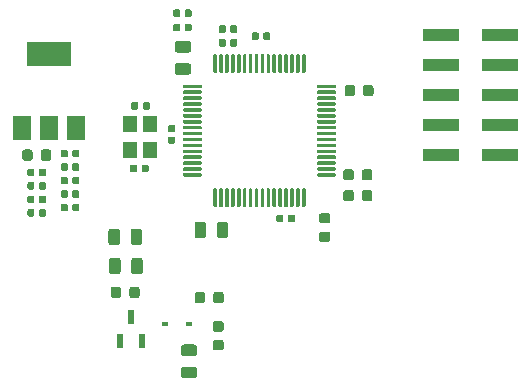
<source format=gbr>
G04 #@! TF.GenerationSoftware,KiCad,Pcbnew,(5.1.5)-3*
G04 #@! TF.CreationDate,2020-08-02T02:59:21-04:00*
G04 #@! TF.ProjectId,STM32F4,53544d33-3246-4342-9e6b-696361645f70,rev?*
G04 #@! TF.SameCoordinates,Original*
G04 #@! TF.FileFunction,Paste,Top*
G04 #@! TF.FilePolarity,Positive*
%FSLAX46Y46*%
G04 Gerber Fmt 4.6, Leading zero omitted, Abs format (unit mm)*
G04 Created by KiCad (PCBNEW (5.1.5)-3) date 2020-08-02 02:59:21*
%MOMM*%
%LPD*%
G04 APERTURE LIST*
%ADD10R,3.150000X1.000000*%
%ADD11C,0.100000*%
%ADD12R,0.600000X0.450000*%
%ADD13R,1.200000X1.400000*%
%ADD14R,0.600000X1.300000*%
%ADD15R,3.800000X2.000000*%
%ADD16R,1.500000X2.000000*%
G04 APERTURE END LIST*
D10*
X98211400Y-74828400D03*
X103261400Y-74828400D03*
X98211400Y-77368400D03*
X103261400Y-77368400D03*
X98211400Y-79908400D03*
X103261400Y-79908400D03*
X98211400Y-82448400D03*
X103261400Y-82448400D03*
X98211400Y-84988400D03*
X103261400Y-84988400D03*
D11*
G36*
X63460691Y-84489053D02*
G01*
X63481926Y-84492203D01*
X63502750Y-84497419D01*
X63522962Y-84504651D01*
X63542368Y-84513830D01*
X63560781Y-84524866D01*
X63578024Y-84537654D01*
X63593930Y-84552070D01*
X63608346Y-84567976D01*
X63621134Y-84585219D01*
X63632170Y-84603632D01*
X63641349Y-84623038D01*
X63648581Y-84643250D01*
X63653797Y-84664074D01*
X63656947Y-84685309D01*
X63658000Y-84706750D01*
X63658000Y-85219250D01*
X63656947Y-85240691D01*
X63653797Y-85261926D01*
X63648581Y-85282750D01*
X63641349Y-85302962D01*
X63632170Y-85322368D01*
X63621134Y-85340781D01*
X63608346Y-85358024D01*
X63593930Y-85373930D01*
X63578024Y-85388346D01*
X63560781Y-85401134D01*
X63542368Y-85412170D01*
X63522962Y-85421349D01*
X63502750Y-85428581D01*
X63481926Y-85433797D01*
X63460691Y-85436947D01*
X63439250Y-85438000D01*
X63001750Y-85438000D01*
X62980309Y-85436947D01*
X62959074Y-85433797D01*
X62938250Y-85428581D01*
X62918038Y-85421349D01*
X62898632Y-85412170D01*
X62880219Y-85401134D01*
X62862976Y-85388346D01*
X62847070Y-85373930D01*
X62832654Y-85358024D01*
X62819866Y-85340781D01*
X62808830Y-85322368D01*
X62799651Y-85302962D01*
X62792419Y-85282750D01*
X62787203Y-85261926D01*
X62784053Y-85240691D01*
X62783000Y-85219250D01*
X62783000Y-84706750D01*
X62784053Y-84685309D01*
X62787203Y-84664074D01*
X62792419Y-84643250D01*
X62799651Y-84623038D01*
X62808830Y-84603632D01*
X62819866Y-84585219D01*
X62832654Y-84567976D01*
X62847070Y-84552070D01*
X62862976Y-84537654D01*
X62880219Y-84524866D01*
X62898632Y-84513830D01*
X62918038Y-84504651D01*
X62938250Y-84497419D01*
X62959074Y-84492203D01*
X62980309Y-84489053D01*
X63001750Y-84488000D01*
X63439250Y-84488000D01*
X63460691Y-84489053D01*
G37*
G36*
X65035691Y-84489053D02*
G01*
X65056926Y-84492203D01*
X65077750Y-84497419D01*
X65097962Y-84504651D01*
X65117368Y-84513830D01*
X65135781Y-84524866D01*
X65153024Y-84537654D01*
X65168930Y-84552070D01*
X65183346Y-84567976D01*
X65196134Y-84585219D01*
X65207170Y-84603632D01*
X65216349Y-84623038D01*
X65223581Y-84643250D01*
X65228797Y-84664074D01*
X65231947Y-84685309D01*
X65233000Y-84706750D01*
X65233000Y-85219250D01*
X65231947Y-85240691D01*
X65228797Y-85261926D01*
X65223581Y-85282750D01*
X65216349Y-85302962D01*
X65207170Y-85322368D01*
X65196134Y-85340781D01*
X65183346Y-85358024D01*
X65168930Y-85373930D01*
X65153024Y-85388346D01*
X65135781Y-85401134D01*
X65117368Y-85412170D01*
X65097962Y-85421349D01*
X65077750Y-85428581D01*
X65056926Y-85433797D01*
X65035691Y-85436947D01*
X65014250Y-85438000D01*
X64576750Y-85438000D01*
X64555309Y-85436947D01*
X64534074Y-85433797D01*
X64513250Y-85428581D01*
X64493038Y-85421349D01*
X64473632Y-85412170D01*
X64455219Y-85401134D01*
X64437976Y-85388346D01*
X64422070Y-85373930D01*
X64407654Y-85358024D01*
X64394866Y-85340781D01*
X64383830Y-85322368D01*
X64374651Y-85302962D01*
X64367419Y-85282750D01*
X64362203Y-85261926D01*
X64359053Y-85240691D01*
X64358000Y-85219250D01*
X64358000Y-84706750D01*
X64359053Y-84685309D01*
X64362203Y-84664074D01*
X64367419Y-84643250D01*
X64374651Y-84623038D01*
X64383830Y-84603632D01*
X64394866Y-84585219D01*
X64407654Y-84567976D01*
X64422070Y-84552070D01*
X64437976Y-84537654D01*
X64455219Y-84524866D01*
X64473632Y-84513830D01*
X64493038Y-84504651D01*
X64513250Y-84497419D01*
X64534074Y-84492203D01*
X64555309Y-84489053D01*
X64576750Y-84488000D01*
X65014250Y-84488000D01*
X65035691Y-84489053D01*
G37*
G36*
X63684958Y-86104210D02*
G01*
X63699276Y-86106334D01*
X63713317Y-86109851D01*
X63726946Y-86114728D01*
X63740031Y-86120917D01*
X63752447Y-86128358D01*
X63764073Y-86136981D01*
X63774798Y-86146702D01*
X63784519Y-86157427D01*
X63793142Y-86169053D01*
X63800583Y-86181469D01*
X63806772Y-86194554D01*
X63811649Y-86208183D01*
X63815166Y-86222224D01*
X63817290Y-86236542D01*
X63818000Y-86251000D01*
X63818000Y-86596000D01*
X63817290Y-86610458D01*
X63815166Y-86624776D01*
X63811649Y-86638817D01*
X63806772Y-86652446D01*
X63800583Y-86665531D01*
X63793142Y-86677947D01*
X63784519Y-86689573D01*
X63774798Y-86700298D01*
X63764073Y-86710019D01*
X63752447Y-86718642D01*
X63740031Y-86726083D01*
X63726946Y-86732272D01*
X63713317Y-86737149D01*
X63699276Y-86740666D01*
X63684958Y-86742790D01*
X63670500Y-86743500D01*
X63375500Y-86743500D01*
X63361042Y-86742790D01*
X63346724Y-86740666D01*
X63332683Y-86737149D01*
X63319054Y-86732272D01*
X63305969Y-86726083D01*
X63293553Y-86718642D01*
X63281927Y-86710019D01*
X63271202Y-86700298D01*
X63261481Y-86689573D01*
X63252858Y-86677947D01*
X63245417Y-86665531D01*
X63239228Y-86652446D01*
X63234351Y-86638817D01*
X63230834Y-86624776D01*
X63228710Y-86610458D01*
X63228000Y-86596000D01*
X63228000Y-86251000D01*
X63228710Y-86236542D01*
X63230834Y-86222224D01*
X63234351Y-86208183D01*
X63239228Y-86194554D01*
X63245417Y-86181469D01*
X63252858Y-86169053D01*
X63261481Y-86157427D01*
X63271202Y-86146702D01*
X63281927Y-86136981D01*
X63293553Y-86128358D01*
X63305969Y-86120917D01*
X63319054Y-86114728D01*
X63332683Y-86109851D01*
X63346724Y-86106334D01*
X63361042Y-86104210D01*
X63375500Y-86103500D01*
X63670500Y-86103500D01*
X63684958Y-86104210D01*
G37*
G36*
X64654958Y-86104210D02*
G01*
X64669276Y-86106334D01*
X64683317Y-86109851D01*
X64696946Y-86114728D01*
X64710031Y-86120917D01*
X64722447Y-86128358D01*
X64734073Y-86136981D01*
X64744798Y-86146702D01*
X64754519Y-86157427D01*
X64763142Y-86169053D01*
X64770583Y-86181469D01*
X64776772Y-86194554D01*
X64781649Y-86208183D01*
X64785166Y-86222224D01*
X64787290Y-86236542D01*
X64788000Y-86251000D01*
X64788000Y-86596000D01*
X64787290Y-86610458D01*
X64785166Y-86624776D01*
X64781649Y-86638817D01*
X64776772Y-86652446D01*
X64770583Y-86665531D01*
X64763142Y-86677947D01*
X64754519Y-86689573D01*
X64744798Y-86700298D01*
X64734073Y-86710019D01*
X64722447Y-86718642D01*
X64710031Y-86726083D01*
X64696946Y-86732272D01*
X64683317Y-86737149D01*
X64669276Y-86740666D01*
X64654958Y-86742790D01*
X64640500Y-86743500D01*
X64345500Y-86743500D01*
X64331042Y-86742790D01*
X64316724Y-86740666D01*
X64302683Y-86737149D01*
X64289054Y-86732272D01*
X64275969Y-86726083D01*
X64263553Y-86718642D01*
X64251927Y-86710019D01*
X64241202Y-86700298D01*
X64231481Y-86689573D01*
X64222858Y-86677947D01*
X64215417Y-86665531D01*
X64209228Y-86652446D01*
X64204351Y-86638817D01*
X64200834Y-86624776D01*
X64198710Y-86610458D01*
X64198000Y-86596000D01*
X64198000Y-86251000D01*
X64198710Y-86236542D01*
X64200834Y-86222224D01*
X64204351Y-86208183D01*
X64209228Y-86194554D01*
X64215417Y-86181469D01*
X64222858Y-86169053D01*
X64231481Y-86157427D01*
X64241202Y-86146702D01*
X64251927Y-86136981D01*
X64263553Y-86128358D01*
X64275969Y-86120917D01*
X64289054Y-86114728D01*
X64302683Y-86109851D01*
X64316724Y-86106334D01*
X64331042Y-86104210D01*
X64345500Y-86103500D01*
X64640500Y-86103500D01*
X64654958Y-86104210D01*
G37*
G36*
X63684958Y-87247210D02*
G01*
X63699276Y-87249334D01*
X63713317Y-87252851D01*
X63726946Y-87257728D01*
X63740031Y-87263917D01*
X63752447Y-87271358D01*
X63764073Y-87279981D01*
X63774798Y-87289702D01*
X63784519Y-87300427D01*
X63793142Y-87312053D01*
X63800583Y-87324469D01*
X63806772Y-87337554D01*
X63811649Y-87351183D01*
X63815166Y-87365224D01*
X63817290Y-87379542D01*
X63818000Y-87394000D01*
X63818000Y-87739000D01*
X63817290Y-87753458D01*
X63815166Y-87767776D01*
X63811649Y-87781817D01*
X63806772Y-87795446D01*
X63800583Y-87808531D01*
X63793142Y-87820947D01*
X63784519Y-87832573D01*
X63774798Y-87843298D01*
X63764073Y-87853019D01*
X63752447Y-87861642D01*
X63740031Y-87869083D01*
X63726946Y-87875272D01*
X63713317Y-87880149D01*
X63699276Y-87883666D01*
X63684958Y-87885790D01*
X63670500Y-87886500D01*
X63375500Y-87886500D01*
X63361042Y-87885790D01*
X63346724Y-87883666D01*
X63332683Y-87880149D01*
X63319054Y-87875272D01*
X63305969Y-87869083D01*
X63293553Y-87861642D01*
X63281927Y-87853019D01*
X63271202Y-87843298D01*
X63261481Y-87832573D01*
X63252858Y-87820947D01*
X63245417Y-87808531D01*
X63239228Y-87795446D01*
X63234351Y-87781817D01*
X63230834Y-87767776D01*
X63228710Y-87753458D01*
X63228000Y-87739000D01*
X63228000Y-87394000D01*
X63228710Y-87379542D01*
X63230834Y-87365224D01*
X63234351Y-87351183D01*
X63239228Y-87337554D01*
X63245417Y-87324469D01*
X63252858Y-87312053D01*
X63261481Y-87300427D01*
X63271202Y-87289702D01*
X63281927Y-87279981D01*
X63293553Y-87271358D01*
X63305969Y-87263917D01*
X63319054Y-87257728D01*
X63332683Y-87252851D01*
X63346724Y-87249334D01*
X63361042Y-87247210D01*
X63375500Y-87246500D01*
X63670500Y-87246500D01*
X63684958Y-87247210D01*
G37*
G36*
X64654958Y-87247210D02*
G01*
X64669276Y-87249334D01*
X64683317Y-87252851D01*
X64696946Y-87257728D01*
X64710031Y-87263917D01*
X64722447Y-87271358D01*
X64734073Y-87279981D01*
X64744798Y-87289702D01*
X64754519Y-87300427D01*
X64763142Y-87312053D01*
X64770583Y-87324469D01*
X64776772Y-87337554D01*
X64781649Y-87351183D01*
X64785166Y-87365224D01*
X64787290Y-87379542D01*
X64788000Y-87394000D01*
X64788000Y-87739000D01*
X64787290Y-87753458D01*
X64785166Y-87767776D01*
X64781649Y-87781817D01*
X64776772Y-87795446D01*
X64770583Y-87808531D01*
X64763142Y-87820947D01*
X64754519Y-87832573D01*
X64744798Y-87843298D01*
X64734073Y-87853019D01*
X64722447Y-87861642D01*
X64710031Y-87869083D01*
X64696946Y-87875272D01*
X64683317Y-87880149D01*
X64669276Y-87883666D01*
X64654958Y-87885790D01*
X64640500Y-87886500D01*
X64345500Y-87886500D01*
X64331042Y-87885790D01*
X64316724Y-87883666D01*
X64302683Y-87880149D01*
X64289054Y-87875272D01*
X64275969Y-87869083D01*
X64263553Y-87861642D01*
X64251927Y-87853019D01*
X64241202Y-87843298D01*
X64231481Y-87832573D01*
X64222858Y-87820947D01*
X64215417Y-87808531D01*
X64209228Y-87795446D01*
X64204351Y-87781817D01*
X64200834Y-87767776D01*
X64198710Y-87753458D01*
X64198000Y-87739000D01*
X64198000Y-87394000D01*
X64198710Y-87379542D01*
X64200834Y-87365224D01*
X64204351Y-87351183D01*
X64209228Y-87337554D01*
X64215417Y-87324469D01*
X64222858Y-87312053D01*
X64231481Y-87300427D01*
X64241202Y-87289702D01*
X64251927Y-87279981D01*
X64263553Y-87271358D01*
X64275969Y-87263917D01*
X64289054Y-87257728D01*
X64302683Y-87252851D01*
X64316724Y-87249334D01*
X64331042Y-87247210D01*
X64345500Y-87246500D01*
X64640500Y-87246500D01*
X64654958Y-87247210D01*
G37*
G36*
X64654958Y-88390210D02*
G01*
X64669276Y-88392334D01*
X64683317Y-88395851D01*
X64696946Y-88400728D01*
X64710031Y-88406917D01*
X64722447Y-88414358D01*
X64734073Y-88422981D01*
X64744798Y-88432702D01*
X64754519Y-88443427D01*
X64763142Y-88455053D01*
X64770583Y-88467469D01*
X64776772Y-88480554D01*
X64781649Y-88494183D01*
X64785166Y-88508224D01*
X64787290Y-88522542D01*
X64788000Y-88537000D01*
X64788000Y-88882000D01*
X64787290Y-88896458D01*
X64785166Y-88910776D01*
X64781649Y-88924817D01*
X64776772Y-88938446D01*
X64770583Y-88951531D01*
X64763142Y-88963947D01*
X64754519Y-88975573D01*
X64744798Y-88986298D01*
X64734073Y-88996019D01*
X64722447Y-89004642D01*
X64710031Y-89012083D01*
X64696946Y-89018272D01*
X64683317Y-89023149D01*
X64669276Y-89026666D01*
X64654958Y-89028790D01*
X64640500Y-89029500D01*
X64345500Y-89029500D01*
X64331042Y-89028790D01*
X64316724Y-89026666D01*
X64302683Y-89023149D01*
X64289054Y-89018272D01*
X64275969Y-89012083D01*
X64263553Y-89004642D01*
X64251927Y-88996019D01*
X64241202Y-88986298D01*
X64231481Y-88975573D01*
X64222858Y-88963947D01*
X64215417Y-88951531D01*
X64209228Y-88938446D01*
X64204351Y-88924817D01*
X64200834Y-88910776D01*
X64198710Y-88896458D01*
X64198000Y-88882000D01*
X64198000Y-88537000D01*
X64198710Y-88522542D01*
X64200834Y-88508224D01*
X64204351Y-88494183D01*
X64209228Y-88480554D01*
X64215417Y-88467469D01*
X64222858Y-88455053D01*
X64231481Y-88443427D01*
X64241202Y-88432702D01*
X64251927Y-88422981D01*
X64263553Y-88414358D01*
X64275969Y-88406917D01*
X64289054Y-88400728D01*
X64302683Y-88395851D01*
X64316724Y-88392334D01*
X64331042Y-88390210D01*
X64345500Y-88389500D01*
X64640500Y-88389500D01*
X64654958Y-88390210D01*
G37*
G36*
X63684958Y-88390210D02*
G01*
X63699276Y-88392334D01*
X63713317Y-88395851D01*
X63726946Y-88400728D01*
X63740031Y-88406917D01*
X63752447Y-88414358D01*
X63764073Y-88422981D01*
X63774798Y-88432702D01*
X63784519Y-88443427D01*
X63793142Y-88455053D01*
X63800583Y-88467469D01*
X63806772Y-88480554D01*
X63811649Y-88494183D01*
X63815166Y-88508224D01*
X63817290Y-88522542D01*
X63818000Y-88537000D01*
X63818000Y-88882000D01*
X63817290Y-88896458D01*
X63815166Y-88910776D01*
X63811649Y-88924817D01*
X63806772Y-88938446D01*
X63800583Y-88951531D01*
X63793142Y-88963947D01*
X63784519Y-88975573D01*
X63774798Y-88986298D01*
X63764073Y-88996019D01*
X63752447Y-89004642D01*
X63740031Y-89012083D01*
X63726946Y-89018272D01*
X63713317Y-89023149D01*
X63699276Y-89026666D01*
X63684958Y-89028790D01*
X63670500Y-89029500D01*
X63375500Y-89029500D01*
X63361042Y-89028790D01*
X63346724Y-89026666D01*
X63332683Y-89023149D01*
X63319054Y-89018272D01*
X63305969Y-89012083D01*
X63293553Y-89004642D01*
X63281927Y-88996019D01*
X63271202Y-88986298D01*
X63261481Y-88975573D01*
X63252858Y-88963947D01*
X63245417Y-88951531D01*
X63239228Y-88938446D01*
X63234351Y-88924817D01*
X63230834Y-88910776D01*
X63228710Y-88896458D01*
X63228000Y-88882000D01*
X63228000Y-88537000D01*
X63228710Y-88522542D01*
X63230834Y-88508224D01*
X63234351Y-88494183D01*
X63239228Y-88480554D01*
X63245417Y-88467469D01*
X63252858Y-88455053D01*
X63261481Y-88443427D01*
X63271202Y-88432702D01*
X63281927Y-88422981D01*
X63293553Y-88414358D01*
X63305969Y-88406917D01*
X63319054Y-88400728D01*
X63332683Y-88395851D01*
X63346724Y-88392334D01*
X63361042Y-88390210D01*
X63375500Y-88389500D01*
X63670500Y-88389500D01*
X63684958Y-88390210D01*
G37*
G36*
X64654958Y-89533210D02*
G01*
X64669276Y-89535334D01*
X64683317Y-89538851D01*
X64696946Y-89543728D01*
X64710031Y-89549917D01*
X64722447Y-89557358D01*
X64734073Y-89565981D01*
X64744798Y-89575702D01*
X64754519Y-89586427D01*
X64763142Y-89598053D01*
X64770583Y-89610469D01*
X64776772Y-89623554D01*
X64781649Y-89637183D01*
X64785166Y-89651224D01*
X64787290Y-89665542D01*
X64788000Y-89680000D01*
X64788000Y-90025000D01*
X64787290Y-90039458D01*
X64785166Y-90053776D01*
X64781649Y-90067817D01*
X64776772Y-90081446D01*
X64770583Y-90094531D01*
X64763142Y-90106947D01*
X64754519Y-90118573D01*
X64744798Y-90129298D01*
X64734073Y-90139019D01*
X64722447Y-90147642D01*
X64710031Y-90155083D01*
X64696946Y-90161272D01*
X64683317Y-90166149D01*
X64669276Y-90169666D01*
X64654958Y-90171790D01*
X64640500Y-90172500D01*
X64345500Y-90172500D01*
X64331042Y-90171790D01*
X64316724Y-90169666D01*
X64302683Y-90166149D01*
X64289054Y-90161272D01*
X64275969Y-90155083D01*
X64263553Y-90147642D01*
X64251927Y-90139019D01*
X64241202Y-90129298D01*
X64231481Y-90118573D01*
X64222858Y-90106947D01*
X64215417Y-90094531D01*
X64209228Y-90081446D01*
X64204351Y-90067817D01*
X64200834Y-90053776D01*
X64198710Y-90039458D01*
X64198000Y-90025000D01*
X64198000Y-89680000D01*
X64198710Y-89665542D01*
X64200834Y-89651224D01*
X64204351Y-89637183D01*
X64209228Y-89623554D01*
X64215417Y-89610469D01*
X64222858Y-89598053D01*
X64231481Y-89586427D01*
X64241202Y-89575702D01*
X64251927Y-89565981D01*
X64263553Y-89557358D01*
X64275969Y-89549917D01*
X64289054Y-89543728D01*
X64302683Y-89538851D01*
X64316724Y-89535334D01*
X64331042Y-89533210D01*
X64345500Y-89532500D01*
X64640500Y-89532500D01*
X64654958Y-89533210D01*
G37*
G36*
X63684958Y-89533210D02*
G01*
X63699276Y-89535334D01*
X63713317Y-89538851D01*
X63726946Y-89543728D01*
X63740031Y-89549917D01*
X63752447Y-89557358D01*
X63764073Y-89565981D01*
X63774798Y-89575702D01*
X63784519Y-89586427D01*
X63793142Y-89598053D01*
X63800583Y-89610469D01*
X63806772Y-89623554D01*
X63811649Y-89637183D01*
X63815166Y-89651224D01*
X63817290Y-89665542D01*
X63818000Y-89680000D01*
X63818000Y-90025000D01*
X63817290Y-90039458D01*
X63815166Y-90053776D01*
X63811649Y-90067817D01*
X63806772Y-90081446D01*
X63800583Y-90094531D01*
X63793142Y-90106947D01*
X63784519Y-90118573D01*
X63774798Y-90129298D01*
X63764073Y-90139019D01*
X63752447Y-90147642D01*
X63740031Y-90155083D01*
X63726946Y-90161272D01*
X63713317Y-90166149D01*
X63699276Y-90169666D01*
X63684958Y-90171790D01*
X63670500Y-90172500D01*
X63375500Y-90172500D01*
X63361042Y-90171790D01*
X63346724Y-90169666D01*
X63332683Y-90166149D01*
X63319054Y-90161272D01*
X63305969Y-90155083D01*
X63293553Y-90147642D01*
X63281927Y-90139019D01*
X63271202Y-90129298D01*
X63261481Y-90118573D01*
X63252858Y-90106947D01*
X63245417Y-90094531D01*
X63239228Y-90081446D01*
X63234351Y-90067817D01*
X63230834Y-90053776D01*
X63228710Y-90039458D01*
X63228000Y-90025000D01*
X63228000Y-89680000D01*
X63228710Y-89665542D01*
X63230834Y-89651224D01*
X63234351Y-89637183D01*
X63239228Y-89623554D01*
X63245417Y-89610469D01*
X63252858Y-89598053D01*
X63261481Y-89586427D01*
X63271202Y-89575702D01*
X63281927Y-89565981D01*
X63293553Y-89557358D01*
X63305969Y-89549917D01*
X63319054Y-89543728D01*
X63332683Y-89538851D01*
X63346724Y-89535334D01*
X63361042Y-89533210D01*
X63375500Y-89532500D01*
X63670500Y-89532500D01*
X63684958Y-89533210D01*
G37*
G36*
X67483958Y-84516710D02*
G01*
X67498276Y-84518834D01*
X67512317Y-84522351D01*
X67525946Y-84527228D01*
X67539031Y-84533417D01*
X67551447Y-84540858D01*
X67563073Y-84549481D01*
X67573798Y-84559202D01*
X67583519Y-84569927D01*
X67592142Y-84581553D01*
X67599583Y-84593969D01*
X67605772Y-84607054D01*
X67610649Y-84620683D01*
X67614166Y-84634724D01*
X67616290Y-84649042D01*
X67617000Y-84663500D01*
X67617000Y-85008500D01*
X67616290Y-85022958D01*
X67614166Y-85037276D01*
X67610649Y-85051317D01*
X67605772Y-85064946D01*
X67599583Y-85078031D01*
X67592142Y-85090447D01*
X67583519Y-85102073D01*
X67573798Y-85112798D01*
X67563073Y-85122519D01*
X67551447Y-85131142D01*
X67539031Y-85138583D01*
X67525946Y-85144772D01*
X67512317Y-85149649D01*
X67498276Y-85153166D01*
X67483958Y-85155290D01*
X67469500Y-85156000D01*
X67174500Y-85156000D01*
X67160042Y-85155290D01*
X67145724Y-85153166D01*
X67131683Y-85149649D01*
X67118054Y-85144772D01*
X67104969Y-85138583D01*
X67092553Y-85131142D01*
X67080927Y-85122519D01*
X67070202Y-85112798D01*
X67060481Y-85102073D01*
X67051858Y-85090447D01*
X67044417Y-85078031D01*
X67038228Y-85064946D01*
X67033351Y-85051317D01*
X67029834Y-85037276D01*
X67027710Y-85022958D01*
X67027000Y-85008500D01*
X67027000Y-84663500D01*
X67027710Y-84649042D01*
X67029834Y-84634724D01*
X67033351Y-84620683D01*
X67038228Y-84607054D01*
X67044417Y-84593969D01*
X67051858Y-84581553D01*
X67060481Y-84569927D01*
X67070202Y-84559202D01*
X67080927Y-84549481D01*
X67092553Y-84540858D01*
X67104969Y-84533417D01*
X67118054Y-84527228D01*
X67131683Y-84522351D01*
X67145724Y-84518834D01*
X67160042Y-84516710D01*
X67174500Y-84516000D01*
X67469500Y-84516000D01*
X67483958Y-84516710D01*
G37*
G36*
X66513958Y-84516710D02*
G01*
X66528276Y-84518834D01*
X66542317Y-84522351D01*
X66555946Y-84527228D01*
X66569031Y-84533417D01*
X66581447Y-84540858D01*
X66593073Y-84549481D01*
X66603798Y-84559202D01*
X66613519Y-84569927D01*
X66622142Y-84581553D01*
X66629583Y-84593969D01*
X66635772Y-84607054D01*
X66640649Y-84620683D01*
X66644166Y-84634724D01*
X66646290Y-84649042D01*
X66647000Y-84663500D01*
X66647000Y-85008500D01*
X66646290Y-85022958D01*
X66644166Y-85037276D01*
X66640649Y-85051317D01*
X66635772Y-85064946D01*
X66629583Y-85078031D01*
X66622142Y-85090447D01*
X66613519Y-85102073D01*
X66603798Y-85112798D01*
X66593073Y-85122519D01*
X66581447Y-85131142D01*
X66569031Y-85138583D01*
X66555946Y-85144772D01*
X66542317Y-85149649D01*
X66528276Y-85153166D01*
X66513958Y-85155290D01*
X66499500Y-85156000D01*
X66204500Y-85156000D01*
X66190042Y-85155290D01*
X66175724Y-85153166D01*
X66161683Y-85149649D01*
X66148054Y-85144772D01*
X66134969Y-85138583D01*
X66122553Y-85131142D01*
X66110927Y-85122519D01*
X66100202Y-85112798D01*
X66090481Y-85102073D01*
X66081858Y-85090447D01*
X66074417Y-85078031D01*
X66068228Y-85064946D01*
X66063351Y-85051317D01*
X66059834Y-85037276D01*
X66057710Y-85022958D01*
X66057000Y-85008500D01*
X66057000Y-84663500D01*
X66057710Y-84649042D01*
X66059834Y-84634724D01*
X66063351Y-84620683D01*
X66068228Y-84607054D01*
X66074417Y-84593969D01*
X66081858Y-84581553D01*
X66090481Y-84569927D01*
X66100202Y-84559202D01*
X66110927Y-84549481D01*
X66122553Y-84540858D01*
X66134969Y-84533417D01*
X66148054Y-84527228D01*
X66161683Y-84522351D01*
X66175724Y-84518834D01*
X66190042Y-84516710D01*
X66204500Y-84516000D01*
X66499500Y-84516000D01*
X66513958Y-84516710D01*
G37*
G36*
X67483958Y-85659710D02*
G01*
X67498276Y-85661834D01*
X67512317Y-85665351D01*
X67525946Y-85670228D01*
X67539031Y-85676417D01*
X67551447Y-85683858D01*
X67563073Y-85692481D01*
X67573798Y-85702202D01*
X67583519Y-85712927D01*
X67592142Y-85724553D01*
X67599583Y-85736969D01*
X67605772Y-85750054D01*
X67610649Y-85763683D01*
X67614166Y-85777724D01*
X67616290Y-85792042D01*
X67617000Y-85806500D01*
X67617000Y-86151500D01*
X67616290Y-86165958D01*
X67614166Y-86180276D01*
X67610649Y-86194317D01*
X67605772Y-86207946D01*
X67599583Y-86221031D01*
X67592142Y-86233447D01*
X67583519Y-86245073D01*
X67573798Y-86255798D01*
X67563073Y-86265519D01*
X67551447Y-86274142D01*
X67539031Y-86281583D01*
X67525946Y-86287772D01*
X67512317Y-86292649D01*
X67498276Y-86296166D01*
X67483958Y-86298290D01*
X67469500Y-86299000D01*
X67174500Y-86299000D01*
X67160042Y-86298290D01*
X67145724Y-86296166D01*
X67131683Y-86292649D01*
X67118054Y-86287772D01*
X67104969Y-86281583D01*
X67092553Y-86274142D01*
X67080927Y-86265519D01*
X67070202Y-86255798D01*
X67060481Y-86245073D01*
X67051858Y-86233447D01*
X67044417Y-86221031D01*
X67038228Y-86207946D01*
X67033351Y-86194317D01*
X67029834Y-86180276D01*
X67027710Y-86165958D01*
X67027000Y-86151500D01*
X67027000Y-85806500D01*
X67027710Y-85792042D01*
X67029834Y-85777724D01*
X67033351Y-85763683D01*
X67038228Y-85750054D01*
X67044417Y-85736969D01*
X67051858Y-85724553D01*
X67060481Y-85712927D01*
X67070202Y-85702202D01*
X67080927Y-85692481D01*
X67092553Y-85683858D01*
X67104969Y-85676417D01*
X67118054Y-85670228D01*
X67131683Y-85665351D01*
X67145724Y-85661834D01*
X67160042Y-85659710D01*
X67174500Y-85659000D01*
X67469500Y-85659000D01*
X67483958Y-85659710D01*
G37*
G36*
X66513958Y-85659710D02*
G01*
X66528276Y-85661834D01*
X66542317Y-85665351D01*
X66555946Y-85670228D01*
X66569031Y-85676417D01*
X66581447Y-85683858D01*
X66593073Y-85692481D01*
X66603798Y-85702202D01*
X66613519Y-85712927D01*
X66622142Y-85724553D01*
X66629583Y-85736969D01*
X66635772Y-85750054D01*
X66640649Y-85763683D01*
X66644166Y-85777724D01*
X66646290Y-85792042D01*
X66647000Y-85806500D01*
X66647000Y-86151500D01*
X66646290Y-86165958D01*
X66644166Y-86180276D01*
X66640649Y-86194317D01*
X66635772Y-86207946D01*
X66629583Y-86221031D01*
X66622142Y-86233447D01*
X66613519Y-86245073D01*
X66603798Y-86255798D01*
X66593073Y-86265519D01*
X66581447Y-86274142D01*
X66569031Y-86281583D01*
X66555946Y-86287772D01*
X66542317Y-86292649D01*
X66528276Y-86296166D01*
X66513958Y-86298290D01*
X66499500Y-86299000D01*
X66204500Y-86299000D01*
X66190042Y-86298290D01*
X66175724Y-86296166D01*
X66161683Y-86292649D01*
X66148054Y-86287772D01*
X66134969Y-86281583D01*
X66122553Y-86274142D01*
X66110927Y-86265519D01*
X66100202Y-86255798D01*
X66090481Y-86245073D01*
X66081858Y-86233447D01*
X66074417Y-86221031D01*
X66068228Y-86207946D01*
X66063351Y-86194317D01*
X66059834Y-86180276D01*
X66057710Y-86165958D01*
X66057000Y-86151500D01*
X66057000Y-85806500D01*
X66057710Y-85792042D01*
X66059834Y-85777724D01*
X66063351Y-85763683D01*
X66068228Y-85750054D01*
X66074417Y-85736969D01*
X66081858Y-85724553D01*
X66090481Y-85712927D01*
X66100202Y-85702202D01*
X66110927Y-85692481D01*
X66122553Y-85683858D01*
X66134969Y-85676417D01*
X66148054Y-85670228D01*
X66161683Y-85665351D01*
X66175724Y-85661834D01*
X66190042Y-85659710D01*
X66204500Y-85659000D01*
X66499500Y-85659000D01*
X66513958Y-85659710D01*
G37*
G36*
X66513958Y-86802710D02*
G01*
X66528276Y-86804834D01*
X66542317Y-86808351D01*
X66555946Y-86813228D01*
X66569031Y-86819417D01*
X66581447Y-86826858D01*
X66593073Y-86835481D01*
X66603798Y-86845202D01*
X66613519Y-86855927D01*
X66622142Y-86867553D01*
X66629583Y-86879969D01*
X66635772Y-86893054D01*
X66640649Y-86906683D01*
X66644166Y-86920724D01*
X66646290Y-86935042D01*
X66647000Y-86949500D01*
X66647000Y-87294500D01*
X66646290Y-87308958D01*
X66644166Y-87323276D01*
X66640649Y-87337317D01*
X66635772Y-87350946D01*
X66629583Y-87364031D01*
X66622142Y-87376447D01*
X66613519Y-87388073D01*
X66603798Y-87398798D01*
X66593073Y-87408519D01*
X66581447Y-87417142D01*
X66569031Y-87424583D01*
X66555946Y-87430772D01*
X66542317Y-87435649D01*
X66528276Y-87439166D01*
X66513958Y-87441290D01*
X66499500Y-87442000D01*
X66204500Y-87442000D01*
X66190042Y-87441290D01*
X66175724Y-87439166D01*
X66161683Y-87435649D01*
X66148054Y-87430772D01*
X66134969Y-87424583D01*
X66122553Y-87417142D01*
X66110927Y-87408519D01*
X66100202Y-87398798D01*
X66090481Y-87388073D01*
X66081858Y-87376447D01*
X66074417Y-87364031D01*
X66068228Y-87350946D01*
X66063351Y-87337317D01*
X66059834Y-87323276D01*
X66057710Y-87308958D01*
X66057000Y-87294500D01*
X66057000Y-86949500D01*
X66057710Y-86935042D01*
X66059834Y-86920724D01*
X66063351Y-86906683D01*
X66068228Y-86893054D01*
X66074417Y-86879969D01*
X66081858Y-86867553D01*
X66090481Y-86855927D01*
X66100202Y-86845202D01*
X66110927Y-86835481D01*
X66122553Y-86826858D01*
X66134969Y-86819417D01*
X66148054Y-86813228D01*
X66161683Y-86808351D01*
X66175724Y-86804834D01*
X66190042Y-86802710D01*
X66204500Y-86802000D01*
X66499500Y-86802000D01*
X66513958Y-86802710D01*
G37*
G36*
X67483958Y-86802710D02*
G01*
X67498276Y-86804834D01*
X67512317Y-86808351D01*
X67525946Y-86813228D01*
X67539031Y-86819417D01*
X67551447Y-86826858D01*
X67563073Y-86835481D01*
X67573798Y-86845202D01*
X67583519Y-86855927D01*
X67592142Y-86867553D01*
X67599583Y-86879969D01*
X67605772Y-86893054D01*
X67610649Y-86906683D01*
X67614166Y-86920724D01*
X67616290Y-86935042D01*
X67617000Y-86949500D01*
X67617000Y-87294500D01*
X67616290Y-87308958D01*
X67614166Y-87323276D01*
X67610649Y-87337317D01*
X67605772Y-87350946D01*
X67599583Y-87364031D01*
X67592142Y-87376447D01*
X67583519Y-87388073D01*
X67573798Y-87398798D01*
X67563073Y-87408519D01*
X67551447Y-87417142D01*
X67539031Y-87424583D01*
X67525946Y-87430772D01*
X67512317Y-87435649D01*
X67498276Y-87439166D01*
X67483958Y-87441290D01*
X67469500Y-87442000D01*
X67174500Y-87442000D01*
X67160042Y-87441290D01*
X67145724Y-87439166D01*
X67131683Y-87435649D01*
X67118054Y-87430772D01*
X67104969Y-87424583D01*
X67092553Y-87417142D01*
X67080927Y-87408519D01*
X67070202Y-87398798D01*
X67060481Y-87388073D01*
X67051858Y-87376447D01*
X67044417Y-87364031D01*
X67038228Y-87350946D01*
X67033351Y-87337317D01*
X67029834Y-87323276D01*
X67027710Y-87308958D01*
X67027000Y-87294500D01*
X67027000Y-86949500D01*
X67027710Y-86935042D01*
X67029834Y-86920724D01*
X67033351Y-86906683D01*
X67038228Y-86893054D01*
X67044417Y-86879969D01*
X67051858Y-86867553D01*
X67060481Y-86855927D01*
X67070202Y-86845202D01*
X67080927Y-86835481D01*
X67092553Y-86826858D01*
X67104969Y-86819417D01*
X67118054Y-86813228D01*
X67131683Y-86808351D01*
X67145724Y-86804834D01*
X67160042Y-86802710D01*
X67174500Y-86802000D01*
X67469500Y-86802000D01*
X67483958Y-86802710D01*
G37*
G36*
X67483958Y-87945710D02*
G01*
X67498276Y-87947834D01*
X67512317Y-87951351D01*
X67525946Y-87956228D01*
X67539031Y-87962417D01*
X67551447Y-87969858D01*
X67563073Y-87978481D01*
X67573798Y-87988202D01*
X67583519Y-87998927D01*
X67592142Y-88010553D01*
X67599583Y-88022969D01*
X67605772Y-88036054D01*
X67610649Y-88049683D01*
X67614166Y-88063724D01*
X67616290Y-88078042D01*
X67617000Y-88092500D01*
X67617000Y-88437500D01*
X67616290Y-88451958D01*
X67614166Y-88466276D01*
X67610649Y-88480317D01*
X67605772Y-88493946D01*
X67599583Y-88507031D01*
X67592142Y-88519447D01*
X67583519Y-88531073D01*
X67573798Y-88541798D01*
X67563073Y-88551519D01*
X67551447Y-88560142D01*
X67539031Y-88567583D01*
X67525946Y-88573772D01*
X67512317Y-88578649D01*
X67498276Y-88582166D01*
X67483958Y-88584290D01*
X67469500Y-88585000D01*
X67174500Y-88585000D01*
X67160042Y-88584290D01*
X67145724Y-88582166D01*
X67131683Y-88578649D01*
X67118054Y-88573772D01*
X67104969Y-88567583D01*
X67092553Y-88560142D01*
X67080927Y-88551519D01*
X67070202Y-88541798D01*
X67060481Y-88531073D01*
X67051858Y-88519447D01*
X67044417Y-88507031D01*
X67038228Y-88493946D01*
X67033351Y-88480317D01*
X67029834Y-88466276D01*
X67027710Y-88451958D01*
X67027000Y-88437500D01*
X67027000Y-88092500D01*
X67027710Y-88078042D01*
X67029834Y-88063724D01*
X67033351Y-88049683D01*
X67038228Y-88036054D01*
X67044417Y-88022969D01*
X67051858Y-88010553D01*
X67060481Y-87998927D01*
X67070202Y-87988202D01*
X67080927Y-87978481D01*
X67092553Y-87969858D01*
X67104969Y-87962417D01*
X67118054Y-87956228D01*
X67131683Y-87951351D01*
X67145724Y-87947834D01*
X67160042Y-87945710D01*
X67174500Y-87945000D01*
X67469500Y-87945000D01*
X67483958Y-87945710D01*
G37*
G36*
X66513958Y-87945710D02*
G01*
X66528276Y-87947834D01*
X66542317Y-87951351D01*
X66555946Y-87956228D01*
X66569031Y-87962417D01*
X66581447Y-87969858D01*
X66593073Y-87978481D01*
X66603798Y-87988202D01*
X66613519Y-87998927D01*
X66622142Y-88010553D01*
X66629583Y-88022969D01*
X66635772Y-88036054D01*
X66640649Y-88049683D01*
X66644166Y-88063724D01*
X66646290Y-88078042D01*
X66647000Y-88092500D01*
X66647000Y-88437500D01*
X66646290Y-88451958D01*
X66644166Y-88466276D01*
X66640649Y-88480317D01*
X66635772Y-88493946D01*
X66629583Y-88507031D01*
X66622142Y-88519447D01*
X66613519Y-88531073D01*
X66603798Y-88541798D01*
X66593073Y-88551519D01*
X66581447Y-88560142D01*
X66569031Y-88567583D01*
X66555946Y-88573772D01*
X66542317Y-88578649D01*
X66528276Y-88582166D01*
X66513958Y-88584290D01*
X66499500Y-88585000D01*
X66204500Y-88585000D01*
X66190042Y-88584290D01*
X66175724Y-88582166D01*
X66161683Y-88578649D01*
X66148054Y-88573772D01*
X66134969Y-88567583D01*
X66122553Y-88560142D01*
X66110927Y-88551519D01*
X66100202Y-88541798D01*
X66090481Y-88531073D01*
X66081858Y-88519447D01*
X66074417Y-88507031D01*
X66068228Y-88493946D01*
X66063351Y-88480317D01*
X66059834Y-88466276D01*
X66057710Y-88451958D01*
X66057000Y-88437500D01*
X66057000Y-88092500D01*
X66057710Y-88078042D01*
X66059834Y-88063724D01*
X66063351Y-88049683D01*
X66068228Y-88036054D01*
X66074417Y-88022969D01*
X66081858Y-88010553D01*
X66090481Y-87998927D01*
X66100202Y-87988202D01*
X66110927Y-87978481D01*
X66122553Y-87969858D01*
X66134969Y-87962417D01*
X66148054Y-87956228D01*
X66161683Y-87951351D01*
X66175724Y-87947834D01*
X66190042Y-87945710D01*
X66204500Y-87945000D01*
X66499500Y-87945000D01*
X66513958Y-87945710D01*
G37*
G36*
X66513958Y-89088710D02*
G01*
X66528276Y-89090834D01*
X66542317Y-89094351D01*
X66555946Y-89099228D01*
X66569031Y-89105417D01*
X66581447Y-89112858D01*
X66593073Y-89121481D01*
X66603798Y-89131202D01*
X66613519Y-89141927D01*
X66622142Y-89153553D01*
X66629583Y-89165969D01*
X66635772Y-89179054D01*
X66640649Y-89192683D01*
X66644166Y-89206724D01*
X66646290Y-89221042D01*
X66647000Y-89235500D01*
X66647000Y-89580500D01*
X66646290Y-89594958D01*
X66644166Y-89609276D01*
X66640649Y-89623317D01*
X66635772Y-89636946D01*
X66629583Y-89650031D01*
X66622142Y-89662447D01*
X66613519Y-89674073D01*
X66603798Y-89684798D01*
X66593073Y-89694519D01*
X66581447Y-89703142D01*
X66569031Y-89710583D01*
X66555946Y-89716772D01*
X66542317Y-89721649D01*
X66528276Y-89725166D01*
X66513958Y-89727290D01*
X66499500Y-89728000D01*
X66204500Y-89728000D01*
X66190042Y-89727290D01*
X66175724Y-89725166D01*
X66161683Y-89721649D01*
X66148054Y-89716772D01*
X66134969Y-89710583D01*
X66122553Y-89703142D01*
X66110927Y-89694519D01*
X66100202Y-89684798D01*
X66090481Y-89674073D01*
X66081858Y-89662447D01*
X66074417Y-89650031D01*
X66068228Y-89636946D01*
X66063351Y-89623317D01*
X66059834Y-89609276D01*
X66057710Y-89594958D01*
X66057000Y-89580500D01*
X66057000Y-89235500D01*
X66057710Y-89221042D01*
X66059834Y-89206724D01*
X66063351Y-89192683D01*
X66068228Y-89179054D01*
X66074417Y-89165969D01*
X66081858Y-89153553D01*
X66090481Y-89141927D01*
X66100202Y-89131202D01*
X66110927Y-89121481D01*
X66122553Y-89112858D01*
X66134969Y-89105417D01*
X66148054Y-89099228D01*
X66161683Y-89094351D01*
X66175724Y-89090834D01*
X66190042Y-89088710D01*
X66204500Y-89088000D01*
X66499500Y-89088000D01*
X66513958Y-89088710D01*
G37*
G36*
X67483958Y-89088710D02*
G01*
X67498276Y-89090834D01*
X67512317Y-89094351D01*
X67525946Y-89099228D01*
X67539031Y-89105417D01*
X67551447Y-89112858D01*
X67563073Y-89121481D01*
X67573798Y-89131202D01*
X67583519Y-89141927D01*
X67592142Y-89153553D01*
X67599583Y-89165969D01*
X67605772Y-89179054D01*
X67610649Y-89192683D01*
X67614166Y-89206724D01*
X67616290Y-89221042D01*
X67617000Y-89235500D01*
X67617000Y-89580500D01*
X67616290Y-89594958D01*
X67614166Y-89609276D01*
X67610649Y-89623317D01*
X67605772Y-89636946D01*
X67599583Y-89650031D01*
X67592142Y-89662447D01*
X67583519Y-89674073D01*
X67573798Y-89684798D01*
X67563073Y-89694519D01*
X67551447Y-89703142D01*
X67539031Y-89710583D01*
X67525946Y-89716772D01*
X67512317Y-89721649D01*
X67498276Y-89725166D01*
X67483958Y-89727290D01*
X67469500Y-89728000D01*
X67174500Y-89728000D01*
X67160042Y-89727290D01*
X67145724Y-89725166D01*
X67131683Y-89721649D01*
X67118054Y-89716772D01*
X67104969Y-89710583D01*
X67092553Y-89703142D01*
X67080927Y-89694519D01*
X67070202Y-89684798D01*
X67060481Y-89674073D01*
X67051858Y-89662447D01*
X67044417Y-89650031D01*
X67038228Y-89636946D01*
X67033351Y-89623317D01*
X67029834Y-89609276D01*
X67027710Y-89594958D01*
X67027000Y-89580500D01*
X67027000Y-89235500D01*
X67027710Y-89221042D01*
X67029834Y-89206724D01*
X67033351Y-89192683D01*
X67038228Y-89179054D01*
X67044417Y-89165969D01*
X67051858Y-89153553D01*
X67060481Y-89141927D01*
X67070202Y-89131202D01*
X67080927Y-89121481D01*
X67092553Y-89112858D01*
X67104969Y-89105417D01*
X67118054Y-89099228D01*
X67131683Y-89094351D01*
X67145724Y-89090834D01*
X67160042Y-89088710D01*
X67174500Y-89088000D01*
X67469500Y-89088000D01*
X67483958Y-89088710D01*
G37*
G36*
X72706142Y-91185674D02*
G01*
X72729803Y-91189184D01*
X72753007Y-91194996D01*
X72775529Y-91203054D01*
X72797153Y-91213282D01*
X72817670Y-91225579D01*
X72836883Y-91239829D01*
X72854607Y-91255893D01*
X72870671Y-91273617D01*
X72884921Y-91292830D01*
X72897218Y-91313347D01*
X72907446Y-91334971D01*
X72915504Y-91357493D01*
X72921316Y-91380697D01*
X72924826Y-91404358D01*
X72926000Y-91428250D01*
X72926000Y-92340750D01*
X72924826Y-92364642D01*
X72921316Y-92388303D01*
X72915504Y-92411507D01*
X72907446Y-92434029D01*
X72897218Y-92455653D01*
X72884921Y-92476170D01*
X72870671Y-92495383D01*
X72854607Y-92513107D01*
X72836883Y-92529171D01*
X72817670Y-92543421D01*
X72797153Y-92555718D01*
X72775529Y-92565946D01*
X72753007Y-92574004D01*
X72729803Y-92579816D01*
X72706142Y-92583326D01*
X72682250Y-92584500D01*
X72194750Y-92584500D01*
X72170858Y-92583326D01*
X72147197Y-92579816D01*
X72123993Y-92574004D01*
X72101471Y-92565946D01*
X72079847Y-92555718D01*
X72059330Y-92543421D01*
X72040117Y-92529171D01*
X72022393Y-92513107D01*
X72006329Y-92495383D01*
X71992079Y-92476170D01*
X71979782Y-92455653D01*
X71969554Y-92434029D01*
X71961496Y-92411507D01*
X71955684Y-92388303D01*
X71952174Y-92364642D01*
X71951000Y-92340750D01*
X71951000Y-91428250D01*
X71952174Y-91404358D01*
X71955684Y-91380697D01*
X71961496Y-91357493D01*
X71969554Y-91334971D01*
X71979782Y-91313347D01*
X71992079Y-91292830D01*
X72006329Y-91273617D01*
X72022393Y-91255893D01*
X72040117Y-91239829D01*
X72059330Y-91225579D01*
X72079847Y-91213282D01*
X72101471Y-91203054D01*
X72123993Y-91194996D01*
X72147197Y-91189184D01*
X72170858Y-91185674D01*
X72194750Y-91184500D01*
X72682250Y-91184500D01*
X72706142Y-91185674D01*
G37*
G36*
X70831142Y-91185674D02*
G01*
X70854803Y-91189184D01*
X70878007Y-91194996D01*
X70900529Y-91203054D01*
X70922153Y-91213282D01*
X70942670Y-91225579D01*
X70961883Y-91239829D01*
X70979607Y-91255893D01*
X70995671Y-91273617D01*
X71009921Y-91292830D01*
X71022218Y-91313347D01*
X71032446Y-91334971D01*
X71040504Y-91357493D01*
X71046316Y-91380697D01*
X71049826Y-91404358D01*
X71051000Y-91428250D01*
X71051000Y-92340750D01*
X71049826Y-92364642D01*
X71046316Y-92388303D01*
X71040504Y-92411507D01*
X71032446Y-92434029D01*
X71022218Y-92455653D01*
X71009921Y-92476170D01*
X70995671Y-92495383D01*
X70979607Y-92513107D01*
X70961883Y-92529171D01*
X70942670Y-92543421D01*
X70922153Y-92555718D01*
X70900529Y-92565946D01*
X70878007Y-92574004D01*
X70854803Y-92579816D01*
X70831142Y-92583326D01*
X70807250Y-92584500D01*
X70319750Y-92584500D01*
X70295858Y-92583326D01*
X70272197Y-92579816D01*
X70248993Y-92574004D01*
X70226471Y-92565946D01*
X70204847Y-92555718D01*
X70184330Y-92543421D01*
X70165117Y-92529171D01*
X70147393Y-92513107D01*
X70131329Y-92495383D01*
X70117079Y-92476170D01*
X70104782Y-92455653D01*
X70094554Y-92434029D01*
X70086496Y-92411507D01*
X70080684Y-92388303D01*
X70077174Y-92364642D01*
X70076000Y-92340750D01*
X70076000Y-91428250D01*
X70077174Y-91404358D01*
X70080684Y-91380697D01*
X70086496Y-91357493D01*
X70094554Y-91334971D01*
X70104782Y-91313347D01*
X70117079Y-91292830D01*
X70131329Y-91273617D01*
X70147393Y-91255893D01*
X70165117Y-91239829D01*
X70184330Y-91225579D01*
X70204847Y-91213282D01*
X70226471Y-91203054D01*
X70248993Y-91194996D01*
X70272197Y-91189184D01*
X70295858Y-91185674D01*
X70319750Y-91184500D01*
X70807250Y-91184500D01*
X70831142Y-91185674D01*
G37*
G36*
X78130142Y-90601174D02*
G01*
X78153803Y-90604684D01*
X78177007Y-90610496D01*
X78199529Y-90618554D01*
X78221153Y-90628782D01*
X78241670Y-90641079D01*
X78260883Y-90655329D01*
X78278607Y-90671393D01*
X78294671Y-90689117D01*
X78308921Y-90708330D01*
X78321218Y-90728847D01*
X78331446Y-90750471D01*
X78339504Y-90772993D01*
X78345316Y-90796197D01*
X78348826Y-90819858D01*
X78350000Y-90843750D01*
X78350000Y-91756250D01*
X78348826Y-91780142D01*
X78345316Y-91803803D01*
X78339504Y-91827007D01*
X78331446Y-91849529D01*
X78321218Y-91871153D01*
X78308921Y-91891670D01*
X78294671Y-91910883D01*
X78278607Y-91928607D01*
X78260883Y-91944671D01*
X78241670Y-91958921D01*
X78221153Y-91971218D01*
X78199529Y-91981446D01*
X78177007Y-91989504D01*
X78153803Y-91995316D01*
X78130142Y-91998826D01*
X78106250Y-92000000D01*
X77618750Y-92000000D01*
X77594858Y-91998826D01*
X77571197Y-91995316D01*
X77547993Y-91989504D01*
X77525471Y-91981446D01*
X77503847Y-91971218D01*
X77483330Y-91958921D01*
X77464117Y-91944671D01*
X77446393Y-91928607D01*
X77430329Y-91910883D01*
X77416079Y-91891670D01*
X77403782Y-91871153D01*
X77393554Y-91849529D01*
X77385496Y-91827007D01*
X77379684Y-91803803D01*
X77376174Y-91780142D01*
X77375000Y-91756250D01*
X77375000Y-90843750D01*
X77376174Y-90819858D01*
X77379684Y-90796197D01*
X77385496Y-90772993D01*
X77393554Y-90750471D01*
X77403782Y-90728847D01*
X77416079Y-90708330D01*
X77430329Y-90689117D01*
X77446393Y-90671393D01*
X77464117Y-90655329D01*
X77483330Y-90641079D01*
X77503847Y-90628782D01*
X77525471Y-90618554D01*
X77547993Y-90610496D01*
X77571197Y-90604684D01*
X77594858Y-90601174D01*
X77618750Y-90600000D01*
X78106250Y-90600000D01*
X78130142Y-90601174D01*
G37*
G36*
X80005142Y-90601174D02*
G01*
X80028803Y-90604684D01*
X80052007Y-90610496D01*
X80074529Y-90618554D01*
X80096153Y-90628782D01*
X80116670Y-90641079D01*
X80135883Y-90655329D01*
X80153607Y-90671393D01*
X80169671Y-90689117D01*
X80183921Y-90708330D01*
X80196218Y-90728847D01*
X80206446Y-90750471D01*
X80214504Y-90772993D01*
X80220316Y-90796197D01*
X80223826Y-90819858D01*
X80225000Y-90843750D01*
X80225000Y-91756250D01*
X80223826Y-91780142D01*
X80220316Y-91803803D01*
X80214504Y-91827007D01*
X80206446Y-91849529D01*
X80196218Y-91871153D01*
X80183921Y-91891670D01*
X80169671Y-91910883D01*
X80153607Y-91928607D01*
X80135883Y-91944671D01*
X80116670Y-91958921D01*
X80096153Y-91971218D01*
X80074529Y-91981446D01*
X80052007Y-91989504D01*
X80028803Y-91995316D01*
X80005142Y-91998826D01*
X79981250Y-92000000D01*
X79493750Y-92000000D01*
X79469858Y-91998826D01*
X79446197Y-91995316D01*
X79422993Y-91989504D01*
X79400471Y-91981446D01*
X79378847Y-91971218D01*
X79358330Y-91958921D01*
X79339117Y-91944671D01*
X79321393Y-91928607D01*
X79305329Y-91910883D01*
X79291079Y-91891670D01*
X79278782Y-91871153D01*
X79268554Y-91849529D01*
X79260496Y-91827007D01*
X79254684Y-91803803D01*
X79251174Y-91780142D01*
X79250000Y-91756250D01*
X79250000Y-90843750D01*
X79251174Y-90819858D01*
X79254684Y-90796197D01*
X79260496Y-90772993D01*
X79268554Y-90750471D01*
X79278782Y-90728847D01*
X79291079Y-90708330D01*
X79305329Y-90689117D01*
X79321393Y-90671393D01*
X79339117Y-90655329D01*
X79358330Y-90641079D01*
X79378847Y-90628782D01*
X79400471Y-90618554D01*
X79422993Y-90610496D01*
X79446197Y-90604684D01*
X79469858Y-90601174D01*
X79493750Y-90600000D01*
X79981250Y-90600000D01*
X80005142Y-90601174D01*
G37*
G36*
X76996458Y-73844110D02*
G01*
X77010776Y-73846234D01*
X77024817Y-73849751D01*
X77038446Y-73854628D01*
X77051531Y-73860817D01*
X77063947Y-73868258D01*
X77075573Y-73876881D01*
X77086298Y-73886602D01*
X77096019Y-73897327D01*
X77104642Y-73908953D01*
X77112083Y-73921369D01*
X77118272Y-73934454D01*
X77123149Y-73948083D01*
X77126666Y-73962124D01*
X77128790Y-73976442D01*
X77129500Y-73990900D01*
X77129500Y-74335900D01*
X77128790Y-74350358D01*
X77126666Y-74364676D01*
X77123149Y-74378717D01*
X77118272Y-74392346D01*
X77112083Y-74405431D01*
X77104642Y-74417847D01*
X77096019Y-74429473D01*
X77086298Y-74440198D01*
X77075573Y-74449919D01*
X77063947Y-74458542D01*
X77051531Y-74465983D01*
X77038446Y-74472172D01*
X77024817Y-74477049D01*
X77010776Y-74480566D01*
X76996458Y-74482690D01*
X76982000Y-74483400D01*
X76687000Y-74483400D01*
X76672542Y-74482690D01*
X76658224Y-74480566D01*
X76644183Y-74477049D01*
X76630554Y-74472172D01*
X76617469Y-74465983D01*
X76605053Y-74458542D01*
X76593427Y-74449919D01*
X76582702Y-74440198D01*
X76572981Y-74429473D01*
X76564358Y-74417847D01*
X76556917Y-74405431D01*
X76550728Y-74392346D01*
X76545851Y-74378717D01*
X76542334Y-74364676D01*
X76540210Y-74350358D01*
X76539500Y-74335900D01*
X76539500Y-73990900D01*
X76540210Y-73976442D01*
X76542334Y-73962124D01*
X76545851Y-73948083D01*
X76550728Y-73934454D01*
X76556917Y-73921369D01*
X76564358Y-73908953D01*
X76572981Y-73897327D01*
X76582702Y-73886602D01*
X76593427Y-73876881D01*
X76605053Y-73868258D01*
X76617469Y-73860817D01*
X76630554Y-73854628D01*
X76644183Y-73849751D01*
X76658224Y-73846234D01*
X76672542Y-73844110D01*
X76687000Y-73843400D01*
X76982000Y-73843400D01*
X76996458Y-73844110D01*
G37*
G36*
X76026458Y-73844110D02*
G01*
X76040776Y-73846234D01*
X76054817Y-73849751D01*
X76068446Y-73854628D01*
X76081531Y-73860817D01*
X76093947Y-73868258D01*
X76105573Y-73876881D01*
X76116298Y-73886602D01*
X76126019Y-73897327D01*
X76134642Y-73908953D01*
X76142083Y-73921369D01*
X76148272Y-73934454D01*
X76153149Y-73948083D01*
X76156666Y-73962124D01*
X76158790Y-73976442D01*
X76159500Y-73990900D01*
X76159500Y-74335900D01*
X76158790Y-74350358D01*
X76156666Y-74364676D01*
X76153149Y-74378717D01*
X76148272Y-74392346D01*
X76142083Y-74405431D01*
X76134642Y-74417847D01*
X76126019Y-74429473D01*
X76116298Y-74440198D01*
X76105573Y-74449919D01*
X76093947Y-74458542D01*
X76081531Y-74465983D01*
X76068446Y-74472172D01*
X76054817Y-74477049D01*
X76040776Y-74480566D01*
X76026458Y-74482690D01*
X76012000Y-74483400D01*
X75717000Y-74483400D01*
X75702542Y-74482690D01*
X75688224Y-74480566D01*
X75674183Y-74477049D01*
X75660554Y-74472172D01*
X75647469Y-74465983D01*
X75635053Y-74458542D01*
X75623427Y-74449919D01*
X75612702Y-74440198D01*
X75602981Y-74429473D01*
X75594358Y-74417847D01*
X75586917Y-74405431D01*
X75580728Y-74392346D01*
X75575851Y-74378717D01*
X75572334Y-74364676D01*
X75570210Y-74350358D01*
X75569500Y-74335900D01*
X75569500Y-73990900D01*
X75570210Y-73976442D01*
X75572334Y-73962124D01*
X75575851Y-73948083D01*
X75580728Y-73934454D01*
X75586917Y-73921369D01*
X75594358Y-73908953D01*
X75602981Y-73897327D01*
X75612702Y-73886602D01*
X75623427Y-73876881D01*
X75635053Y-73868258D01*
X75647469Y-73860817D01*
X75660554Y-73854628D01*
X75674183Y-73849751D01*
X75688224Y-73846234D01*
X75702542Y-73844110D01*
X75717000Y-73843400D01*
X76012000Y-73843400D01*
X76026458Y-73844110D01*
G37*
G36*
X76026458Y-72637610D02*
G01*
X76040776Y-72639734D01*
X76054817Y-72643251D01*
X76068446Y-72648128D01*
X76081531Y-72654317D01*
X76093947Y-72661758D01*
X76105573Y-72670381D01*
X76116298Y-72680102D01*
X76126019Y-72690827D01*
X76134642Y-72702453D01*
X76142083Y-72714869D01*
X76148272Y-72727954D01*
X76153149Y-72741583D01*
X76156666Y-72755624D01*
X76158790Y-72769942D01*
X76159500Y-72784400D01*
X76159500Y-73129400D01*
X76158790Y-73143858D01*
X76156666Y-73158176D01*
X76153149Y-73172217D01*
X76148272Y-73185846D01*
X76142083Y-73198931D01*
X76134642Y-73211347D01*
X76126019Y-73222973D01*
X76116298Y-73233698D01*
X76105573Y-73243419D01*
X76093947Y-73252042D01*
X76081531Y-73259483D01*
X76068446Y-73265672D01*
X76054817Y-73270549D01*
X76040776Y-73274066D01*
X76026458Y-73276190D01*
X76012000Y-73276900D01*
X75717000Y-73276900D01*
X75702542Y-73276190D01*
X75688224Y-73274066D01*
X75674183Y-73270549D01*
X75660554Y-73265672D01*
X75647469Y-73259483D01*
X75635053Y-73252042D01*
X75623427Y-73243419D01*
X75612702Y-73233698D01*
X75602981Y-73222973D01*
X75594358Y-73211347D01*
X75586917Y-73198931D01*
X75580728Y-73185846D01*
X75575851Y-73172217D01*
X75572334Y-73158176D01*
X75570210Y-73143858D01*
X75569500Y-73129400D01*
X75569500Y-72784400D01*
X75570210Y-72769942D01*
X75572334Y-72755624D01*
X75575851Y-72741583D01*
X75580728Y-72727954D01*
X75586917Y-72714869D01*
X75594358Y-72702453D01*
X75602981Y-72690827D01*
X75612702Y-72680102D01*
X75623427Y-72670381D01*
X75635053Y-72661758D01*
X75647469Y-72654317D01*
X75660554Y-72648128D01*
X75674183Y-72643251D01*
X75688224Y-72639734D01*
X75702542Y-72637610D01*
X75717000Y-72636900D01*
X76012000Y-72636900D01*
X76026458Y-72637610D01*
G37*
G36*
X76996458Y-72637610D02*
G01*
X77010776Y-72639734D01*
X77024817Y-72643251D01*
X77038446Y-72648128D01*
X77051531Y-72654317D01*
X77063947Y-72661758D01*
X77075573Y-72670381D01*
X77086298Y-72680102D01*
X77096019Y-72690827D01*
X77104642Y-72702453D01*
X77112083Y-72714869D01*
X77118272Y-72727954D01*
X77123149Y-72741583D01*
X77126666Y-72755624D01*
X77128790Y-72769942D01*
X77129500Y-72784400D01*
X77129500Y-73129400D01*
X77128790Y-73143858D01*
X77126666Y-73158176D01*
X77123149Y-73172217D01*
X77118272Y-73185846D01*
X77112083Y-73198931D01*
X77104642Y-73211347D01*
X77096019Y-73222973D01*
X77086298Y-73233698D01*
X77075573Y-73243419D01*
X77063947Y-73252042D01*
X77051531Y-73259483D01*
X77038446Y-73265672D01*
X77024817Y-73270549D01*
X77010776Y-73274066D01*
X76996458Y-73276190D01*
X76982000Y-73276900D01*
X76687000Y-73276900D01*
X76672542Y-73276190D01*
X76658224Y-73274066D01*
X76644183Y-73270549D01*
X76630554Y-73265672D01*
X76617469Y-73259483D01*
X76605053Y-73252042D01*
X76593427Y-73243419D01*
X76582702Y-73233698D01*
X76572981Y-73222973D01*
X76564358Y-73211347D01*
X76556917Y-73198931D01*
X76550728Y-73185846D01*
X76545851Y-73172217D01*
X76542334Y-73158176D01*
X76540210Y-73143858D01*
X76539500Y-73129400D01*
X76539500Y-72784400D01*
X76540210Y-72769942D01*
X76542334Y-72755624D01*
X76545851Y-72741583D01*
X76550728Y-72727954D01*
X76556917Y-72714869D01*
X76564358Y-72702453D01*
X76572981Y-72690827D01*
X76582702Y-72680102D01*
X76593427Y-72670381D01*
X76605053Y-72661758D01*
X76617469Y-72654317D01*
X76630554Y-72648128D01*
X76644183Y-72643251D01*
X76658224Y-72639734D01*
X76672542Y-72637610D01*
X76687000Y-72636900D01*
X76982000Y-72636900D01*
X76996458Y-72637610D01*
G37*
G36*
X88677691Y-89876053D02*
G01*
X88698926Y-89879203D01*
X88719750Y-89884419D01*
X88739962Y-89891651D01*
X88759368Y-89900830D01*
X88777781Y-89911866D01*
X88795024Y-89924654D01*
X88810930Y-89939070D01*
X88825346Y-89954976D01*
X88838134Y-89972219D01*
X88849170Y-89990632D01*
X88858349Y-90010038D01*
X88865581Y-90030250D01*
X88870797Y-90051074D01*
X88873947Y-90072309D01*
X88875000Y-90093750D01*
X88875000Y-90531250D01*
X88873947Y-90552691D01*
X88870797Y-90573926D01*
X88865581Y-90594750D01*
X88858349Y-90614962D01*
X88849170Y-90634368D01*
X88838134Y-90652781D01*
X88825346Y-90670024D01*
X88810930Y-90685930D01*
X88795024Y-90700346D01*
X88777781Y-90713134D01*
X88759368Y-90724170D01*
X88739962Y-90733349D01*
X88719750Y-90740581D01*
X88698926Y-90745797D01*
X88677691Y-90748947D01*
X88656250Y-90750000D01*
X88143750Y-90750000D01*
X88122309Y-90748947D01*
X88101074Y-90745797D01*
X88080250Y-90740581D01*
X88060038Y-90733349D01*
X88040632Y-90724170D01*
X88022219Y-90713134D01*
X88004976Y-90700346D01*
X87989070Y-90685930D01*
X87974654Y-90670024D01*
X87961866Y-90652781D01*
X87950830Y-90634368D01*
X87941651Y-90614962D01*
X87934419Y-90594750D01*
X87929203Y-90573926D01*
X87926053Y-90552691D01*
X87925000Y-90531250D01*
X87925000Y-90093750D01*
X87926053Y-90072309D01*
X87929203Y-90051074D01*
X87934419Y-90030250D01*
X87941651Y-90010038D01*
X87950830Y-89990632D01*
X87961866Y-89972219D01*
X87974654Y-89954976D01*
X87989070Y-89939070D01*
X88004976Y-89924654D01*
X88022219Y-89911866D01*
X88040632Y-89900830D01*
X88060038Y-89891651D01*
X88080250Y-89884419D01*
X88101074Y-89879203D01*
X88122309Y-89876053D01*
X88143750Y-89875000D01*
X88656250Y-89875000D01*
X88677691Y-89876053D01*
G37*
G36*
X88677691Y-91451053D02*
G01*
X88698926Y-91454203D01*
X88719750Y-91459419D01*
X88739962Y-91466651D01*
X88759368Y-91475830D01*
X88777781Y-91486866D01*
X88795024Y-91499654D01*
X88810930Y-91514070D01*
X88825346Y-91529976D01*
X88838134Y-91547219D01*
X88849170Y-91565632D01*
X88858349Y-91585038D01*
X88865581Y-91605250D01*
X88870797Y-91626074D01*
X88873947Y-91647309D01*
X88875000Y-91668750D01*
X88875000Y-92106250D01*
X88873947Y-92127691D01*
X88870797Y-92148926D01*
X88865581Y-92169750D01*
X88858349Y-92189962D01*
X88849170Y-92209368D01*
X88838134Y-92227781D01*
X88825346Y-92245024D01*
X88810930Y-92260930D01*
X88795024Y-92275346D01*
X88777781Y-92288134D01*
X88759368Y-92299170D01*
X88739962Y-92308349D01*
X88719750Y-92315581D01*
X88698926Y-92320797D01*
X88677691Y-92323947D01*
X88656250Y-92325000D01*
X88143750Y-92325000D01*
X88122309Y-92323947D01*
X88101074Y-92320797D01*
X88080250Y-92315581D01*
X88060038Y-92308349D01*
X88040632Y-92299170D01*
X88022219Y-92288134D01*
X88004976Y-92275346D01*
X87989070Y-92260930D01*
X87974654Y-92245024D01*
X87961866Y-92227781D01*
X87950830Y-92209368D01*
X87941651Y-92189962D01*
X87934419Y-92169750D01*
X87929203Y-92148926D01*
X87926053Y-92127691D01*
X87925000Y-92106250D01*
X87925000Y-91668750D01*
X87926053Y-91647309D01*
X87929203Y-91626074D01*
X87934419Y-91605250D01*
X87941651Y-91585038D01*
X87950830Y-91565632D01*
X87961866Y-91547219D01*
X87974654Y-91529976D01*
X87989070Y-91514070D01*
X88004976Y-91499654D01*
X88022219Y-91486866D01*
X88040632Y-91475830D01*
X88060038Y-91466651D01*
X88080250Y-91459419D01*
X88101074Y-91454203D01*
X88122309Y-91451053D01*
X88143750Y-91450000D01*
X88656250Y-91450000D01*
X88677691Y-91451053D01*
G37*
G36*
X90752691Y-79026053D02*
G01*
X90773926Y-79029203D01*
X90794750Y-79034419D01*
X90814962Y-79041651D01*
X90834368Y-79050830D01*
X90852781Y-79061866D01*
X90870024Y-79074654D01*
X90885930Y-79089070D01*
X90900346Y-79104976D01*
X90913134Y-79122219D01*
X90924170Y-79140632D01*
X90933349Y-79160038D01*
X90940581Y-79180250D01*
X90945797Y-79201074D01*
X90948947Y-79222309D01*
X90950000Y-79243750D01*
X90950000Y-79756250D01*
X90948947Y-79777691D01*
X90945797Y-79798926D01*
X90940581Y-79819750D01*
X90933349Y-79839962D01*
X90924170Y-79859368D01*
X90913134Y-79877781D01*
X90900346Y-79895024D01*
X90885930Y-79910930D01*
X90870024Y-79925346D01*
X90852781Y-79938134D01*
X90834368Y-79949170D01*
X90814962Y-79958349D01*
X90794750Y-79965581D01*
X90773926Y-79970797D01*
X90752691Y-79973947D01*
X90731250Y-79975000D01*
X90293750Y-79975000D01*
X90272309Y-79973947D01*
X90251074Y-79970797D01*
X90230250Y-79965581D01*
X90210038Y-79958349D01*
X90190632Y-79949170D01*
X90172219Y-79938134D01*
X90154976Y-79925346D01*
X90139070Y-79910930D01*
X90124654Y-79895024D01*
X90111866Y-79877781D01*
X90100830Y-79859368D01*
X90091651Y-79839962D01*
X90084419Y-79819750D01*
X90079203Y-79798926D01*
X90076053Y-79777691D01*
X90075000Y-79756250D01*
X90075000Y-79243750D01*
X90076053Y-79222309D01*
X90079203Y-79201074D01*
X90084419Y-79180250D01*
X90091651Y-79160038D01*
X90100830Y-79140632D01*
X90111866Y-79122219D01*
X90124654Y-79104976D01*
X90139070Y-79089070D01*
X90154976Y-79074654D01*
X90172219Y-79061866D01*
X90190632Y-79050830D01*
X90210038Y-79041651D01*
X90230250Y-79034419D01*
X90251074Y-79029203D01*
X90272309Y-79026053D01*
X90293750Y-79025000D01*
X90731250Y-79025000D01*
X90752691Y-79026053D01*
G37*
G36*
X92327691Y-79026053D02*
G01*
X92348926Y-79029203D01*
X92369750Y-79034419D01*
X92389962Y-79041651D01*
X92409368Y-79050830D01*
X92427781Y-79061866D01*
X92445024Y-79074654D01*
X92460930Y-79089070D01*
X92475346Y-79104976D01*
X92488134Y-79122219D01*
X92499170Y-79140632D01*
X92508349Y-79160038D01*
X92515581Y-79180250D01*
X92520797Y-79201074D01*
X92523947Y-79222309D01*
X92525000Y-79243750D01*
X92525000Y-79756250D01*
X92523947Y-79777691D01*
X92520797Y-79798926D01*
X92515581Y-79819750D01*
X92508349Y-79839962D01*
X92499170Y-79859368D01*
X92488134Y-79877781D01*
X92475346Y-79895024D01*
X92460930Y-79910930D01*
X92445024Y-79925346D01*
X92427781Y-79938134D01*
X92409368Y-79949170D01*
X92389962Y-79958349D01*
X92369750Y-79965581D01*
X92348926Y-79970797D01*
X92327691Y-79973947D01*
X92306250Y-79975000D01*
X91868750Y-79975000D01*
X91847309Y-79973947D01*
X91826074Y-79970797D01*
X91805250Y-79965581D01*
X91785038Y-79958349D01*
X91765632Y-79949170D01*
X91747219Y-79938134D01*
X91729976Y-79925346D01*
X91714070Y-79910930D01*
X91699654Y-79895024D01*
X91686866Y-79877781D01*
X91675830Y-79859368D01*
X91666651Y-79839962D01*
X91659419Y-79819750D01*
X91654203Y-79798926D01*
X91651053Y-79777691D01*
X91650000Y-79756250D01*
X91650000Y-79243750D01*
X91651053Y-79222309D01*
X91654203Y-79201074D01*
X91659419Y-79180250D01*
X91666651Y-79160038D01*
X91675830Y-79140632D01*
X91686866Y-79122219D01*
X91699654Y-79104976D01*
X91714070Y-79089070D01*
X91729976Y-79074654D01*
X91747219Y-79061866D01*
X91765632Y-79050830D01*
X91785038Y-79041651D01*
X91805250Y-79034419D01*
X91826074Y-79029203D01*
X91847309Y-79026053D01*
X91868750Y-79025000D01*
X92306250Y-79025000D01*
X92327691Y-79026053D01*
G37*
G36*
X73446958Y-80480710D02*
G01*
X73461276Y-80482834D01*
X73475317Y-80486351D01*
X73488946Y-80491228D01*
X73502031Y-80497417D01*
X73514447Y-80504858D01*
X73526073Y-80513481D01*
X73536798Y-80523202D01*
X73546519Y-80533927D01*
X73555142Y-80545553D01*
X73562583Y-80557969D01*
X73568772Y-80571054D01*
X73573649Y-80584683D01*
X73577166Y-80598724D01*
X73579290Y-80613042D01*
X73580000Y-80627500D01*
X73580000Y-80972500D01*
X73579290Y-80986958D01*
X73577166Y-81001276D01*
X73573649Y-81015317D01*
X73568772Y-81028946D01*
X73562583Y-81042031D01*
X73555142Y-81054447D01*
X73546519Y-81066073D01*
X73536798Y-81076798D01*
X73526073Y-81086519D01*
X73514447Y-81095142D01*
X73502031Y-81102583D01*
X73488946Y-81108772D01*
X73475317Y-81113649D01*
X73461276Y-81117166D01*
X73446958Y-81119290D01*
X73432500Y-81120000D01*
X73137500Y-81120000D01*
X73123042Y-81119290D01*
X73108724Y-81117166D01*
X73094683Y-81113649D01*
X73081054Y-81108772D01*
X73067969Y-81102583D01*
X73055553Y-81095142D01*
X73043927Y-81086519D01*
X73033202Y-81076798D01*
X73023481Y-81066073D01*
X73014858Y-81054447D01*
X73007417Y-81042031D01*
X73001228Y-81028946D01*
X72996351Y-81015317D01*
X72992834Y-81001276D01*
X72990710Y-80986958D01*
X72990000Y-80972500D01*
X72990000Y-80627500D01*
X72990710Y-80613042D01*
X72992834Y-80598724D01*
X72996351Y-80584683D01*
X73001228Y-80571054D01*
X73007417Y-80557969D01*
X73014858Y-80545553D01*
X73023481Y-80533927D01*
X73033202Y-80523202D01*
X73043927Y-80513481D01*
X73055553Y-80504858D01*
X73067969Y-80497417D01*
X73081054Y-80491228D01*
X73094683Y-80486351D01*
X73108724Y-80482834D01*
X73123042Y-80480710D01*
X73137500Y-80480000D01*
X73432500Y-80480000D01*
X73446958Y-80480710D01*
G37*
G36*
X72476958Y-80480710D02*
G01*
X72491276Y-80482834D01*
X72505317Y-80486351D01*
X72518946Y-80491228D01*
X72532031Y-80497417D01*
X72544447Y-80504858D01*
X72556073Y-80513481D01*
X72566798Y-80523202D01*
X72576519Y-80533927D01*
X72585142Y-80545553D01*
X72592583Y-80557969D01*
X72598772Y-80571054D01*
X72603649Y-80584683D01*
X72607166Y-80598724D01*
X72609290Y-80613042D01*
X72610000Y-80627500D01*
X72610000Y-80972500D01*
X72609290Y-80986958D01*
X72607166Y-81001276D01*
X72603649Y-81015317D01*
X72598772Y-81028946D01*
X72592583Y-81042031D01*
X72585142Y-81054447D01*
X72576519Y-81066073D01*
X72566798Y-81076798D01*
X72556073Y-81086519D01*
X72544447Y-81095142D01*
X72532031Y-81102583D01*
X72518946Y-81108772D01*
X72505317Y-81113649D01*
X72491276Y-81117166D01*
X72476958Y-81119290D01*
X72462500Y-81120000D01*
X72167500Y-81120000D01*
X72153042Y-81119290D01*
X72138724Y-81117166D01*
X72124683Y-81113649D01*
X72111054Y-81108772D01*
X72097969Y-81102583D01*
X72085553Y-81095142D01*
X72073927Y-81086519D01*
X72063202Y-81076798D01*
X72053481Y-81066073D01*
X72044858Y-81054447D01*
X72037417Y-81042031D01*
X72031228Y-81028946D01*
X72026351Y-81015317D01*
X72022834Y-81001276D01*
X72020710Y-80986958D01*
X72020000Y-80972500D01*
X72020000Y-80627500D01*
X72020710Y-80613042D01*
X72022834Y-80598724D01*
X72026351Y-80584683D01*
X72031228Y-80571054D01*
X72037417Y-80557969D01*
X72044858Y-80545553D01*
X72053481Y-80533927D01*
X72063202Y-80523202D01*
X72073927Y-80513481D01*
X72085553Y-80504858D01*
X72097969Y-80497417D01*
X72111054Y-80491228D01*
X72124683Y-80486351D01*
X72138724Y-80482834D01*
X72153042Y-80480710D01*
X72167500Y-80480000D01*
X72462500Y-80480000D01*
X72476958Y-80480710D01*
G37*
G36*
X73344958Y-85780710D02*
G01*
X73359276Y-85782834D01*
X73373317Y-85786351D01*
X73386946Y-85791228D01*
X73400031Y-85797417D01*
X73412447Y-85804858D01*
X73424073Y-85813481D01*
X73434798Y-85823202D01*
X73444519Y-85833927D01*
X73453142Y-85845553D01*
X73460583Y-85857969D01*
X73466772Y-85871054D01*
X73471649Y-85884683D01*
X73475166Y-85898724D01*
X73477290Y-85913042D01*
X73478000Y-85927500D01*
X73478000Y-86272500D01*
X73477290Y-86286958D01*
X73475166Y-86301276D01*
X73471649Y-86315317D01*
X73466772Y-86328946D01*
X73460583Y-86342031D01*
X73453142Y-86354447D01*
X73444519Y-86366073D01*
X73434798Y-86376798D01*
X73424073Y-86386519D01*
X73412447Y-86395142D01*
X73400031Y-86402583D01*
X73386946Y-86408772D01*
X73373317Y-86413649D01*
X73359276Y-86417166D01*
X73344958Y-86419290D01*
X73330500Y-86420000D01*
X73035500Y-86420000D01*
X73021042Y-86419290D01*
X73006724Y-86417166D01*
X72992683Y-86413649D01*
X72979054Y-86408772D01*
X72965969Y-86402583D01*
X72953553Y-86395142D01*
X72941927Y-86386519D01*
X72931202Y-86376798D01*
X72921481Y-86366073D01*
X72912858Y-86354447D01*
X72905417Y-86342031D01*
X72899228Y-86328946D01*
X72894351Y-86315317D01*
X72890834Y-86301276D01*
X72888710Y-86286958D01*
X72888000Y-86272500D01*
X72888000Y-85927500D01*
X72888710Y-85913042D01*
X72890834Y-85898724D01*
X72894351Y-85884683D01*
X72899228Y-85871054D01*
X72905417Y-85857969D01*
X72912858Y-85845553D01*
X72921481Y-85833927D01*
X72931202Y-85823202D01*
X72941927Y-85813481D01*
X72953553Y-85804858D01*
X72965969Y-85797417D01*
X72979054Y-85791228D01*
X72992683Y-85786351D01*
X73006724Y-85782834D01*
X73021042Y-85780710D01*
X73035500Y-85780000D01*
X73330500Y-85780000D01*
X73344958Y-85780710D01*
G37*
G36*
X72374958Y-85780710D02*
G01*
X72389276Y-85782834D01*
X72403317Y-85786351D01*
X72416946Y-85791228D01*
X72430031Y-85797417D01*
X72442447Y-85804858D01*
X72454073Y-85813481D01*
X72464798Y-85823202D01*
X72474519Y-85833927D01*
X72483142Y-85845553D01*
X72490583Y-85857969D01*
X72496772Y-85871054D01*
X72501649Y-85884683D01*
X72505166Y-85898724D01*
X72507290Y-85913042D01*
X72508000Y-85927500D01*
X72508000Y-86272500D01*
X72507290Y-86286958D01*
X72505166Y-86301276D01*
X72501649Y-86315317D01*
X72496772Y-86328946D01*
X72490583Y-86342031D01*
X72483142Y-86354447D01*
X72474519Y-86366073D01*
X72464798Y-86376798D01*
X72454073Y-86386519D01*
X72442447Y-86395142D01*
X72430031Y-86402583D01*
X72416946Y-86408772D01*
X72403317Y-86413649D01*
X72389276Y-86417166D01*
X72374958Y-86419290D01*
X72360500Y-86420000D01*
X72065500Y-86420000D01*
X72051042Y-86419290D01*
X72036724Y-86417166D01*
X72022683Y-86413649D01*
X72009054Y-86408772D01*
X71995969Y-86402583D01*
X71983553Y-86395142D01*
X71971927Y-86386519D01*
X71961202Y-86376798D01*
X71951481Y-86366073D01*
X71942858Y-86354447D01*
X71935417Y-86342031D01*
X71929228Y-86328946D01*
X71924351Y-86315317D01*
X71920834Y-86301276D01*
X71918710Y-86286958D01*
X71918000Y-86272500D01*
X71918000Y-85927500D01*
X71918710Y-85913042D01*
X71920834Y-85898724D01*
X71924351Y-85884683D01*
X71929228Y-85871054D01*
X71935417Y-85857969D01*
X71942858Y-85845553D01*
X71951481Y-85833927D01*
X71961202Y-85823202D01*
X71971927Y-85813481D01*
X71983553Y-85804858D01*
X71995969Y-85797417D01*
X72009054Y-85791228D01*
X72022683Y-85786351D01*
X72036724Y-85782834D01*
X72051042Y-85780710D01*
X72065500Y-85780000D01*
X72360500Y-85780000D01*
X72374958Y-85780710D01*
G37*
G36*
X79640691Y-96554053D02*
G01*
X79661926Y-96557203D01*
X79682750Y-96562419D01*
X79702962Y-96569651D01*
X79722368Y-96578830D01*
X79740781Y-96589866D01*
X79758024Y-96602654D01*
X79773930Y-96617070D01*
X79788346Y-96632976D01*
X79801134Y-96650219D01*
X79812170Y-96668632D01*
X79821349Y-96688038D01*
X79828581Y-96708250D01*
X79833797Y-96729074D01*
X79836947Y-96750309D01*
X79838000Y-96771750D01*
X79838000Y-97284250D01*
X79836947Y-97305691D01*
X79833797Y-97326926D01*
X79828581Y-97347750D01*
X79821349Y-97367962D01*
X79812170Y-97387368D01*
X79801134Y-97405781D01*
X79788346Y-97423024D01*
X79773930Y-97438930D01*
X79758024Y-97453346D01*
X79740781Y-97466134D01*
X79722368Y-97477170D01*
X79702962Y-97486349D01*
X79682750Y-97493581D01*
X79661926Y-97498797D01*
X79640691Y-97501947D01*
X79619250Y-97503000D01*
X79181750Y-97503000D01*
X79160309Y-97501947D01*
X79139074Y-97498797D01*
X79118250Y-97493581D01*
X79098038Y-97486349D01*
X79078632Y-97477170D01*
X79060219Y-97466134D01*
X79042976Y-97453346D01*
X79027070Y-97438930D01*
X79012654Y-97423024D01*
X78999866Y-97405781D01*
X78988830Y-97387368D01*
X78979651Y-97367962D01*
X78972419Y-97347750D01*
X78967203Y-97326926D01*
X78964053Y-97305691D01*
X78963000Y-97284250D01*
X78963000Y-96771750D01*
X78964053Y-96750309D01*
X78967203Y-96729074D01*
X78972419Y-96708250D01*
X78979651Y-96688038D01*
X78988830Y-96668632D01*
X78999866Y-96650219D01*
X79012654Y-96632976D01*
X79027070Y-96617070D01*
X79042976Y-96602654D01*
X79060219Y-96589866D01*
X79078632Y-96578830D01*
X79098038Y-96569651D01*
X79118250Y-96562419D01*
X79139074Y-96557203D01*
X79160309Y-96554053D01*
X79181750Y-96553000D01*
X79619250Y-96553000D01*
X79640691Y-96554053D01*
G37*
G36*
X78065691Y-96554053D02*
G01*
X78086926Y-96557203D01*
X78107750Y-96562419D01*
X78127962Y-96569651D01*
X78147368Y-96578830D01*
X78165781Y-96589866D01*
X78183024Y-96602654D01*
X78198930Y-96617070D01*
X78213346Y-96632976D01*
X78226134Y-96650219D01*
X78237170Y-96668632D01*
X78246349Y-96688038D01*
X78253581Y-96708250D01*
X78258797Y-96729074D01*
X78261947Y-96750309D01*
X78263000Y-96771750D01*
X78263000Y-97284250D01*
X78261947Y-97305691D01*
X78258797Y-97326926D01*
X78253581Y-97347750D01*
X78246349Y-97367962D01*
X78237170Y-97387368D01*
X78226134Y-97405781D01*
X78213346Y-97423024D01*
X78198930Y-97438930D01*
X78183024Y-97453346D01*
X78165781Y-97466134D01*
X78147368Y-97477170D01*
X78127962Y-97486349D01*
X78107750Y-97493581D01*
X78086926Y-97498797D01*
X78065691Y-97501947D01*
X78044250Y-97503000D01*
X77606750Y-97503000D01*
X77585309Y-97501947D01*
X77564074Y-97498797D01*
X77543250Y-97493581D01*
X77523038Y-97486349D01*
X77503632Y-97477170D01*
X77485219Y-97466134D01*
X77467976Y-97453346D01*
X77452070Y-97438930D01*
X77437654Y-97423024D01*
X77424866Y-97405781D01*
X77413830Y-97387368D01*
X77404651Y-97367962D01*
X77397419Y-97347750D01*
X77392203Y-97326926D01*
X77389053Y-97305691D01*
X77388000Y-97284250D01*
X77388000Y-96771750D01*
X77389053Y-96750309D01*
X77392203Y-96729074D01*
X77397419Y-96708250D01*
X77404651Y-96688038D01*
X77413830Y-96668632D01*
X77424866Y-96650219D01*
X77437654Y-96632976D01*
X77452070Y-96617070D01*
X77467976Y-96602654D01*
X77485219Y-96589866D01*
X77503632Y-96578830D01*
X77523038Y-96569651D01*
X77543250Y-96562419D01*
X77564074Y-96557203D01*
X77585309Y-96554053D01*
X77606750Y-96553000D01*
X78044250Y-96553000D01*
X78065691Y-96554053D01*
G37*
D12*
X74832500Y-99250500D03*
X76932500Y-99250500D03*
D11*
G36*
X90652691Y-86165453D02*
G01*
X90673926Y-86168603D01*
X90694750Y-86173819D01*
X90714962Y-86181051D01*
X90734368Y-86190230D01*
X90752781Y-86201266D01*
X90770024Y-86214054D01*
X90785930Y-86228470D01*
X90800346Y-86244376D01*
X90813134Y-86261619D01*
X90824170Y-86280032D01*
X90833349Y-86299438D01*
X90840581Y-86319650D01*
X90845797Y-86340474D01*
X90848947Y-86361709D01*
X90850000Y-86383150D01*
X90850000Y-86895650D01*
X90848947Y-86917091D01*
X90845797Y-86938326D01*
X90840581Y-86959150D01*
X90833349Y-86979362D01*
X90824170Y-86998768D01*
X90813134Y-87017181D01*
X90800346Y-87034424D01*
X90785930Y-87050330D01*
X90770024Y-87064746D01*
X90752781Y-87077534D01*
X90734368Y-87088570D01*
X90714962Y-87097749D01*
X90694750Y-87104981D01*
X90673926Y-87110197D01*
X90652691Y-87113347D01*
X90631250Y-87114400D01*
X90193750Y-87114400D01*
X90172309Y-87113347D01*
X90151074Y-87110197D01*
X90130250Y-87104981D01*
X90110038Y-87097749D01*
X90090632Y-87088570D01*
X90072219Y-87077534D01*
X90054976Y-87064746D01*
X90039070Y-87050330D01*
X90024654Y-87034424D01*
X90011866Y-87017181D01*
X90000830Y-86998768D01*
X89991651Y-86979362D01*
X89984419Y-86959150D01*
X89979203Y-86938326D01*
X89976053Y-86917091D01*
X89975000Y-86895650D01*
X89975000Y-86383150D01*
X89976053Y-86361709D01*
X89979203Y-86340474D01*
X89984419Y-86319650D01*
X89991651Y-86299438D01*
X90000830Y-86280032D01*
X90011866Y-86261619D01*
X90024654Y-86244376D01*
X90039070Y-86228470D01*
X90054976Y-86214054D01*
X90072219Y-86201266D01*
X90090632Y-86190230D01*
X90110038Y-86181051D01*
X90130250Y-86173819D01*
X90151074Y-86168603D01*
X90172309Y-86165453D01*
X90193750Y-86164400D01*
X90631250Y-86164400D01*
X90652691Y-86165453D01*
G37*
G36*
X92227691Y-86165453D02*
G01*
X92248926Y-86168603D01*
X92269750Y-86173819D01*
X92289962Y-86181051D01*
X92309368Y-86190230D01*
X92327781Y-86201266D01*
X92345024Y-86214054D01*
X92360930Y-86228470D01*
X92375346Y-86244376D01*
X92388134Y-86261619D01*
X92399170Y-86280032D01*
X92408349Y-86299438D01*
X92415581Y-86319650D01*
X92420797Y-86340474D01*
X92423947Y-86361709D01*
X92425000Y-86383150D01*
X92425000Y-86895650D01*
X92423947Y-86917091D01*
X92420797Y-86938326D01*
X92415581Y-86959150D01*
X92408349Y-86979362D01*
X92399170Y-86998768D01*
X92388134Y-87017181D01*
X92375346Y-87034424D01*
X92360930Y-87050330D01*
X92345024Y-87064746D01*
X92327781Y-87077534D01*
X92309368Y-87088570D01*
X92289962Y-87097749D01*
X92269750Y-87104981D01*
X92248926Y-87110197D01*
X92227691Y-87113347D01*
X92206250Y-87114400D01*
X91768750Y-87114400D01*
X91747309Y-87113347D01*
X91726074Y-87110197D01*
X91705250Y-87104981D01*
X91685038Y-87097749D01*
X91665632Y-87088570D01*
X91647219Y-87077534D01*
X91629976Y-87064746D01*
X91614070Y-87050330D01*
X91599654Y-87034424D01*
X91586866Y-87017181D01*
X91575830Y-86998768D01*
X91566651Y-86979362D01*
X91559419Y-86959150D01*
X91554203Y-86938326D01*
X91551053Y-86917091D01*
X91550000Y-86895650D01*
X91550000Y-86383150D01*
X91551053Y-86361709D01*
X91554203Y-86340474D01*
X91559419Y-86319650D01*
X91566651Y-86299438D01*
X91575830Y-86280032D01*
X91586866Y-86261619D01*
X91599654Y-86244376D01*
X91614070Y-86228470D01*
X91629976Y-86214054D01*
X91647219Y-86201266D01*
X91665632Y-86190230D01*
X91685038Y-86181051D01*
X91705250Y-86173819D01*
X91726074Y-86168603D01*
X91747309Y-86165453D01*
X91768750Y-86164400D01*
X92206250Y-86164400D01*
X92227691Y-86165453D01*
G37*
G36*
X72528691Y-96109553D02*
G01*
X72549926Y-96112703D01*
X72570750Y-96117919D01*
X72590962Y-96125151D01*
X72610368Y-96134330D01*
X72628781Y-96145366D01*
X72646024Y-96158154D01*
X72661930Y-96172570D01*
X72676346Y-96188476D01*
X72689134Y-96205719D01*
X72700170Y-96224132D01*
X72709349Y-96243538D01*
X72716581Y-96263750D01*
X72721797Y-96284574D01*
X72724947Y-96305809D01*
X72726000Y-96327250D01*
X72726000Y-96839750D01*
X72724947Y-96861191D01*
X72721797Y-96882426D01*
X72716581Y-96903250D01*
X72709349Y-96923462D01*
X72700170Y-96942868D01*
X72689134Y-96961281D01*
X72676346Y-96978524D01*
X72661930Y-96994430D01*
X72646024Y-97008846D01*
X72628781Y-97021634D01*
X72610368Y-97032670D01*
X72590962Y-97041849D01*
X72570750Y-97049081D01*
X72549926Y-97054297D01*
X72528691Y-97057447D01*
X72507250Y-97058500D01*
X72069750Y-97058500D01*
X72048309Y-97057447D01*
X72027074Y-97054297D01*
X72006250Y-97049081D01*
X71986038Y-97041849D01*
X71966632Y-97032670D01*
X71948219Y-97021634D01*
X71930976Y-97008846D01*
X71915070Y-96994430D01*
X71900654Y-96978524D01*
X71887866Y-96961281D01*
X71876830Y-96942868D01*
X71867651Y-96923462D01*
X71860419Y-96903250D01*
X71855203Y-96882426D01*
X71852053Y-96861191D01*
X71851000Y-96839750D01*
X71851000Y-96327250D01*
X71852053Y-96305809D01*
X71855203Y-96284574D01*
X71860419Y-96263750D01*
X71867651Y-96243538D01*
X71876830Y-96224132D01*
X71887866Y-96205719D01*
X71900654Y-96188476D01*
X71915070Y-96172570D01*
X71930976Y-96158154D01*
X71948219Y-96145366D01*
X71966632Y-96134330D01*
X71986038Y-96125151D01*
X72006250Y-96117919D01*
X72027074Y-96112703D01*
X72048309Y-96109553D01*
X72069750Y-96108500D01*
X72507250Y-96108500D01*
X72528691Y-96109553D01*
G37*
G36*
X70953691Y-96109553D02*
G01*
X70974926Y-96112703D01*
X70995750Y-96117919D01*
X71015962Y-96125151D01*
X71035368Y-96134330D01*
X71053781Y-96145366D01*
X71071024Y-96158154D01*
X71086930Y-96172570D01*
X71101346Y-96188476D01*
X71114134Y-96205719D01*
X71125170Y-96224132D01*
X71134349Y-96243538D01*
X71141581Y-96263750D01*
X71146797Y-96284574D01*
X71149947Y-96305809D01*
X71151000Y-96327250D01*
X71151000Y-96839750D01*
X71149947Y-96861191D01*
X71146797Y-96882426D01*
X71141581Y-96903250D01*
X71134349Y-96923462D01*
X71125170Y-96942868D01*
X71114134Y-96961281D01*
X71101346Y-96978524D01*
X71086930Y-96994430D01*
X71071024Y-97008846D01*
X71053781Y-97021634D01*
X71035368Y-97032670D01*
X71015962Y-97041849D01*
X70995750Y-97049081D01*
X70974926Y-97054297D01*
X70953691Y-97057447D01*
X70932250Y-97058500D01*
X70494750Y-97058500D01*
X70473309Y-97057447D01*
X70452074Y-97054297D01*
X70431250Y-97049081D01*
X70411038Y-97041849D01*
X70391632Y-97032670D01*
X70373219Y-97021634D01*
X70355976Y-97008846D01*
X70340070Y-96994430D01*
X70325654Y-96978524D01*
X70312866Y-96961281D01*
X70301830Y-96942868D01*
X70292651Y-96923462D01*
X70285419Y-96903250D01*
X70280203Y-96882426D01*
X70277053Y-96861191D01*
X70276000Y-96839750D01*
X70276000Y-96327250D01*
X70277053Y-96305809D01*
X70280203Y-96284574D01*
X70285419Y-96263750D01*
X70292651Y-96243538D01*
X70301830Y-96224132D01*
X70312866Y-96205719D01*
X70325654Y-96188476D01*
X70340070Y-96172570D01*
X70355976Y-96158154D01*
X70373219Y-96145366D01*
X70391632Y-96134330D01*
X70411038Y-96125151D01*
X70431250Y-96117919D01*
X70452074Y-96112703D01*
X70473309Y-96109553D01*
X70494750Y-96108500D01*
X70932250Y-96108500D01*
X70953691Y-96109553D01*
G37*
G36*
X72769642Y-93662174D02*
G01*
X72793303Y-93665684D01*
X72816507Y-93671496D01*
X72839029Y-93679554D01*
X72860653Y-93689782D01*
X72881170Y-93702079D01*
X72900383Y-93716329D01*
X72918107Y-93732393D01*
X72934171Y-93750117D01*
X72948421Y-93769330D01*
X72960718Y-93789847D01*
X72970946Y-93811471D01*
X72979004Y-93833993D01*
X72984816Y-93857197D01*
X72988326Y-93880858D01*
X72989500Y-93904750D01*
X72989500Y-94817250D01*
X72988326Y-94841142D01*
X72984816Y-94864803D01*
X72979004Y-94888007D01*
X72970946Y-94910529D01*
X72960718Y-94932153D01*
X72948421Y-94952670D01*
X72934171Y-94971883D01*
X72918107Y-94989607D01*
X72900383Y-95005671D01*
X72881170Y-95019921D01*
X72860653Y-95032218D01*
X72839029Y-95042446D01*
X72816507Y-95050504D01*
X72793303Y-95056316D01*
X72769642Y-95059826D01*
X72745750Y-95061000D01*
X72258250Y-95061000D01*
X72234358Y-95059826D01*
X72210697Y-95056316D01*
X72187493Y-95050504D01*
X72164971Y-95042446D01*
X72143347Y-95032218D01*
X72122830Y-95019921D01*
X72103617Y-95005671D01*
X72085893Y-94989607D01*
X72069829Y-94971883D01*
X72055579Y-94952670D01*
X72043282Y-94932153D01*
X72033054Y-94910529D01*
X72024996Y-94888007D01*
X72019184Y-94864803D01*
X72015674Y-94841142D01*
X72014500Y-94817250D01*
X72014500Y-93904750D01*
X72015674Y-93880858D01*
X72019184Y-93857197D01*
X72024996Y-93833993D01*
X72033054Y-93811471D01*
X72043282Y-93789847D01*
X72055579Y-93769330D01*
X72069829Y-93750117D01*
X72085893Y-93732393D01*
X72103617Y-93716329D01*
X72122830Y-93702079D01*
X72143347Y-93689782D01*
X72164971Y-93679554D01*
X72187493Y-93671496D01*
X72210697Y-93665684D01*
X72234358Y-93662174D01*
X72258250Y-93661000D01*
X72745750Y-93661000D01*
X72769642Y-93662174D01*
G37*
G36*
X70894642Y-93662174D02*
G01*
X70918303Y-93665684D01*
X70941507Y-93671496D01*
X70964029Y-93679554D01*
X70985653Y-93689782D01*
X71006170Y-93702079D01*
X71025383Y-93716329D01*
X71043107Y-93732393D01*
X71059171Y-93750117D01*
X71073421Y-93769330D01*
X71085718Y-93789847D01*
X71095946Y-93811471D01*
X71104004Y-93833993D01*
X71109816Y-93857197D01*
X71113326Y-93880858D01*
X71114500Y-93904750D01*
X71114500Y-94817250D01*
X71113326Y-94841142D01*
X71109816Y-94864803D01*
X71104004Y-94888007D01*
X71095946Y-94910529D01*
X71085718Y-94932153D01*
X71073421Y-94952670D01*
X71059171Y-94971883D01*
X71043107Y-94989607D01*
X71025383Y-95005671D01*
X71006170Y-95019921D01*
X70985653Y-95032218D01*
X70964029Y-95042446D01*
X70941507Y-95050504D01*
X70918303Y-95056316D01*
X70894642Y-95059826D01*
X70870750Y-95061000D01*
X70383250Y-95061000D01*
X70359358Y-95059826D01*
X70335697Y-95056316D01*
X70312493Y-95050504D01*
X70289971Y-95042446D01*
X70268347Y-95032218D01*
X70247830Y-95019921D01*
X70228617Y-95005671D01*
X70210893Y-94989607D01*
X70194829Y-94971883D01*
X70180579Y-94952670D01*
X70168282Y-94932153D01*
X70158054Y-94910529D01*
X70149996Y-94888007D01*
X70144184Y-94864803D01*
X70140674Y-94841142D01*
X70139500Y-94817250D01*
X70139500Y-93904750D01*
X70140674Y-93880858D01*
X70144184Y-93857197D01*
X70149996Y-93833993D01*
X70158054Y-93811471D01*
X70168282Y-93789847D01*
X70180579Y-93769330D01*
X70194829Y-93750117D01*
X70210893Y-93732393D01*
X70228617Y-93716329D01*
X70247830Y-93702079D01*
X70268347Y-93689782D01*
X70289971Y-93679554D01*
X70312493Y-93671496D01*
X70335697Y-93665684D01*
X70359358Y-93662174D01*
X70383250Y-93661000D01*
X70870750Y-93661000D01*
X70894642Y-93662174D01*
G37*
G36*
X76870642Y-77184574D02*
G01*
X76894303Y-77188084D01*
X76917507Y-77193896D01*
X76940029Y-77201954D01*
X76961653Y-77212182D01*
X76982170Y-77224479D01*
X77001383Y-77238729D01*
X77019107Y-77254793D01*
X77035171Y-77272517D01*
X77049421Y-77291730D01*
X77061718Y-77312247D01*
X77071946Y-77333871D01*
X77080004Y-77356393D01*
X77085816Y-77379597D01*
X77089326Y-77403258D01*
X77090500Y-77427150D01*
X77090500Y-77914650D01*
X77089326Y-77938542D01*
X77085816Y-77962203D01*
X77080004Y-77985407D01*
X77071946Y-78007929D01*
X77061718Y-78029553D01*
X77049421Y-78050070D01*
X77035171Y-78069283D01*
X77019107Y-78087007D01*
X77001383Y-78103071D01*
X76982170Y-78117321D01*
X76961653Y-78129618D01*
X76940029Y-78139846D01*
X76917507Y-78147904D01*
X76894303Y-78153716D01*
X76870642Y-78157226D01*
X76846750Y-78158400D01*
X75934250Y-78158400D01*
X75910358Y-78157226D01*
X75886697Y-78153716D01*
X75863493Y-78147904D01*
X75840971Y-78139846D01*
X75819347Y-78129618D01*
X75798830Y-78117321D01*
X75779617Y-78103071D01*
X75761893Y-78087007D01*
X75745829Y-78069283D01*
X75731579Y-78050070D01*
X75719282Y-78029553D01*
X75709054Y-78007929D01*
X75700996Y-77985407D01*
X75695184Y-77962203D01*
X75691674Y-77938542D01*
X75690500Y-77914650D01*
X75690500Y-77427150D01*
X75691674Y-77403258D01*
X75695184Y-77379597D01*
X75700996Y-77356393D01*
X75709054Y-77333871D01*
X75719282Y-77312247D01*
X75731579Y-77291730D01*
X75745829Y-77272517D01*
X75761893Y-77254793D01*
X75779617Y-77238729D01*
X75798830Y-77224479D01*
X75819347Y-77212182D01*
X75840971Y-77201954D01*
X75863493Y-77193896D01*
X75886697Y-77188084D01*
X75910358Y-77184574D01*
X75934250Y-77183400D01*
X76846750Y-77183400D01*
X76870642Y-77184574D01*
G37*
G36*
X76870642Y-75309574D02*
G01*
X76894303Y-75313084D01*
X76917507Y-75318896D01*
X76940029Y-75326954D01*
X76961653Y-75337182D01*
X76982170Y-75349479D01*
X77001383Y-75363729D01*
X77019107Y-75379793D01*
X77035171Y-75397517D01*
X77049421Y-75416730D01*
X77061718Y-75437247D01*
X77071946Y-75458871D01*
X77080004Y-75481393D01*
X77085816Y-75504597D01*
X77089326Y-75528258D01*
X77090500Y-75552150D01*
X77090500Y-76039650D01*
X77089326Y-76063542D01*
X77085816Y-76087203D01*
X77080004Y-76110407D01*
X77071946Y-76132929D01*
X77061718Y-76154553D01*
X77049421Y-76175070D01*
X77035171Y-76194283D01*
X77019107Y-76212007D01*
X77001383Y-76228071D01*
X76982170Y-76242321D01*
X76961653Y-76254618D01*
X76940029Y-76264846D01*
X76917507Y-76272904D01*
X76894303Y-76278716D01*
X76870642Y-76282226D01*
X76846750Y-76283400D01*
X75934250Y-76283400D01*
X75910358Y-76282226D01*
X75886697Y-76278716D01*
X75863493Y-76272904D01*
X75840971Y-76264846D01*
X75819347Y-76254618D01*
X75798830Y-76242321D01*
X75779617Y-76228071D01*
X75761893Y-76212007D01*
X75745829Y-76194283D01*
X75731579Y-76175070D01*
X75719282Y-76154553D01*
X75709054Y-76132929D01*
X75700996Y-76110407D01*
X75695184Y-76087203D01*
X75691674Y-76063542D01*
X75690500Y-76039650D01*
X75690500Y-75552150D01*
X75691674Y-75528258D01*
X75695184Y-75504597D01*
X75700996Y-75481393D01*
X75709054Y-75458871D01*
X75719282Y-75437247D01*
X75731579Y-75416730D01*
X75745829Y-75397517D01*
X75761893Y-75379793D01*
X75779617Y-75363729D01*
X75798830Y-75349479D01*
X75819347Y-75337182D01*
X75840971Y-75326954D01*
X75863493Y-75318896D01*
X75886697Y-75313084D01*
X75910358Y-75309574D01*
X75934250Y-75308400D01*
X76846750Y-75308400D01*
X76870642Y-75309574D01*
G37*
D13*
X73611500Y-82364400D03*
X73611500Y-84564400D03*
X71911500Y-84564400D03*
X71911500Y-82364400D03*
D14*
X72009000Y-98645000D03*
X72959000Y-100745000D03*
X71059000Y-100745000D03*
D11*
G36*
X79652691Y-99042553D02*
G01*
X79673926Y-99045703D01*
X79694750Y-99050919D01*
X79714962Y-99058151D01*
X79734368Y-99067330D01*
X79752781Y-99078366D01*
X79770024Y-99091154D01*
X79785930Y-99105570D01*
X79800346Y-99121476D01*
X79813134Y-99138719D01*
X79824170Y-99157132D01*
X79833349Y-99176538D01*
X79840581Y-99196750D01*
X79845797Y-99217574D01*
X79848947Y-99238809D01*
X79850000Y-99260250D01*
X79850000Y-99697750D01*
X79848947Y-99719191D01*
X79845797Y-99740426D01*
X79840581Y-99761250D01*
X79833349Y-99781462D01*
X79824170Y-99800868D01*
X79813134Y-99819281D01*
X79800346Y-99836524D01*
X79785930Y-99852430D01*
X79770024Y-99866846D01*
X79752781Y-99879634D01*
X79734368Y-99890670D01*
X79714962Y-99899849D01*
X79694750Y-99907081D01*
X79673926Y-99912297D01*
X79652691Y-99915447D01*
X79631250Y-99916500D01*
X79118750Y-99916500D01*
X79097309Y-99915447D01*
X79076074Y-99912297D01*
X79055250Y-99907081D01*
X79035038Y-99899849D01*
X79015632Y-99890670D01*
X78997219Y-99879634D01*
X78979976Y-99866846D01*
X78964070Y-99852430D01*
X78949654Y-99836524D01*
X78936866Y-99819281D01*
X78925830Y-99800868D01*
X78916651Y-99781462D01*
X78909419Y-99761250D01*
X78904203Y-99740426D01*
X78901053Y-99719191D01*
X78900000Y-99697750D01*
X78900000Y-99260250D01*
X78901053Y-99238809D01*
X78904203Y-99217574D01*
X78909419Y-99196750D01*
X78916651Y-99176538D01*
X78925830Y-99157132D01*
X78936866Y-99138719D01*
X78949654Y-99121476D01*
X78964070Y-99105570D01*
X78979976Y-99091154D01*
X78997219Y-99078366D01*
X79015632Y-99067330D01*
X79035038Y-99058151D01*
X79055250Y-99050919D01*
X79076074Y-99045703D01*
X79097309Y-99042553D01*
X79118750Y-99041500D01*
X79631250Y-99041500D01*
X79652691Y-99042553D01*
G37*
G36*
X79652691Y-100617553D02*
G01*
X79673926Y-100620703D01*
X79694750Y-100625919D01*
X79714962Y-100633151D01*
X79734368Y-100642330D01*
X79752781Y-100653366D01*
X79770024Y-100666154D01*
X79785930Y-100680570D01*
X79800346Y-100696476D01*
X79813134Y-100713719D01*
X79824170Y-100732132D01*
X79833349Y-100751538D01*
X79840581Y-100771750D01*
X79845797Y-100792574D01*
X79848947Y-100813809D01*
X79850000Y-100835250D01*
X79850000Y-101272750D01*
X79848947Y-101294191D01*
X79845797Y-101315426D01*
X79840581Y-101336250D01*
X79833349Y-101356462D01*
X79824170Y-101375868D01*
X79813134Y-101394281D01*
X79800346Y-101411524D01*
X79785930Y-101427430D01*
X79770024Y-101441846D01*
X79752781Y-101454634D01*
X79734368Y-101465670D01*
X79714962Y-101474849D01*
X79694750Y-101482081D01*
X79673926Y-101487297D01*
X79652691Y-101490447D01*
X79631250Y-101491500D01*
X79118750Y-101491500D01*
X79097309Y-101490447D01*
X79076074Y-101487297D01*
X79055250Y-101482081D01*
X79035038Y-101474849D01*
X79015632Y-101465670D01*
X78997219Y-101454634D01*
X78979976Y-101441846D01*
X78964070Y-101427430D01*
X78949654Y-101411524D01*
X78936866Y-101394281D01*
X78925830Y-101375868D01*
X78916651Y-101356462D01*
X78909419Y-101336250D01*
X78904203Y-101315426D01*
X78901053Y-101294191D01*
X78900000Y-101272750D01*
X78900000Y-100835250D01*
X78901053Y-100813809D01*
X78904203Y-100792574D01*
X78909419Y-100771750D01*
X78916651Y-100751538D01*
X78925830Y-100732132D01*
X78936866Y-100713719D01*
X78949654Y-100696476D01*
X78964070Y-100680570D01*
X78979976Y-100666154D01*
X78997219Y-100653366D01*
X79015632Y-100642330D01*
X79035038Y-100633151D01*
X79055250Y-100625919D01*
X79076074Y-100620703D01*
X79097309Y-100617553D01*
X79118750Y-100616500D01*
X79631250Y-100616500D01*
X79652691Y-100617553D01*
G37*
G36*
X77378642Y-101001674D02*
G01*
X77402303Y-101005184D01*
X77425507Y-101010996D01*
X77448029Y-101019054D01*
X77469653Y-101029282D01*
X77490170Y-101041579D01*
X77509383Y-101055829D01*
X77527107Y-101071893D01*
X77543171Y-101089617D01*
X77557421Y-101108830D01*
X77569718Y-101129347D01*
X77579946Y-101150971D01*
X77588004Y-101173493D01*
X77593816Y-101196697D01*
X77597326Y-101220358D01*
X77598500Y-101244250D01*
X77598500Y-101731750D01*
X77597326Y-101755642D01*
X77593816Y-101779303D01*
X77588004Y-101802507D01*
X77579946Y-101825029D01*
X77569718Y-101846653D01*
X77557421Y-101867170D01*
X77543171Y-101886383D01*
X77527107Y-101904107D01*
X77509383Y-101920171D01*
X77490170Y-101934421D01*
X77469653Y-101946718D01*
X77448029Y-101956946D01*
X77425507Y-101965004D01*
X77402303Y-101970816D01*
X77378642Y-101974326D01*
X77354750Y-101975500D01*
X76442250Y-101975500D01*
X76418358Y-101974326D01*
X76394697Y-101970816D01*
X76371493Y-101965004D01*
X76348971Y-101956946D01*
X76327347Y-101946718D01*
X76306830Y-101934421D01*
X76287617Y-101920171D01*
X76269893Y-101904107D01*
X76253829Y-101886383D01*
X76239579Y-101867170D01*
X76227282Y-101846653D01*
X76217054Y-101825029D01*
X76208996Y-101802507D01*
X76203184Y-101779303D01*
X76199674Y-101755642D01*
X76198500Y-101731750D01*
X76198500Y-101244250D01*
X76199674Y-101220358D01*
X76203184Y-101196697D01*
X76208996Y-101173493D01*
X76217054Y-101150971D01*
X76227282Y-101129347D01*
X76239579Y-101108830D01*
X76253829Y-101089617D01*
X76269893Y-101071893D01*
X76287617Y-101055829D01*
X76306830Y-101041579D01*
X76327347Y-101029282D01*
X76348971Y-101019054D01*
X76371493Y-101010996D01*
X76394697Y-101005184D01*
X76418358Y-101001674D01*
X76442250Y-101000500D01*
X77354750Y-101000500D01*
X77378642Y-101001674D01*
G37*
G36*
X77378642Y-102876674D02*
G01*
X77402303Y-102880184D01*
X77425507Y-102885996D01*
X77448029Y-102894054D01*
X77469653Y-102904282D01*
X77490170Y-102916579D01*
X77509383Y-102930829D01*
X77527107Y-102946893D01*
X77543171Y-102964617D01*
X77557421Y-102983830D01*
X77569718Y-103004347D01*
X77579946Y-103025971D01*
X77588004Y-103048493D01*
X77593816Y-103071697D01*
X77597326Y-103095358D01*
X77598500Y-103119250D01*
X77598500Y-103606750D01*
X77597326Y-103630642D01*
X77593816Y-103654303D01*
X77588004Y-103677507D01*
X77579946Y-103700029D01*
X77569718Y-103721653D01*
X77557421Y-103742170D01*
X77543171Y-103761383D01*
X77527107Y-103779107D01*
X77509383Y-103795171D01*
X77490170Y-103809421D01*
X77469653Y-103821718D01*
X77448029Y-103831946D01*
X77425507Y-103840004D01*
X77402303Y-103845816D01*
X77378642Y-103849326D01*
X77354750Y-103850500D01*
X76442250Y-103850500D01*
X76418358Y-103849326D01*
X76394697Y-103845816D01*
X76371493Y-103840004D01*
X76348971Y-103831946D01*
X76327347Y-103821718D01*
X76306830Y-103809421D01*
X76287617Y-103795171D01*
X76269893Y-103779107D01*
X76253829Y-103761383D01*
X76239579Y-103742170D01*
X76227282Y-103721653D01*
X76217054Y-103700029D01*
X76208996Y-103677507D01*
X76203184Y-103654303D01*
X76199674Y-103630642D01*
X76198500Y-103606750D01*
X76198500Y-103119250D01*
X76199674Y-103095358D01*
X76203184Y-103071697D01*
X76208996Y-103048493D01*
X76217054Y-103025971D01*
X76227282Y-103004347D01*
X76239579Y-102983830D01*
X76253829Y-102964617D01*
X76269893Y-102946893D01*
X76287617Y-102930829D01*
X76306830Y-102916579D01*
X76327347Y-102904282D01*
X76348971Y-102894054D01*
X76371493Y-102885996D01*
X76394697Y-102880184D01*
X76418358Y-102876674D01*
X76442250Y-102875500D01*
X77354750Y-102875500D01*
X77378642Y-102876674D01*
G37*
G36*
X75615458Y-83401110D02*
G01*
X75629776Y-83403234D01*
X75643817Y-83406751D01*
X75657446Y-83411628D01*
X75670531Y-83417817D01*
X75682947Y-83425258D01*
X75694573Y-83433881D01*
X75705298Y-83443602D01*
X75715019Y-83454327D01*
X75723642Y-83465953D01*
X75731083Y-83478369D01*
X75737272Y-83491454D01*
X75742149Y-83505083D01*
X75745666Y-83519124D01*
X75747790Y-83533442D01*
X75748500Y-83547900D01*
X75748500Y-83842900D01*
X75747790Y-83857358D01*
X75745666Y-83871676D01*
X75742149Y-83885717D01*
X75737272Y-83899346D01*
X75731083Y-83912431D01*
X75723642Y-83924847D01*
X75715019Y-83936473D01*
X75705298Y-83947198D01*
X75694573Y-83956919D01*
X75682947Y-83965542D01*
X75670531Y-83972983D01*
X75657446Y-83979172D01*
X75643817Y-83984049D01*
X75629776Y-83987566D01*
X75615458Y-83989690D01*
X75601000Y-83990400D01*
X75256000Y-83990400D01*
X75241542Y-83989690D01*
X75227224Y-83987566D01*
X75213183Y-83984049D01*
X75199554Y-83979172D01*
X75186469Y-83972983D01*
X75174053Y-83965542D01*
X75162427Y-83956919D01*
X75151702Y-83947198D01*
X75141981Y-83936473D01*
X75133358Y-83924847D01*
X75125917Y-83912431D01*
X75119728Y-83899346D01*
X75114851Y-83885717D01*
X75111334Y-83871676D01*
X75109210Y-83857358D01*
X75108500Y-83842900D01*
X75108500Y-83547900D01*
X75109210Y-83533442D01*
X75111334Y-83519124D01*
X75114851Y-83505083D01*
X75119728Y-83491454D01*
X75125917Y-83478369D01*
X75133358Y-83465953D01*
X75141981Y-83454327D01*
X75151702Y-83443602D01*
X75162427Y-83433881D01*
X75174053Y-83425258D01*
X75186469Y-83417817D01*
X75199554Y-83411628D01*
X75213183Y-83406751D01*
X75227224Y-83403234D01*
X75241542Y-83401110D01*
X75256000Y-83400400D01*
X75601000Y-83400400D01*
X75615458Y-83401110D01*
G37*
G36*
X75615458Y-82431110D02*
G01*
X75629776Y-82433234D01*
X75643817Y-82436751D01*
X75657446Y-82441628D01*
X75670531Y-82447817D01*
X75682947Y-82455258D01*
X75694573Y-82463881D01*
X75705298Y-82473602D01*
X75715019Y-82484327D01*
X75723642Y-82495953D01*
X75731083Y-82508369D01*
X75737272Y-82521454D01*
X75742149Y-82535083D01*
X75745666Y-82549124D01*
X75747790Y-82563442D01*
X75748500Y-82577900D01*
X75748500Y-82872900D01*
X75747790Y-82887358D01*
X75745666Y-82901676D01*
X75742149Y-82915717D01*
X75737272Y-82929346D01*
X75731083Y-82942431D01*
X75723642Y-82954847D01*
X75715019Y-82966473D01*
X75705298Y-82977198D01*
X75694573Y-82986919D01*
X75682947Y-82995542D01*
X75670531Y-83002983D01*
X75657446Y-83009172D01*
X75643817Y-83014049D01*
X75629776Y-83017566D01*
X75615458Y-83019690D01*
X75601000Y-83020400D01*
X75256000Y-83020400D01*
X75241542Y-83019690D01*
X75227224Y-83017566D01*
X75213183Y-83014049D01*
X75199554Y-83009172D01*
X75186469Y-83002983D01*
X75174053Y-82995542D01*
X75162427Y-82986919D01*
X75151702Y-82977198D01*
X75141981Y-82966473D01*
X75133358Y-82954847D01*
X75125917Y-82942431D01*
X75119728Y-82929346D01*
X75114851Y-82915717D01*
X75111334Y-82901676D01*
X75109210Y-82887358D01*
X75108500Y-82872900D01*
X75108500Y-82577900D01*
X75109210Y-82563442D01*
X75111334Y-82549124D01*
X75114851Y-82535083D01*
X75119728Y-82521454D01*
X75125917Y-82508369D01*
X75133358Y-82495953D01*
X75141981Y-82484327D01*
X75151702Y-82473602D01*
X75162427Y-82463881D01*
X75174053Y-82455258D01*
X75186469Y-82447817D01*
X75199554Y-82441628D01*
X75213183Y-82436751D01*
X75227224Y-82433234D01*
X75241542Y-82431110D01*
X75256000Y-82430400D01*
X75601000Y-82430400D01*
X75615458Y-82431110D01*
G37*
G36*
X92227691Y-87926053D02*
G01*
X92248926Y-87929203D01*
X92269750Y-87934419D01*
X92289962Y-87941651D01*
X92309368Y-87950830D01*
X92327781Y-87961866D01*
X92345024Y-87974654D01*
X92360930Y-87989070D01*
X92375346Y-88004976D01*
X92388134Y-88022219D01*
X92399170Y-88040632D01*
X92408349Y-88060038D01*
X92415581Y-88080250D01*
X92420797Y-88101074D01*
X92423947Y-88122309D01*
X92425000Y-88143750D01*
X92425000Y-88656250D01*
X92423947Y-88677691D01*
X92420797Y-88698926D01*
X92415581Y-88719750D01*
X92408349Y-88739962D01*
X92399170Y-88759368D01*
X92388134Y-88777781D01*
X92375346Y-88795024D01*
X92360930Y-88810930D01*
X92345024Y-88825346D01*
X92327781Y-88838134D01*
X92309368Y-88849170D01*
X92289962Y-88858349D01*
X92269750Y-88865581D01*
X92248926Y-88870797D01*
X92227691Y-88873947D01*
X92206250Y-88875000D01*
X91768750Y-88875000D01*
X91747309Y-88873947D01*
X91726074Y-88870797D01*
X91705250Y-88865581D01*
X91685038Y-88858349D01*
X91665632Y-88849170D01*
X91647219Y-88838134D01*
X91629976Y-88825346D01*
X91614070Y-88810930D01*
X91599654Y-88795024D01*
X91586866Y-88777781D01*
X91575830Y-88759368D01*
X91566651Y-88739962D01*
X91559419Y-88719750D01*
X91554203Y-88698926D01*
X91551053Y-88677691D01*
X91550000Y-88656250D01*
X91550000Y-88143750D01*
X91551053Y-88122309D01*
X91554203Y-88101074D01*
X91559419Y-88080250D01*
X91566651Y-88060038D01*
X91575830Y-88040632D01*
X91586866Y-88022219D01*
X91599654Y-88004976D01*
X91614070Y-87989070D01*
X91629976Y-87974654D01*
X91647219Y-87961866D01*
X91665632Y-87950830D01*
X91685038Y-87941651D01*
X91705250Y-87934419D01*
X91726074Y-87929203D01*
X91747309Y-87926053D01*
X91768750Y-87925000D01*
X92206250Y-87925000D01*
X92227691Y-87926053D01*
G37*
G36*
X90652691Y-87926053D02*
G01*
X90673926Y-87929203D01*
X90694750Y-87934419D01*
X90714962Y-87941651D01*
X90734368Y-87950830D01*
X90752781Y-87961866D01*
X90770024Y-87974654D01*
X90785930Y-87989070D01*
X90800346Y-88004976D01*
X90813134Y-88022219D01*
X90824170Y-88040632D01*
X90833349Y-88060038D01*
X90840581Y-88080250D01*
X90845797Y-88101074D01*
X90848947Y-88122309D01*
X90850000Y-88143750D01*
X90850000Y-88656250D01*
X90848947Y-88677691D01*
X90845797Y-88698926D01*
X90840581Y-88719750D01*
X90833349Y-88739962D01*
X90824170Y-88759368D01*
X90813134Y-88777781D01*
X90800346Y-88795024D01*
X90785930Y-88810930D01*
X90770024Y-88825346D01*
X90752781Y-88838134D01*
X90734368Y-88849170D01*
X90714962Y-88858349D01*
X90694750Y-88865581D01*
X90673926Y-88870797D01*
X90652691Y-88873947D01*
X90631250Y-88875000D01*
X90193750Y-88875000D01*
X90172309Y-88873947D01*
X90151074Y-88870797D01*
X90130250Y-88865581D01*
X90110038Y-88858349D01*
X90090632Y-88849170D01*
X90072219Y-88838134D01*
X90054976Y-88825346D01*
X90039070Y-88810930D01*
X90024654Y-88795024D01*
X90011866Y-88777781D01*
X90000830Y-88759368D01*
X89991651Y-88739962D01*
X89984419Y-88719750D01*
X89979203Y-88698926D01*
X89976053Y-88677691D01*
X89975000Y-88656250D01*
X89975000Y-88143750D01*
X89976053Y-88122309D01*
X89979203Y-88101074D01*
X89984419Y-88080250D01*
X89991651Y-88060038D01*
X90000830Y-88040632D01*
X90011866Y-88022219D01*
X90024654Y-88004976D01*
X90039070Y-87989070D01*
X90054976Y-87974654D01*
X90072219Y-87961866D01*
X90090632Y-87950830D01*
X90110038Y-87941651D01*
X90130250Y-87934419D01*
X90151074Y-87929203D01*
X90172309Y-87926053D01*
X90193750Y-87925000D01*
X90631250Y-87925000D01*
X90652691Y-87926053D01*
G37*
G36*
X83646958Y-74580710D02*
G01*
X83661276Y-74582834D01*
X83675317Y-74586351D01*
X83688946Y-74591228D01*
X83702031Y-74597417D01*
X83714447Y-74604858D01*
X83726073Y-74613481D01*
X83736798Y-74623202D01*
X83746519Y-74633927D01*
X83755142Y-74645553D01*
X83762583Y-74657969D01*
X83768772Y-74671054D01*
X83773649Y-74684683D01*
X83777166Y-74698724D01*
X83779290Y-74713042D01*
X83780000Y-74727500D01*
X83780000Y-75072500D01*
X83779290Y-75086958D01*
X83777166Y-75101276D01*
X83773649Y-75115317D01*
X83768772Y-75128946D01*
X83762583Y-75142031D01*
X83755142Y-75154447D01*
X83746519Y-75166073D01*
X83736798Y-75176798D01*
X83726073Y-75186519D01*
X83714447Y-75195142D01*
X83702031Y-75202583D01*
X83688946Y-75208772D01*
X83675317Y-75213649D01*
X83661276Y-75217166D01*
X83646958Y-75219290D01*
X83632500Y-75220000D01*
X83337500Y-75220000D01*
X83323042Y-75219290D01*
X83308724Y-75217166D01*
X83294683Y-75213649D01*
X83281054Y-75208772D01*
X83267969Y-75202583D01*
X83255553Y-75195142D01*
X83243927Y-75186519D01*
X83233202Y-75176798D01*
X83223481Y-75166073D01*
X83214858Y-75154447D01*
X83207417Y-75142031D01*
X83201228Y-75128946D01*
X83196351Y-75115317D01*
X83192834Y-75101276D01*
X83190710Y-75086958D01*
X83190000Y-75072500D01*
X83190000Y-74727500D01*
X83190710Y-74713042D01*
X83192834Y-74698724D01*
X83196351Y-74684683D01*
X83201228Y-74671054D01*
X83207417Y-74657969D01*
X83214858Y-74645553D01*
X83223481Y-74633927D01*
X83233202Y-74623202D01*
X83243927Y-74613481D01*
X83255553Y-74604858D01*
X83267969Y-74597417D01*
X83281054Y-74591228D01*
X83294683Y-74586351D01*
X83308724Y-74582834D01*
X83323042Y-74580710D01*
X83337500Y-74580000D01*
X83632500Y-74580000D01*
X83646958Y-74580710D01*
G37*
G36*
X82676958Y-74580710D02*
G01*
X82691276Y-74582834D01*
X82705317Y-74586351D01*
X82718946Y-74591228D01*
X82732031Y-74597417D01*
X82744447Y-74604858D01*
X82756073Y-74613481D01*
X82766798Y-74623202D01*
X82776519Y-74633927D01*
X82785142Y-74645553D01*
X82792583Y-74657969D01*
X82798772Y-74671054D01*
X82803649Y-74684683D01*
X82807166Y-74698724D01*
X82809290Y-74713042D01*
X82810000Y-74727500D01*
X82810000Y-75072500D01*
X82809290Y-75086958D01*
X82807166Y-75101276D01*
X82803649Y-75115317D01*
X82798772Y-75128946D01*
X82792583Y-75142031D01*
X82785142Y-75154447D01*
X82776519Y-75166073D01*
X82766798Y-75176798D01*
X82756073Y-75186519D01*
X82744447Y-75195142D01*
X82732031Y-75202583D01*
X82718946Y-75208772D01*
X82705317Y-75213649D01*
X82691276Y-75217166D01*
X82676958Y-75219290D01*
X82662500Y-75220000D01*
X82367500Y-75220000D01*
X82353042Y-75219290D01*
X82338724Y-75217166D01*
X82324683Y-75213649D01*
X82311054Y-75208772D01*
X82297969Y-75202583D01*
X82285553Y-75195142D01*
X82273927Y-75186519D01*
X82263202Y-75176798D01*
X82253481Y-75166073D01*
X82244858Y-75154447D01*
X82237417Y-75142031D01*
X82231228Y-75128946D01*
X82226351Y-75115317D01*
X82222834Y-75101276D01*
X82220710Y-75086958D01*
X82220000Y-75072500D01*
X82220000Y-74727500D01*
X82220710Y-74713042D01*
X82222834Y-74698724D01*
X82226351Y-74684683D01*
X82231228Y-74671054D01*
X82237417Y-74657969D01*
X82244858Y-74645553D01*
X82253481Y-74633927D01*
X82263202Y-74623202D01*
X82273927Y-74613481D01*
X82285553Y-74604858D01*
X82297969Y-74597417D01*
X82311054Y-74591228D01*
X82324683Y-74586351D01*
X82338724Y-74582834D01*
X82353042Y-74580710D01*
X82367500Y-74580000D01*
X82662500Y-74580000D01*
X82676958Y-74580710D01*
G37*
G36*
X80846958Y-73980710D02*
G01*
X80861276Y-73982834D01*
X80875317Y-73986351D01*
X80888946Y-73991228D01*
X80902031Y-73997417D01*
X80914447Y-74004858D01*
X80926073Y-74013481D01*
X80936798Y-74023202D01*
X80946519Y-74033927D01*
X80955142Y-74045553D01*
X80962583Y-74057969D01*
X80968772Y-74071054D01*
X80973649Y-74084683D01*
X80977166Y-74098724D01*
X80979290Y-74113042D01*
X80980000Y-74127500D01*
X80980000Y-74472500D01*
X80979290Y-74486958D01*
X80977166Y-74501276D01*
X80973649Y-74515317D01*
X80968772Y-74528946D01*
X80962583Y-74542031D01*
X80955142Y-74554447D01*
X80946519Y-74566073D01*
X80936798Y-74576798D01*
X80926073Y-74586519D01*
X80914447Y-74595142D01*
X80902031Y-74602583D01*
X80888946Y-74608772D01*
X80875317Y-74613649D01*
X80861276Y-74617166D01*
X80846958Y-74619290D01*
X80832500Y-74620000D01*
X80537500Y-74620000D01*
X80523042Y-74619290D01*
X80508724Y-74617166D01*
X80494683Y-74613649D01*
X80481054Y-74608772D01*
X80467969Y-74602583D01*
X80455553Y-74595142D01*
X80443927Y-74586519D01*
X80433202Y-74576798D01*
X80423481Y-74566073D01*
X80414858Y-74554447D01*
X80407417Y-74542031D01*
X80401228Y-74528946D01*
X80396351Y-74515317D01*
X80392834Y-74501276D01*
X80390710Y-74486958D01*
X80390000Y-74472500D01*
X80390000Y-74127500D01*
X80390710Y-74113042D01*
X80392834Y-74098724D01*
X80396351Y-74084683D01*
X80401228Y-74071054D01*
X80407417Y-74057969D01*
X80414858Y-74045553D01*
X80423481Y-74033927D01*
X80433202Y-74023202D01*
X80443927Y-74013481D01*
X80455553Y-74004858D01*
X80467969Y-73997417D01*
X80481054Y-73991228D01*
X80494683Y-73986351D01*
X80508724Y-73982834D01*
X80523042Y-73980710D01*
X80537500Y-73980000D01*
X80832500Y-73980000D01*
X80846958Y-73980710D01*
G37*
G36*
X79876958Y-73980710D02*
G01*
X79891276Y-73982834D01*
X79905317Y-73986351D01*
X79918946Y-73991228D01*
X79932031Y-73997417D01*
X79944447Y-74004858D01*
X79956073Y-74013481D01*
X79966798Y-74023202D01*
X79976519Y-74033927D01*
X79985142Y-74045553D01*
X79992583Y-74057969D01*
X79998772Y-74071054D01*
X80003649Y-74084683D01*
X80007166Y-74098724D01*
X80009290Y-74113042D01*
X80010000Y-74127500D01*
X80010000Y-74472500D01*
X80009290Y-74486958D01*
X80007166Y-74501276D01*
X80003649Y-74515317D01*
X79998772Y-74528946D01*
X79992583Y-74542031D01*
X79985142Y-74554447D01*
X79976519Y-74566073D01*
X79966798Y-74576798D01*
X79956073Y-74586519D01*
X79944447Y-74595142D01*
X79932031Y-74602583D01*
X79918946Y-74608772D01*
X79905317Y-74613649D01*
X79891276Y-74617166D01*
X79876958Y-74619290D01*
X79862500Y-74620000D01*
X79567500Y-74620000D01*
X79553042Y-74619290D01*
X79538724Y-74617166D01*
X79524683Y-74613649D01*
X79511054Y-74608772D01*
X79497969Y-74602583D01*
X79485553Y-74595142D01*
X79473927Y-74586519D01*
X79463202Y-74576798D01*
X79453481Y-74566073D01*
X79444858Y-74554447D01*
X79437417Y-74542031D01*
X79431228Y-74528946D01*
X79426351Y-74515317D01*
X79422834Y-74501276D01*
X79420710Y-74486958D01*
X79420000Y-74472500D01*
X79420000Y-74127500D01*
X79420710Y-74113042D01*
X79422834Y-74098724D01*
X79426351Y-74084683D01*
X79431228Y-74071054D01*
X79437417Y-74057969D01*
X79444858Y-74045553D01*
X79453481Y-74033927D01*
X79463202Y-74023202D01*
X79473927Y-74013481D01*
X79485553Y-74004858D01*
X79497969Y-73997417D01*
X79511054Y-73991228D01*
X79524683Y-73986351D01*
X79538724Y-73982834D01*
X79553042Y-73980710D01*
X79567500Y-73980000D01*
X79862500Y-73980000D01*
X79876958Y-73980710D01*
G37*
G36*
X80846958Y-75144110D02*
G01*
X80861276Y-75146234D01*
X80875317Y-75149751D01*
X80888946Y-75154628D01*
X80902031Y-75160817D01*
X80914447Y-75168258D01*
X80926073Y-75176881D01*
X80936798Y-75186602D01*
X80946519Y-75197327D01*
X80955142Y-75208953D01*
X80962583Y-75221369D01*
X80968772Y-75234454D01*
X80973649Y-75248083D01*
X80977166Y-75262124D01*
X80979290Y-75276442D01*
X80980000Y-75290900D01*
X80980000Y-75635900D01*
X80979290Y-75650358D01*
X80977166Y-75664676D01*
X80973649Y-75678717D01*
X80968772Y-75692346D01*
X80962583Y-75705431D01*
X80955142Y-75717847D01*
X80946519Y-75729473D01*
X80936798Y-75740198D01*
X80926073Y-75749919D01*
X80914447Y-75758542D01*
X80902031Y-75765983D01*
X80888946Y-75772172D01*
X80875317Y-75777049D01*
X80861276Y-75780566D01*
X80846958Y-75782690D01*
X80832500Y-75783400D01*
X80537500Y-75783400D01*
X80523042Y-75782690D01*
X80508724Y-75780566D01*
X80494683Y-75777049D01*
X80481054Y-75772172D01*
X80467969Y-75765983D01*
X80455553Y-75758542D01*
X80443927Y-75749919D01*
X80433202Y-75740198D01*
X80423481Y-75729473D01*
X80414858Y-75717847D01*
X80407417Y-75705431D01*
X80401228Y-75692346D01*
X80396351Y-75678717D01*
X80392834Y-75664676D01*
X80390710Y-75650358D01*
X80390000Y-75635900D01*
X80390000Y-75290900D01*
X80390710Y-75276442D01*
X80392834Y-75262124D01*
X80396351Y-75248083D01*
X80401228Y-75234454D01*
X80407417Y-75221369D01*
X80414858Y-75208953D01*
X80423481Y-75197327D01*
X80433202Y-75186602D01*
X80443927Y-75176881D01*
X80455553Y-75168258D01*
X80467969Y-75160817D01*
X80481054Y-75154628D01*
X80494683Y-75149751D01*
X80508724Y-75146234D01*
X80523042Y-75144110D01*
X80537500Y-75143400D01*
X80832500Y-75143400D01*
X80846958Y-75144110D01*
G37*
G36*
X79876958Y-75144110D02*
G01*
X79891276Y-75146234D01*
X79905317Y-75149751D01*
X79918946Y-75154628D01*
X79932031Y-75160817D01*
X79944447Y-75168258D01*
X79956073Y-75176881D01*
X79966798Y-75186602D01*
X79976519Y-75197327D01*
X79985142Y-75208953D01*
X79992583Y-75221369D01*
X79998772Y-75234454D01*
X80003649Y-75248083D01*
X80007166Y-75262124D01*
X80009290Y-75276442D01*
X80010000Y-75290900D01*
X80010000Y-75635900D01*
X80009290Y-75650358D01*
X80007166Y-75664676D01*
X80003649Y-75678717D01*
X79998772Y-75692346D01*
X79992583Y-75705431D01*
X79985142Y-75717847D01*
X79976519Y-75729473D01*
X79966798Y-75740198D01*
X79956073Y-75749919D01*
X79944447Y-75758542D01*
X79932031Y-75765983D01*
X79918946Y-75772172D01*
X79905317Y-75777049D01*
X79891276Y-75780566D01*
X79876958Y-75782690D01*
X79862500Y-75783400D01*
X79567500Y-75783400D01*
X79553042Y-75782690D01*
X79538724Y-75780566D01*
X79524683Y-75777049D01*
X79511054Y-75772172D01*
X79497969Y-75765983D01*
X79485553Y-75758542D01*
X79473927Y-75749919D01*
X79463202Y-75740198D01*
X79453481Y-75729473D01*
X79444858Y-75717847D01*
X79437417Y-75705431D01*
X79431228Y-75692346D01*
X79426351Y-75678717D01*
X79422834Y-75664676D01*
X79420710Y-75650358D01*
X79420000Y-75635900D01*
X79420000Y-75290900D01*
X79420710Y-75276442D01*
X79422834Y-75262124D01*
X79426351Y-75248083D01*
X79431228Y-75234454D01*
X79437417Y-75221369D01*
X79444858Y-75208953D01*
X79453481Y-75197327D01*
X79463202Y-75186602D01*
X79473927Y-75176881D01*
X79485553Y-75168258D01*
X79497969Y-75160817D01*
X79511054Y-75154628D01*
X79524683Y-75149751D01*
X79538724Y-75146234D01*
X79553042Y-75144110D01*
X79567500Y-75143400D01*
X79862500Y-75143400D01*
X79876958Y-75144110D01*
G37*
G36*
X85736958Y-90003110D02*
G01*
X85751276Y-90005234D01*
X85765317Y-90008751D01*
X85778946Y-90013628D01*
X85792031Y-90019817D01*
X85804447Y-90027258D01*
X85816073Y-90035881D01*
X85826798Y-90045602D01*
X85836519Y-90056327D01*
X85845142Y-90067953D01*
X85852583Y-90080369D01*
X85858772Y-90093454D01*
X85863649Y-90107083D01*
X85867166Y-90121124D01*
X85869290Y-90135442D01*
X85870000Y-90149900D01*
X85870000Y-90494900D01*
X85869290Y-90509358D01*
X85867166Y-90523676D01*
X85863649Y-90537717D01*
X85858772Y-90551346D01*
X85852583Y-90564431D01*
X85845142Y-90576847D01*
X85836519Y-90588473D01*
X85826798Y-90599198D01*
X85816073Y-90608919D01*
X85804447Y-90617542D01*
X85792031Y-90624983D01*
X85778946Y-90631172D01*
X85765317Y-90636049D01*
X85751276Y-90639566D01*
X85736958Y-90641690D01*
X85722500Y-90642400D01*
X85427500Y-90642400D01*
X85413042Y-90641690D01*
X85398724Y-90639566D01*
X85384683Y-90636049D01*
X85371054Y-90631172D01*
X85357969Y-90624983D01*
X85345553Y-90617542D01*
X85333927Y-90608919D01*
X85323202Y-90599198D01*
X85313481Y-90588473D01*
X85304858Y-90576847D01*
X85297417Y-90564431D01*
X85291228Y-90551346D01*
X85286351Y-90537717D01*
X85282834Y-90523676D01*
X85280710Y-90509358D01*
X85280000Y-90494900D01*
X85280000Y-90149900D01*
X85280710Y-90135442D01*
X85282834Y-90121124D01*
X85286351Y-90107083D01*
X85291228Y-90093454D01*
X85297417Y-90080369D01*
X85304858Y-90067953D01*
X85313481Y-90056327D01*
X85323202Y-90045602D01*
X85333927Y-90035881D01*
X85345553Y-90027258D01*
X85357969Y-90019817D01*
X85371054Y-90013628D01*
X85384683Y-90008751D01*
X85398724Y-90005234D01*
X85413042Y-90003110D01*
X85427500Y-90002400D01*
X85722500Y-90002400D01*
X85736958Y-90003110D01*
G37*
G36*
X84766958Y-90003110D02*
G01*
X84781276Y-90005234D01*
X84795317Y-90008751D01*
X84808946Y-90013628D01*
X84822031Y-90019817D01*
X84834447Y-90027258D01*
X84846073Y-90035881D01*
X84856798Y-90045602D01*
X84866519Y-90056327D01*
X84875142Y-90067953D01*
X84882583Y-90080369D01*
X84888772Y-90093454D01*
X84893649Y-90107083D01*
X84897166Y-90121124D01*
X84899290Y-90135442D01*
X84900000Y-90149900D01*
X84900000Y-90494900D01*
X84899290Y-90509358D01*
X84897166Y-90523676D01*
X84893649Y-90537717D01*
X84888772Y-90551346D01*
X84882583Y-90564431D01*
X84875142Y-90576847D01*
X84866519Y-90588473D01*
X84856798Y-90599198D01*
X84846073Y-90608919D01*
X84834447Y-90617542D01*
X84822031Y-90624983D01*
X84808946Y-90631172D01*
X84795317Y-90636049D01*
X84781276Y-90639566D01*
X84766958Y-90641690D01*
X84752500Y-90642400D01*
X84457500Y-90642400D01*
X84443042Y-90641690D01*
X84428724Y-90639566D01*
X84414683Y-90636049D01*
X84401054Y-90631172D01*
X84387969Y-90624983D01*
X84375553Y-90617542D01*
X84363927Y-90608919D01*
X84353202Y-90599198D01*
X84343481Y-90588473D01*
X84334858Y-90576847D01*
X84327417Y-90564431D01*
X84321228Y-90551346D01*
X84316351Y-90537717D01*
X84312834Y-90523676D01*
X84310710Y-90509358D01*
X84310000Y-90494900D01*
X84310000Y-90149900D01*
X84310710Y-90135442D01*
X84312834Y-90121124D01*
X84316351Y-90107083D01*
X84321228Y-90093454D01*
X84327417Y-90080369D01*
X84334858Y-90067953D01*
X84343481Y-90056327D01*
X84353202Y-90045602D01*
X84363927Y-90035881D01*
X84375553Y-90027258D01*
X84387969Y-90019817D01*
X84401054Y-90013628D01*
X84414683Y-90008751D01*
X84428724Y-90005234D01*
X84443042Y-90003110D01*
X84457500Y-90002400D01*
X84752500Y-90002400D01*
X84766958Y-90003110D01*
G37*
D15*
X65024000Y-76390500D03*
D16*
X65024000Y-82690500D03*
X67324000Y-82690500D03*
X62724000Y-82690500D03*
D11*
G36*
X77899851Y-78993261D02*
G01*
X77907132Y-78994341D01*
X77914271Y-78996129D01*
X77921201Y-78998609D01*
X77927855Y-79001756D01*
X77934168Y-79005540D01*
X77940079Y-79009924D01*
X77945533Y-79014867D01*
X77950476Y-79020321D01*
X77954860Y-79026232D01*
X77958644Y-79032545D01*
X77961791Y-79039199D01*
X77964271Y-79046129D01*
X77966059Y-79053268D01*
X77967139Y-79060549D01*
X77967500Y-79067900D01*
X77967500Y-79217900D01*
X77967139Y-79225251D01*
X77966059Y-79232532D01*
X77964271Y-79239671D01*
X77961791Y-79246601D01*
X77958644Y-79253255D01*
X77954860Y-79259568D01*
X77950476Y-79265479D01*
X77945533Y-79270933D01*
X77940079Y-79275876D01*
X77934168Y-79280260D01*
X77927855Y-79284044D01*
X77921201Y-79287191D01*
X77914271Y-79289671D01*
X77907132Y-79291459D01*
X77899851Y-79292539D01*
X77892500Y-79292900D01*
X76492500Y-79292900D01*
X76485149Y-79292539D01*
X76477868Y-79291459D01*
X76470729Y-79289671D01*
X76463799Y-79287191D01*
X76457145Y-79284044D01*
X76450832Y-79280260D01*
X76444921Y-79275876D01*
X76439467Y-79270933D01*
X76434524Y-79265479D01*
X76430140Y-79259568D01*
X76426356Y-79253255D01*
X76423209Y-79246601D01*
X76420729Y-79239671D01*
X76418941Y-79232532D01*
X76417861Y-79225251D01*
X76417500Y-79217900D01*
X76417500Y-79067900D01*
X76417861Y-79060549D01*
X76418941Y-79053268D01*
X76420729Y-79046129D01*
X76423209Y-79039199D01*
X76426356Y-79032545D01*
X76430140Y-79026232D01*
X76434524Y-79020321D01*
X76439467Y-79014867D01*
X76444921Y-79009924D01*
X76450832Y-79005540D01*
X76457145Y-79001756D01*
X76463799Y-78998609D01*
X76470729Y-78996129D01*
X76477868Y-78994341D01*
X76485149Y-78993261D01*
X76492500Y-78992900D01*
X77892500Y-78992900D01*
X77899851Y-78993261D01*
G37*
G36*
X77899851Y-79493261D02*
G01*
X77907132Y-79494341D01*
X77914271Y-79496129D01*
X77921201Y-79498609D01*
X77927855Y-79501756D01*
X77934168Y-79505540D01*
X77940079Y-79509924D01*
X77945533Y-79514867D01*
X77950476Y-79520321D01*
X77954860Y-79526232D01*
X77958644Y-79532545D01*
X77961791Y-79539199D01*
X77964271Y-79546129D01*
X77966059Y-79553268D01*
X77967139Y-79560549D01*
X77967500Y-79567900D01*
X77967500Y-79717900D01*
X77967139Y-79725251D01*
X77966059Y-79732532D01*
X77964271Y-79739671D01*
X77961791Y-79746601D01*
X77958644Y-79753255D01*
X77954860Y-79759568D01*
X77950476Y-79765479D01*
X77945533Y-79770933D01*
X77940079Y-79775876D01*
X77934168Y-79780260D01*
X77927855Y-79784044D01*
X77921201Y-79787191D01*
X77914271Y-79789671D01*
X77907132Y-79791459D01*
X77899851Y-79792539D01*
X77892500Y-79792900D01*
X76492500Y-79792900D01*
X76485149Y-79792539D01*
X76477868Y-79791459D01*
X76470729Y-79789671D01*
X76463799Y-79787191D01*
X76457145Y-79784044D01*
X76450832Y-79780260D01*
X76444921Y-79775876D01*
X76439467Y-79770933D01*
X76434524Y-79765479D01*
X76430140Y-79759568D01*
X76426356Y-79753255D01*
X76423209Y-79746601D01*
X76420729Y-79739671D01*
X76418941Y-79732532D01*
X76417861Y-79725251D01*
X76417500Y-79717900D01*
X76417500Y-79567900D01*
X76417861Y-79560549D01*
X76418941Y-79553268D01*
X76420729Y-79546129D01*
X76423209Y-79539199D01*
X76426356Y-79532545D01*
X76430140Y-79526232D01*
X76434524Y-79520321D01*
X76439467Y-79514867D01*
X76444921Y-79509924D01*
X76450832Y-79505540D01*
X76457145Y-79501756D01*
X76463799Y-79498609D01*
X76470729Y-79496129D01*
X76477868Y-79494341D01*
X76485149Y-79493261D01*
X76492500Y-79492900D01*
X77892500Y-79492900D01*
X77899851Y-79493261D01*
G37*
G36*
X77899851Y-79993261D02*
G01*
X77907132Y-79994341D01*
X77914271Y-79996129D01*
X77921201Y-79998609D01*
X77927855Y-80001756D01*
X77934168Y-80005540D01*
X77940079Y-80009924D01*
X77945533Y-80014867D01*
X77950476Y-80020321D01*
X77954860Y-80026232D01*
X77958644Y-80032545D01*
X77961791Y-80039199D01*
X77964271Y-80046129D01*
X77966059Y-80053268D01*
X77967139Y-80060549D01*
X77967500Y-80067900D01*
X77967500Y-80217900D01*
X77967139Y-80225251D01*
X77966059Y-80232532D01*
X77964271Y-80239671D01*
X77961791Y-80246601D01*
X77958644Y-80253255D01*
X77954860Y-80259568D01*
X77950476Y-80265479D01*
X77945533Y-80270933D01*
X77940079Y-80275876D01*
X77934168Y-80280260D01*
X77927855Y-80284044D01*
X77921201Y-80287191D01*
X77914271Y-80289671D01*
X77907132Y-80291459D01*
X77899851Y-80292539D01*
X77892500Y-80292900D01*
X76492500Y-80292900D01*
X76485149Y-80292539D01*
X76477868Y-80291459D01*
X76470729Y-80289671D01*
X76463799Y-80287191D01*
X76457145Y-80284044D01*
X76450832Y-80280260D01*
X76444921Y-80275876D01*
X76439467Y-80270933D01*
X76434524Y-80265479D01*
X76430140Y-80259568D01*
X76426356Y-80253255D01*
X76423209Y-80246601D01*
X76420729Y-80239671D01*
X76418941Y-80232532D01*
X76417861Y-80225251D01*
X76417500Y-80217900D01*
X76417500Y-80067900D01*
X76417861Y-80060549D01*
X76418941Y-80053268D01*
X76420729Y-80046129D01*
X76423209Y-80039199D01*
X76426356Y-80032545D01*
X76430140Y-80026232D01*
X76434524Y-80020321D01*
X76439467Y-80014867D01*
X76444921Y-80009924D01*
X76450832Y-80005540D01*
X76457145Y-80001756D01*
X76463799Y-79998609D01*
X76470729Y-79996129D01*
X76477868Y-79994341D01*
X76485149Y-79993261D01*
X76492500Y-79992900D01*
X77892500Y-79992900D01*
X77899851Y-79993261D01*
G37*
G36*
X77899851Y-80493261D02*
G01*
X77907132Y-80494341D01*
X77914271Y-80496129D01*
X77921201Y-80498609D01*
X77927855Y-80501756D01*
X77934168Y-80505540D01*
X77940079Y-80509924D01*
X77945533Y-80514867D01*
X77950476Y-80520321D01*
X77954860Y-80526232D01*
X77958644Y-80532545D01*
X77961791Y-80539199D01*
X77964271Y-80546129D01*
X77966059Y-80553268D01*
X77967139Y-80560549D01*
X77967500Y-80567900D01*
X77967500Y-80717900D01*
X77967139Y-80725251D01*
X77966059Y-80732532D01*
X77964271Y-80739671D01*
X77961791Y-80746601D01*
X77958644Y-80753255D01*
X77954860Y-80759568D01*
X77950476Y-80765479D01*
X77945533Y-80770933D01*
X77940079Y-80775876D01*
X77934168Y-80780260D01*
X77927855Y-80784044D01*
X77921201Y-80787191D01*
X77914271Y-80789671D01*
X77907132Y-80791459D01*
X77899851Y-80792539D01*
X77892500Y-80792900D01*
X76492500Y-80792900D01*
X76485149Y-80792539D01*
X76477868Y-80791459D01*
X76470729Y-80789671D01*
X76463799Y-80787191D01*
X76457145Y-80784044D01*
X76450832Y-80780260D01*
X76444921Y-80775876D01*
X76439467Y-80770933D01*
X76434524Y-80765479D01*
X76430140Y-80759568D01*
X76426356Y-80753255D01*
X76423209Y-80746601D01*
X76420729Y-80739671D01*
X76418941Y-80732532D01*
X76417861Y-80725251D01*
X76417500Y-80717900D01*
X76417500Y-80567900D01*
X76417861Y-80560549D01*
X76418941Y-80553268D01*
X76420729Y-80546129D01*
X76423209Y-80539199D01*
X76426356Y-80532545D01*
X76430140Y-80526232D01*
X76434524Y-80520321D01*
X76439467Y-80514867D01*
X76444921Y-80509924D01*
X76450832Y-80505540D01*
X76457145Y-80501756D01*
X76463799Y-80498609D01*
X76470729Y-80496129D01*
X76477868Y-80494341D01*
X76485149Y-80493261D01*
X76492500Y-80492900D01*
X77892500Y-80492900D01*
X77899851Y-80493261D01*
G37*
G36*
X77899851Y-80993261D02*
G01*
X77907132Y-80994341D01*
X77914271Y-80996129D01*
X77921201Y-80998609D01*
X77927855Y-81001756D01*
X77934168Y-81005540D01*
X77940079Y-81009924D01*
X77945533Y-81014867D01*
X77950476Y-81020321D01*
X77954860Y-81026232D01*
X77958644Y-81032545D01*
X77961791Y-81039199D01*
X77964271Y-81046129D01*
X77966059Y-81053268D01*
X77967139Y-81060549D01*
X77967500Y-81067900D01*
X77967500Y-81217900D01*
X77967139Y-81225251D01*
X77966059Y-81232532D01*
X77964271Y-81239671D01*
X77961791Y-81246601D01*
X77958644Y-81253255D01*
X77954860Y-81259568D01*
X77950476Y-81265479D01*
X77945533Y-81270933D01*
X77940079Y-81275876D01*
X77934168Y-81280260D01*
X77927855Y-81284044D01*
X77921201Y-81287191D01*
X77914271Y-81289671D01*
X77907132Y-81291459D01*
X77899851Y-81292539D01*
X77892500Y-81292900D01*
X76492500Y-81292900D01*
X76485149Y-81292539D01*
X76477868Y-81291459D01*
X76470729Y-81289671D01*
X76463799Y-81287191D01*
X76457145Y-81284044D01*
X76450832Y-81280260D01*
X76444921Y-81275876D01*
X76439467Y-81270933D01*
X76434524Y-81265479D01*
X76430140Y-81259568D01*
X76426356Y-81253255D01*
X76423209Y-81246601D01*
X76420729Y-81239671D01*
X76418941Y-81232532D01*
X76417861Y-81225251D01*
X76417500Y-81217900D01*
X76417500Y-81067900D01*
X76417861Y-81060549D01*
X76418941Y-81053268D01*
X76420729Y-81046129D01*
X76423209Y-81039199D01*
X76426356Y-81032545D01*
X76430140Y-81026232D01*
X76434524Y-81020321D01*
X76439467Y-81014867D01*
X76444921Y-81009924D01*
X76450832Y-81005540D01*
X76457145Y-81001756D01*
X76463799Y-80998609D01*
X76470729Y-80996129D01*
X76477868Y-80994341D01*
X76485149Y-80993261D01*
X76492500Y-80992900D01*
X77892500Y-80992900D01*
X77899851Y-80993261D01*
G37*
G36*
X77899851Y-81493261D02*
G01*
X77907132Y-81494341D01*
X77914271Y-81496129D01*
X77921201Y-81498609D01*
X77927855Y-81501756D01*
X77934168Y-81505540D01*
X77940079Y-81509924D01*
X77945533Y-81514867D01*
X77950476Y-81520321D01*
X77954860Y-81526232D01*
X77958644Y-81532545D01*
X77961791Y-81539199D01*
X77964271Y-81546129D01*
X77966059Y-81553268D01*
X77967139Y-81560549D01*
X77967500Y-81567900D01*
X77967500Y-81717900D01*
X77967139Y-81725251D01*
X77966059Y-81732532D01*
X77964271Y-81739671D01*
X77961791Y-81746601D01*
X77958644Y-81753255D01*
X77954860Y-81759568D01*
X77950476Y-81765479D01*
X77945533Y-81770933D01*
X77940079Y-81775876D01*
X77934168Y-81780260D01*
X77927855Y-81784044D01*
X77921201Y-81787191D01*
X77914271Y-81789671D01*
X77907132Y-81791459D01*
X77899851Y-81792539D01*
X77892500Y-81792900D01*
X76492500Y-81792900D01*
X76485149Y-81792539D01*
X76477868Y-81791459D01*
X76470729Y-81789671D01*
X76463799Y-81787191D01*
X76457145Y-81784044D01*
X76450832Y-81780260D01*
X76444921Y-81775876D01*
X76439467Y-81770933D01*
X76434524Y-81765479D01*
X76430140Y-81759568D01*
X76426356Y-81753255D01*
X76423209Y-81746601D01*
X76420729Y-81739671D01*
X76418941Y-81732532D01*
X76417861Y-81725251D01*
X76417500Y-81717900D01*
X76417500Y-81567900D01*
X76417861Y-81560549D01*
X76418941Y-81553268D01*
X76420729Y-81546129D01*
X76423209Y-81539199D01*
X76426356Y-81532545D01*
X76430140Y-81526232D01*
X76434524Y-81520321D01*
X76439467Y-81514867D01*
X76444921Y-81509924D01*
X76450832Y-81505540D01*
X76457145Y-81501756D01*
X76463799Y-81498609D01*
X76470729Y-81496129D01*
X76477868Y-81494341D01*
X76485149Y-81493261D01*
X76492500Y-81492900D01*
X77892500Y-81492900D01*
X77899851Y-81493261D01*
G37*
G36*
X77899851Y-81993261D02*
G01*
X77907132Y-81994341D01*
X77914271Y-81996129D01*
X77921201Y-81998609D01*
X77927855Y-82001756D01*
X77934168Y-82005540D01*
X77940079Y-82009924D01*
X77945533Y-82014867D01*
X77950476Y-82020321D01*
X77954860Y-82026232D01*
X77958644Y-82032545D01*
X77961791Y-82039199D01*
X77964271Y-82046129D01*
X77966059Y-82053268D01*
X77967139Y-82060549D01*
X77967500Y-82067900D01*
X77967500Y-82217900D01*
X77967139Y-82225251D01*
X77966059Y-82232532D01*
X77964271Y-82239671D01*
X77961791Y-82246601D01*
X77958644Y-82253255D01*
X77954860Y-82259568D01*
X77950476Y-82265479D01*
X77945533Y-82270933D01*
X77940079Y-82275876D01*
X77934168Y-82280260D01*
X77927855Y-82284044D01*
X77921201Y-82287191D01*
X77914271Y-82289671D01*
X77907132Y-82291459D01*
X77899851Y-82292539D01*
X77892500Y-82292900D01*
X76492500Y-82292900D01*
X76485149Y-82292539D01*
X76477868Y-82291459D01*
X76470729Y-82289671D01*
X76463799Y-82287191D01*
X76457145Y-82284044D01*
X76450832Y-82280260D01*
X76444921Y-82275876D01*
X76439467Y-82270933D01*
X76434524Y-82265479D01*
X76430140Y-82259568D01*
X76426356Y-82253255D01*
X76423209Y-82246601D01*
X76420729Y-82239671D01*
X76418941Y-82232532D01*
X76417861Y-82225251D01*
X76417500Y-82217900D01*
X76417500Y-82067900D01*
X76417861Y-82060549D01*
X76418941Y-82053268D01*
X76420729Y-82046129D01*
X76423209Y-82039199D01*
X76426356Y-82032545D01*
X76430140Y-82026232D01*
X76434524Y-82020321D01*
X76439467Y-82014867D01*
X76444921Y-82009924D01*
X76450832Y-82005540D01*
X76457145Y-82001756D01*
X76463799Y-81998609D01*
X76470729Y-81996129D01*
X76477868Y-81994341D01*
X76485149Y-81993261D01*
X76492500Y-81992900D01*
X77892500Y-81992900D01*
X77899851Y-81993261D01*
G37*
G36*
X77899851Y-82493261D02*
G01*
X77907132Y-82494341D01*
X77914271Y-82496129D01*
X77921201Y-82498609D01*
X77927855Y-82501756D01*
X77934168Y-82505540D01*
X77940079Y-82509924D01*
X77945533Y-82514867D01*
X77950476Y-82520321D01*
X77954860Y-82526232D01*
X77958644Y-82532545D01*
X77961791Y-82539199D01*
X77964271Y-82546129D01*
X77966059Y-82553268D01*
X77967139Y-82560549D01*
X77967500Y-82567900D01*
X77967500Y-82717900D01*
X77967139Y-82725251D01*
X77966059Y-82732532D01*
X77964271Y-82739671D01*
X77961791Y-82746601D01*
X77958644Y-82753255D01*
X77954860Y-82759568D01*
X77950476Y-82765479D01*
X77945533Y-82770933D01*
X77940079Y-82775876D01*
X77934168Y-82780260D01*
X77927855Y-82784044D01*
X77921201Y-82787191D01*
X77914271Y-82789671D01*
X77907132Y-82791459D01*
X77899851Y-82792539D01*
X77892500Y-82792900D01*
X76492500Y-82792900D01*
X76485149Y-82792539D01*
X76477868Y-82791459D01*
X76470729Y-82789671D01*
X76463799Y-82787191D01*
X76457145Y-82784044D01*
X76450832Y-82780260D01*
X76444921Y-82775876D01*
X76439467Y-82770933D01*
X76434524Y-82765479D01*
X76430140Y-82759568D01*
X76426356Y-82753255D01*
X76423209Y-82746601D01*
X76420729Y-82739671D01*
X76418941Y-82732532D01*
X76417861Y-82725251D01*
X76417500Y-82717900D01*
X76417500Y-82567900D01*
X76417861Y-82560549D01*
X76418941Y-82553268D01*
X76420729Y-82546129D01*
X76423209Y-82539199D01*
X76426356Y-82532545D01*
X76430140Y-82526232D01*
X76434524Y-82520321D01*
X76439467Y-82514867D01*
X76444921Y-82509924D01*
X76450832Y-82505540D01*
X76457145Y-82501756D01*
X76463799Y-82498609D01*
X76470729Y-82496129D01*
X76477868Y-82494341D01*
X76485149Y-82493261D01*
X76492500Y-82492900D01*
X77892500Y-82492900D01*
X77899851Y-82493261D01*
G37*
G36*
X77899851Y-82993261D02*
G01*
X77907132Y-82994341D01*
X77914271Y-82996129D01*
X77921201Y-82998609D01*
X77927855Y-83001756D01*
X77934168Y-83005540D01*
X77940079Y-83009924D01*
X77945533Y-83014867D01*
X77950476Y-83020321D01*
X77954860Y-83026232D01*
X77958644Y-83032545D01*
X77961791Y-83039199D01*
X77964271Y-83046129D01*
X77966059Y-83053268D01*
X77967139Y-83060549D01*
X77967500Y-83067900D01*
X77967500Y-83217900D01*
X77967139Y-83225251D01*
X77966059Y-83232532D01*
X77964271Y-83239671D01*
X77961791Y-83246601D01*
X77958644Y-83253255D01*
X77954860Y-83259568D01*
X77950476Y-83265479D01*
X77945533Y-83270933D01*
X77940079Y-83275876D01*
X77934168Y-83280260D01*
X77927855Y-83284044D01*
X77921201Y-83287191D01*
X77914271Y-83289671D01*
X77907132Y-83291459D01*
X77899851Y-83292539D01*
X77892500Y-83292900D01*
X76492500Y-83292900D01*
X76485149Y-83292539D01*
X76477868Y-83291459D01*
X76470729Y-83289671D01*
X76463799Y-83287191D01*
X76457145Y-83284044D01*
X76450832Y-83280260D01*
X76444921Y-83275876D01*
X76439467Y-83270933D01*
X76434524Y-83265479D01*
X76430140Y-83259568D01*
X76426356Y-83253255D01*
X76423209Y-83246601D01*
X76420729Y-83239671D01*
X76418941Y-83232532D01*
X76417861Y-83225251D01*
X76417500Y-83217900D01*
X76417500Y-83067900D01*
X76417861Y-83060549D01*
X76418941Y-83053268D01*
X76420729Y-83046129D01*
X76423209Y-83039199D01*
X76426356Y-83032545D01*
X76430140Y-83026232D01*
X76434524Y-83020321D01*
X76439467Y-83014867D01*
X76444921Y-83009924D01*
X76450832Y-83005540D01*
X76457145Y-83001756D01*
X76463799Y-82998609D01*
X76470729Y-82996129D01*
X76477868Y-82994341D01*
X76485149Y-82993261D01*
X76492500Y-82992900D01*
X77892500Y-82992900D01*
X77899851Y-82993261D01*
G37*
G36*
X77899851Y-83493261D02*
G01*
X77907132Y-83494341D01*
X77914271Y-83496129D01*
X77921201Y-83498609D01*
X77927855Y-83501756D01*
X77934168Y-83505540D01*
X77940079Y-83509924D01*
X77945533Y-83514867D01*
X77950476Y-83520321D01*
X77954860Y-83526232D01*
X77958644Y-83532545D01*
X77961791Y-83539199D01*
X77964271Y-83546129D01*
X77966059Y-83553268D01*
X77967139Y-83560549D01*
X77967500Y-83567900D01*
X77967500Y-83717900D01*
X77967139Y-83725251D01*
X77966059Y-83732532D01*
X77964271Y-83739671D01*
X77961791Y-83746601D01*
X77958644Y-83753255D01*
X77954860Y-83759568D01*
X77950476Y-83765479D01*
X77945533Y-83770933D01*
X77940079Y-83775876D01*
X77934168Y-83780260D01*
X77927855Y-83784044D01*
X77921201Y-83787191D01*
X77914271Y-83789671D01*
X77907132Y-83791459D01*
X77899851Y-83792539D01*
X77892500Y-83792900D01*
X76492500Y-83792900D01*
X76485149Y-83792539D01*
X76477868Y-83791459D01*
X76470729Y-83789671D01*
X76463799Y-83787191D01*
X76457145Y-83784044D01*
X76450832Y-83780260D01*
X76444921Y-83775876D01*
X76439467Y-83770933D01*
X76434524Y-83765479D01*
X76430140Y-83759568D01*
X76426356Y-83753255D01*
X76423209Y-83746601D01*
X76420729Y-83739671D01*
X76418941Y-83732532D01*
X76417861Y-83725251D01*
X76417500Y-83717900D01*
X76417500Y-83567900D01*
X76417861Y-83560549D01*
X76418941Y-83553268D01*
X76420729Y-83546129D01*
X76423209Y-83539199D01*
X76426356Y-83532545D01*
X76430140Y-83526232D01*
X76434524Y-83520321D01*
X76439467Y-83514867D01*
X76444921Y-83509924D01*
X76450832Y-83505540D01*
X76457145Y-83501756D01*
X76463799Y-83498609D01*
X76470729Y-83496129D01*
X76477868Y-83494341D01*
X76485149Y-83493261D01*
X76492500Y-83492900D01*
X77892500Y-83492900D01*
X77899851Y-83493261D01*
G37*
G36*
X77899851Y-83993261D02*
G01*
X77907132Y-83994341D01*
X77914271Y-83996129D01*
X77921201Y-83998609D01*
X77927855Y-84001756D01*
X77934168Y-84005540D01*
X77940079Y-84009924D01*
X77945533Y-84014867D01*
X77950476Y-84020321D01*
X77954860Y-84026232D01*
X77958644Y-84032545D01*
X77961791Y-84039199D01*
X77964271Y-84046129D01*
X77966059Y-84053268D01*
X77967139Y-84060549D01*
X77967500Y-84067900D01*
X77967500Y-84217900D01*
X77967139Y-84225251D01*
X77966059Y-84232532D01*
X77964271Y-84239671D01*
X77961791Y-84246601D01*
X77958644Y-84253255D01*
X77954860Y-84259568D01*
X77950476Y-84265479D01*
X77945533Y-84270933D01*
X77940079Y-84275876D01*
X77934168Y-84280260D01*
X77927855Y-84284044D01*
X77921201Y-84287191D01*
X77914271Y-84289671D01*
X77907132Y-84291459D01*
X77899851Y-84292539D01*
X77892500Y-84292900D01*
X76492500Y-84292900D01*
X76485149Y-84292539D01*
X76477868Y-84291459D01*
X76470729Y-84289671D01*
X76463799Y-84287191D01*
X76457145Y-84284044D01*
X76450832Y-84280260D01*
X76444921Y-84275876D01*
X76439467Y-84270933D01*
X76434524Y-84265479D01*
X76430140Y-84259568D01*
X76426356Y-84253255D01*
X76423209Y-84246601D01*
X76420729Y-84239671D01*
X76418941Y-84232532D01*
X76417861Y-84225251D01*
X76417500Y-84217900D01*
X76417500Y-84067900D01*
X76417861Y-84060549D01*
X76418941Y-84053268D01*
X76420729Y-84046129D01*
X76423209Y-84039199D01*
X76426356Y-84032545D01*
X76430140Y-84026232D01*
X76434524Y-84020321D01*
X76439467Y-84014867D01*
X76444921Y-84009924D01*
X76450832Y-84005540D01*
X76457145Y-84001756D01*
X76463799Y-83998609D01*
X76470729Y-83996129D01*
X76477868Y-83994341D01*
X76485149Y-83993261D01*
X76492500Y-83992900D01*
X77892500Y-83992900D01*
X77899851Y-83993261D01*
G37*
G36*
X77899851Y-84493261D02*
G01*
X77907132Y-84494341D01*
X77914271Y-84496129D01*
X77921201Y-84498609D01*
X77927855Y-84501756D01*
X77934168Y-84505540D01*
X77940079Y-84509924D01*
X77945533Y-84514867D01*
X77950476Y-84520321D01*
X77954860Y-84526232D01*
X77958644Y-84532545D01*
X77961791Y-84539199D01*
X77964271Y-84546129D01*
X77966059Y-84553268D01*
X77967139Y-84560549D01*
X77967500Y-84567900D01*
X77967500Y-84717900D01*
X77967139Y-84725251D01*
X77966059Y-84732532D01*
X77964271Y-84739671D01*
X77961791Y-84746601D01*
X77958644Y-84753255D01*
X77954860Y-84759568D01*
X77950476Y-84765479D01*
X77945533Y-84770933D01*
X77940079Y-84775876D01*
X77934168Y-84780260D01*
X77927855Y-84784044D01*
X77921201Y-84787191D01*
X77914271Y-84789671D01*
X77907132Y-84791459D01*
X77899851Y-84792539D01*
X77892500Y-84792900D01*
X76492500Y-84792900D01*
X76485149Y-84792539D01*
X76477868Y-84791459D01*
X76470729Y-84789671D01*
X76463799Y-84787191D01*
X76457145Y-84784044D01*
X76450832Y-84780260D01*
X76444921Y-84775876D01*
X76439467Y-84770933D01*
X76434524Y-84765479D01*
X76430140Y-84759568D01*
X76426356Y-84753255D01*
X76423209Y-84746601D01*
X76420729Y-84739671D01*
X76418941Y-84732532D01*
X76417861Y-84725251D01*
X76417500Y-84717900D01*
X76417500Y-84567900D01*
X76417861Y-84560549D01*
X76418941Y-84553268D01*
X76420729Y-84546129D01*
X76423209Y-84539199D01*
X76426356Y-84532545D01*
X76430140Y-84526232D01*
X76434524Y-84520321D01*
X76439467Y-84514867D01*
X76444921Y-84509924D01*
X76450832Y-84505540D01*
X76457145Y-84501756D01*
X76463799Y-84498609D01*
X76470729Y-84496129D01*
X76477868Y-84494341D01*
X76485149Y-84493261D01*
X76492500Y-84492900D01*
X77892500Y-84492900D01*
X77899851Y-84493261D01*
G37*
G36*
X77899851Y-84993261D02*
G01*
X77907132Y-84994341D01*
X77914271Y-84996129D01*
X77921201Y-84998609D01*
X77927855Y-85001756D01*
X77934168Y-85005540D01*
X77940079Y-85009924D01*
X77945533Y-85014867D01*
X77950476Y-85020321D01*
X77954860Y-85026232D01*
X77958644Y-85032545D01*
X77961791Y-85039199D01*
X77964271Y-85046129D01*
X77966059Y-85053268D01*
X77967139Y-85060549D01*
X77967500Y-85067900D01*
X77967500Y-85217900D01*
X77967139Y-85225251D01*
X77966059Y-85232532D01*
X77964271Y-85239671D01*
X77961791Y-85246601D01*
X77958644Y-85253255D01*
X77954860Y-85259568D01*
X77950476Y-85265479D01*
X77945533Y-85270933D01*
X77940079Y-85275876D01*
X77934168Y-85280260D01*
X77927855Y-85284044D01*
X77921201Y-85287191D01*
X77914271Y-85289671D01*
X77907132Y-85291459D01*
X77899851Y-85292539D01*
X77892500Y-85292900D01*
X76492500Y-85292900D01*
X76485149Y-85292539D01*
X76477868Y-85291459D01*
X76470729Y-85289671D01*
X76463799Y-85287191D01*
X76457145Y-85284044D01*
X76450832Y-85280260D01*
X76444921Y-85275876D01*
X76439467Y-85270933D01*
X76434524Y-85265479D01*
X76430140Y-85259568D01*
X76426356Y-85253255D01*
X76423209Y-85246601D01*
X76420729Y-85239671D01*
X76418941Y-85232532D01*
X76417861Y-85225251D01*
X76417500Y-85217900D01*
X76417500Y-85067900D01*
X76417861Y-85060549D01*
X76418941Y-85053268D01*
X76420729Y-85046129D01*
X76423209Y-85039199D01*
X76426356Y-85032545D01*
X76430140Y-85026232D01*
X76434524Y-85020321D01*
X76439467Y-85014867D01*
X76444921Y-85009924D01*
X76450832Y-85005540D01*
X76457145Y-85001756D01*
X76463799Y-84998609D01*
X76470729Y-84996129D01*
X76477868Y-84994341D01*
X76485149Y-84993261D01*
X76492500Y-84992900D01*
X77892500Y-84992900D01*
X77899851Y-84993261D01*
G37*
G36*
X77899851Y-85493261D02*
G01*
X77907132Y-85494341D01*
X77914271Y-85496129D01*
X77921201Y-85498609D01*
X77927855Y-85501756D01*
X77934168Y-85505540D01*
X77940079Y-85509924D01*
X77945533Y-85514867D01*
X77950476Y-85520321D01*
X77954860Y-85526232D01*
X77958644Y-85532545D01*
X77961791Y-85539199D01*
X77964271Y-85546129D01*
X77966059Y-85553268D01*
X77967139Y-85560549D01*
X77967500Y-85567900D01*
X77967500Y-85717900D01*
X77967139Y-85725251D01*
X77966059Y-85732532D01*
X77964271Y-85739671D01*
X77961791Y-85746601D01*
X77958644Y-85753255D01*
X77954860Y-85759568D01*
X77950476Y-85765479D01*
X77945533Y-85770933D01*
X77940079Y-85775876D01*
X77934168Y-85780260D01*
X77927855Y-85784044D01*
X77921201Y-85787191D01*
X77914271Y-85789671D01*
X77907132Y-85791459D01*
X77899851Y-85792539D01*
X77892500Y-85792900D01*
X76492500Y-85792900D01*
X76485149Y-85792539D01*
X76477868Y-85791459D01*
X76470729Y-85789671D01*
X76463799Y-85787191D01*
X76457145Y-85784044D01*
X76450832Y-85780260D01*
X76444921Y-85775876D01*
X76439467Y-85770933D01*
X76434524Y-85765479D01*
X76430140Y-85759568D01*
X76426356Y-85753255D01*
X76423209Y-85746601D01*
X76420729Y-85739671D01*
X76418941Y-85732532D01*
X76417861Y-85725251D01*
X76417500Y-85717900D01*
X76417500Y-85567900D01*
X76417861Y-85560549D01*
X76418941Y-85553268D01*
X76420729Y-85546129D01*
X76423209Y-85539199D01*
X76426356Y-85532545D01*
X76430140Y-85526232D01*
X76434524Y-85520321D01*
X76439467Y-85514867D01*
X76444921Y-85509924D01*
X76450832Y-85505540D01*
X76457145Y-85501756D01*
X76463799Y-85498609D01*
X76470729Y-85496129D01*
X76477868Y-85494341D01*
X76485149Y-85493261D01*
X76492500Y-85492900D01*
X77892500Y-85492900D01*
X77899851Y-85493261D01*
G37*
G36*
X77899851Y-85993261D02*
G01*
X77907132Y-85994341D01*
X77914271Y-85996129D01*
X77921201Y-85998609D01*
X77927855Y-86001756D01*
X77934168Y-86005540D01*
X77940079Y-86009924D01*
X77945533Y-86014867D01*
X77950476Y-86020321D01*
X77954860Y-86026232D01*
X77958644Y-86032545D01*
X77961791Y-86039199D01*
X77964271Y-86046129D01*
X77966059Y-86053268D01*
X77967139Y-86060549D01*
X77967500Y-86067900D01*
X77967500Y-86217900D01*
X77967139Y-86225251D01*
X77966059Y-86232532D01*
X77964271Y-86239671D01*
X77961791Y-86246601D01*
X77958644Y-86253255D01*
X77954860Y-86259568D01*
X77950476Y-86265479D01*
X77945533Y-86270933D01*
X77940079Y-86275876D01*
X77934168Y-86280260D01*
X77927855Y-86284044D01*
X77921201Y-86287191D01*
X77914271Y-86289671D01*
X77907132Y-86291459D01*
X77899851Y-86292539D01*
X77892500Y-86292900D01*
X76492500Y-86292900D01*
X76485149Y-86292539D01*
X76477868Y-86291459D01*
X76470729Y-86289671D01*
X76463799Y-86287191D01*
X76457145Y-86284044D01*
X76450832Y-86280260D01*
X76444921Y-86275876D01*
X76439467Y-86270933D01*
X76434524Y-86265479D01*
X76430140Y-86259568D01*
X76426356Y-86253255D01*
X76423209Y-86246601D01*
X76420729Y-86239671D01*
X76418941Y-86232532D01*
X76417861Y-86225251D01*
X76417500Y-86217900D01*
X76417500Y-86067900D01*
X76417861Y-86060549D01*
X76418941Y-86053268D01*
X76420729Y-86046129D01*
X76423209Y-86039199D01*
X76426356Y-86032545D01*
X76430140Y-86026232D01*
X76434524Y-86020321D01*
X76439467Y-86014867D01*
X76444921Y-86009924D01*
X76450832Y-86005540D01*
X76457145Y-86001756D01*
X76463799Y-85998609D01*
X76470729Y-85996129D01*
X76477868Y-85994341D01*
X76485149Y-85993261D01*
X76492500Y-85992900D01*
X77892500Y-85992900D01*
X77899851Y-85993261D01*
G37*
G36*
X77899851Y-86493261D02*
G01*
X77907132Y-86494341D01*
X77914271Y-86496129D01*
X77921201Y-86498609D01*
X77927855Y-86501756D01*
X77934168Y-86505540D01*
X77940079Y-86509924D01*
X77945533Y-86514867D01*
X77950476Y-86520321D01*
X77954860Y-86526232D01*
X77958644Y-86532545D01*
X77961791Y-86539199D01*
X77964271Y-86546129D01*
X77966059Y-86553268D01*
X77967139Y-86560549D01*
X77967500Y-86567900D01*
X77967500Y-86717900D01*
X77967139Y-86725251D01*
X77966059Y-86732532D01*
X77964271Y-86739671D01*
X77961791Y-86746601D01*
X77958644Y-86753255D01*
X77954860Y-86759568D01*
X77950476Y-86765479D01*
X77945533Y-86770933D01*
X77940079Y-86775876D01*
X77934168Y-86780260D01*
X77927855Y-86784044D01*
X77921201Y-86787191D01*
X77914271Y-86789671D01*
X77907132Y-86791459D01*
X77899851Y-86792539D01*
X77892500Y-86792900D01*
X76492500Y-86792900D01*
X76485149Y-86792539D01*
X76477868Y-86791459D01*
X76470729Y-86789671D01*
X76463799Y-86787191D01*
X76457145Y-86784044D01*
X76450832Y-86780260D01*
X76444921Y-86775876D01*
X76439467Y-86770933D01*
X76434524Y-86765479D01*
X76430140Y-86759568D01*
X76426356Y-86753255D01*
X76423209Y-86746601D01*
X76420729Y-86739671D01*
X76418941Y-86732532D01*
X76417861Y-86725251D01*
X76417500Y-86717900D01*
X76417500Y-86567900D01*
X76417861Y-86560549D01*
X76418941Y-86553268D01*
X76420729Y-86546129D01*
X76423209Y-86539199D01*
X76426356Y-86532545D01*
X76430140Y-86526232D01*
X76434524Y-86520321D01*
X76439467Y-86514867D01*
X76444921Y-86509924D01*
X76450832Y-86505540D01*
X76457145Y-86501756D01*
X76463799Y-86498609D01*
X76470729Y-86496129D01*
X76477868Y-86494341D01*
X76485149Y-86493261D01*
X76492500Y-86492900D01*
X77892500Y-86492900D01*
X77899851Y-86493261D01*
G37*
G36*
X79199851Y-87793261D02*
G01*
X79207132Y-87794341D01*
X79214271Y-87796129D01*
X79221201Y-87798609D01*
X79227855Y-87801756D01*
X79234168Y-87805540D01*
X79240079Y-87809924D01*
X79245533Y-87814867D01*
X79250476Y-87820321D01*
X79254860Y-87826232D01*
X79258644Y-87832545D01*
X79261791Y-87839199D01*
X79264271Y-87846129D01*
X79266059Y-87853268D01*
X79267139Y-87860549D01*
X79267500Y-87867900D01*
X79267500Y-89267900D01*
X79267139Y-89275251D01*
X79266059Y-89282532D01*
X79264271Y-89289671D01*
X79261791Y-89296601D01*
X79258644Y-89303255D01*
X79254860Y-89309568D01*
X79250476Y-89315479D01*
X79245533Y-89320933D01*
X79240079Y-89325876D01*
X79234168Y-89330260D01*
X79227855Y-89334044D01*
X79221201Y-89337191D01*
X79214271Y-89339671D01*
X79207132Y-89341459D01*
X79199851Y-89342539D01*
X79192500Y-89342900D01*
X79042500Y-89342900D01*
X79035149Y-89342539D01*
X79027868Y-89341459D01*
X79020729Y-89339671D01*
X79013799Y-89337191D01*
X79007145Y-89334044D01*
X79000832Y-89330260D01*
X78994921Y-89325876D01*
X78989467Y-89320933D01*
X78984524Y-89315479D01*
X78980140Y-89309568D01*
X78976356Y-89303255D01*
X78973209Y-89296601D01*
X78970729Y-89289671D01*
X78968941Y-89282532D01*
X78967861Y-89275251D01*
X78967500Y-89267900D01*
X78967500Y-87867900D01*
X78967861Y-87860549D01*
X78968941Y-87853268D01*
X78970729Y-87846129D01*
X78973209Y-87839199D01*
X78976356Y-87832545D01*
X78980140Y-87826232D01*
X78984524Y-87820321D01*
X78989467Y-87814867D01*
X78994921Y-87809924D01*
X79000832Y-87805540D01*
X79007145Y-87801756D01*
X79013799Y-87798609D01*
X79020729Y-87796129D01*
X79027868Y-87794341D01*
X79035149Y-87793261D01*
X79042500Y-87792900D01*
X79192500Y-87792900D01*
X79199851Y-87793261D01*
G37*
G36*
X79699851Y-87793261D02*
G01*
X79707132Y-87794341D01*
X79714271Y-87796129D01*
X79721201Y-87798609D01*
X79727855Y-87801756D01*
X79734168Y-87805540D01*
X79740079Y-87809924D01*
X79745533Y-87814867D01*
X79750476Y-87820321D01*
X79754860Y-87826232D01*
X79758644Y-87832545D01*
X79761791Y-87839199D01*
X79764271Y-87846129D01*
X79766059Y-87853268D01*
X79767139Y-87860549D01*
X79767500Y-87867900D01*
X79767500Y-89267900D01*
X79767139Y-89275251D01*
X79766059Y-89282532D01*
X79764271Y-89289671D01*
X79761791Y-89296601D01*
X79758644Y-89303255D01*
X79754860Y-89309568D01*
X79750476Y-89315479D01*
X79745533Y-89320933D01*
X79740079Y-89325876D01*
X79734168Y-89330260D01*
X79727855Y-89334044D01*
X79721201Y-89337191D01*
X79714271Y-89339671D01*
X79707132Y-89341459D01*
X79699851Y-89342539D01*
X79692500Y-89342900D01*
X79542500Y-89342900D01*
X79535149Y-89342539D01*
X79527868Y-89341459D01*
X79520729Y-89339671D01*
X79513799Y-89337191D01*
X79507145Y-89334044D01*
X79500832Y-89330260D01*
X79494921Y-89325876D01*
X79489467Y-89320933D01*
X79484524Y-89315479D01*
X79480140Y-89309568D01*
X79476356Y-89303255D01*
X79473209Y-89296601D01*
X79470729Y-89289671D01*
X79468941Y-89282532D01*
X79467861Y-89275251D01*
X79467500Y-89267900D01*
X79467500Y-87867900D01*
X79467861Y-87860549D01*
X79468941Y-87853268D01*
X79470729Y-87846129D01*
X79473209Y-87839199D01*
X79476356Y-87832545D01*
X79480140Y-87826232D01*
X79484524Y-87820321D01*
X79489467Y-87814867D01*
X79494921Y-87809924D01*
X79500832Y-87805540D01*
X79507145Y-87801756D01*
X79513799Y-87798609D01*
X79520729Y-87796129D01*
X79527868Y-87794341D01*
X79535149Y-87793261D01*
X79542500Y-87792900D01*
X79692500Y-87792900D01*
X79699851Y-87793261D01*
G37*
G36*
X80199851Y-87793261D02*
G01*
X80207132Y-87794341D01*
X80214271Y-87796129D01*
X80221201Y-87798609D01*
X80227855Y-87801756D01*
X80234168Y-87805540D01*
X80240079Y-87809924D01*
X80245533Y-87814867D01*
X80250476Y-87820321D01*
X80254860Y-87826232D01*
X80258644Y-87832545D01*
X80261791Y-87839199D01*
X80264271Y-87846129D01*
X80266059Y-87853268D01*
X80267139Y-87860549D01*
X80267500Y-87867900D01*
X80267500Y-89267900D01*
X80267139Y-89275251D01*
X80266059Y-89282532D01*
X80264271Y-89289671D01*
X80261791Y-89296601D01*
X80258644Y-89303255D01*
X80254860Y-89309568D01*
X80250476Y-89315479D01*
X80245533Y-89320933D01*
X80240079Y-89325876D01*
X80234168Y-89330260D01*
X80227855Y-89334044D01*
X80221201Y-89337191D01*
X80214271Y-89339671D01*
X80207132Y-89341459D01*
X80199851Y-89342539D01*
X80192500Y-89342900D01*
X80042500Y-89342900D01*
X80035149Y-89342539D01*
X80027868Y-89341459D01*
X80020729Y-89339671D01*
X80013799Y-89337191D01*
X80007145Y-89334044D01*
X80000832Y-89330260D01*
X79994921Y-89325876D01*
X79989467Y-89320933D01*
X79984524Y-89315479D01*
X79980140Y-89309568D01*
X79976356Y-89303255D01*
X79973209Y-89296601D01*
X79970729Y-89289671D01*
X79968941Y-89282532D01*
X79967861Y-89275251D01*
X79967500Y-89267900D01*
X79967500Y-87867900D01*
X79967861Y-87860549D01*
X79968941Y-87853268D01*
X79970729Y-87846129D01*
X79973209Y-87839199D01*
X79976356Y-87832545D01*
X79980140Y-87826232D01*
X79984524Y-87820321D01*
X79989467Y-87814867D01*
X79994921Y-87809924D01*
X80000832Y-87805540D01*
X80007145Y-87801756D01*
X80013799Y-87798609D01*
X80020729Y-87796129D01*
X80027868Y-87794341D01*
X80035149Y-87793261D01*
X80042500Y-87792900D01*
X80192500Y-87792900D01*
X80199851Y-87793261D01*
G37*
G36*
X80699851Y-87793261D02*
G01*
X80707132Y-87794341D01*
X80714271Y-87796129D01*
X80721201Y-87798609D01*
X80727855Y-87801756D01*
X80734168Y-87805540D01*
X80740079Y-87809924D01*
X80745533Y-87814867D01*
X80750476Y-87820321D01*
X80754860Y-87826232D01*
X80758644Y-87832545D01*
X80761791Y-87839199D01*
X80764271Y-87846129D01*
X80766059Y-87853268D01*
X80767139Y-87860549D01*
X80767500Y-87867900D01*
X80767500Y-89267900D01*
X80767139Y-89275251D01*
X80766059Y-89282532D01*
X80764271Y-89289671D01*
X80761791Y-89296601D01*
X80758644Y-89303255D01*
X80754860Y-89309568D01*
X80750476Y-89315479D01*
X80745533Y-89320933D01*
X80740079Y-89325876D01*
X80734168Y-89330260D01*
X80727855Y-89334044D01*
X80721201Y-89337191D01*
X80714271Y-89339671D01*
X80707132Y-89341459D01*
X80699851Y-89342539D01*
X80692500Y-89342900D01*
X80542500Y-89342900D01*
X80535149Y-89342539D01*
X80527868Y-89341459D01*
X80520729Y-89339671D01*
X80513799Y-89337191D01*
X80507145Y-89334044D01*
X80500832Y-89330260D01*
X80494921Y-89325876D01*
X80489467Y-89320933D01*
X80484524Y-89315479D01*
X80480140Y-89309568D01*
X80476356Y-89303255D01*
X80473209Y-89296601D01*
X80470729Y-89289671D01*
X80468941Y-89282532D01*
X80467861Y-89275251D01*
X80467500Y-89267900D01*
X80467500Y-87867900D01*
X80467861Y-87860549D01*
X80468941Y-87853268D01*
X80470729Y-87846129D01*
X80473209Y-87839199D01*
X80476356Y-87832545D01*
X80480140Y-87826232D01*
X80484524Y-87820321D01*
X80489467Y-87814867D01*
X80494921Y-87809924D01*
X80500832Y-87805540D01*
X80507145Y-87801756D01*
X80513799Y-87798609D01*
X80520729Y-87796129D01*
X80527868Y-87794341D01*
X80535149Y-87793261D01*
X80542500Y-87792900D01*
X80692500Y-87792900D01*
X80699851Y-87793261D01*
G37*
G36*
X81199851Y-87793261D02*
G01*
X81207132Y-87794341D01*
X81214271Y-87796129D01*
X81221201Y-87798609D01*
X81227855Y-87801756D01*
X81234168Y-87805540D01*
X81240079Y-87809924D01*
X81245533Y-87814867D01*
X81250476Y-87820321D01*
X81254860Y-87826232D01*
X81258644Y-87832545D01*
X81261791Y-87839199D01*
X81264271Y-87846129D01*
X81266059Y-87853268D01*
X81267139Y-87860549D01*
X81267500Y-87867900D01*
X81267500Y-89267900D01*
X81267139Y-89275251D01*
X81266059Y-89282532D01*
X81264271Y-89289671D01*
X81261791Y-89296601D01*
X81258644Y-89303255D01*
X81254860Y-89309568D01*
X81250476Y-89315479D01*
X81245533Y-89320933D01*
X81240079Y-89325876D01*
X81234168Y-89330260D01*
X81227855Y-89334044D01*
X81221201Y-89337191D01*
X81214271Y-89339671D01*
X81207132Y-89341459D01*
X81199851Y-89342539D01*
X81192500Y-89342900D01*
X81042500Y-89342900D01*
X81035149Y-89342539D01*
X81027868Y-89341459D01*
X81020729Y-89339671D01*
X81013799Y-89337191D01*
X81007145Y-89334044D01*
X81000832Y-89330260D01*
X80994921Y-89325876D01*
X80989467Y-89320933D01*
X80984524Y-89315479D01*
X80980140Y-89309568D01*
X80976356Y-89303255D01*
X80973209Y-89296601D01*
X80970729Y-89289671D01*
X80968941Y-89282532D01*
X80967861Y-89275251D01*
X80967500Y-89267900D01*
X80967500Y-87867900D01*
X80967861Y-87860549D01*
X80968941Y-87853268D01*
X80970729Y-87846129D01*
X80973209Y-87839199D01*
X80976356Y-87832545D01*
X80980140Y-87826232D01*
X80984524Y-87820321D01*
X80989467Y-87814867D01*
X80994921Y-87809924D01*
X81000832Y-87805540D01*
X81007145Y-87801756D01*
X81013799Y-87798609D01*
X81020729Y-87796129D01*
X81027868Y-87794341D01*
X81035149Y-87793261D01*
X81042500Y-87792900D01*
X81192500Y-87792900D01*
X81199851Y-87793261D01*
G37*
G36*
X81699851Y-87793261D02*
G01*
X81707132Y-87794341D01*
X81714271Y-87796129D01*
X81721201Y-87798609D01*
X81727855Y-87801756D01*
X81734168Y-87805540D01*
X81740079Y-87809924D01*
X81745533Y-87814867D01*
X81750476Y-87820321D01*
X81754860Y-87826232D01*
X81758644Y-87832545D01*
X81761791Y-87839199D01*
X81764271Y-87846129D01*
X81766059Y-87853268D01*
X81767139Y-87860549D01*
X81767500Y-87867900D01*
X81767500Y-89267900D01*
X81767139Y-89275251D01*
X81766059Y-89282532D01*
X81764271Y-89289671D01*
X81761791Y-89296601D01*
X81758644Y-89303255D01*
X81754860Y-89309568D01*
X81750476Y-89315479D01*
X81745533Y-89320933D01*
X81740079Y-89325876D01*
X81734168Y-89330260D01*
X81727855Y-89334044D01*
X81721201Y-89337191D01*
X81714271Y-89339671D01*
X81707132Y-89341459D01*
X81699851Y-89342539D01*
X81692500Y-89342900D01*
X81542500Y-89342900D01*
X81535149Y-89342539D01*
X81527868Y-89341459D01*
X81520729Y-89339671D01*
X81513799Y-89337191D01*
X81507145Y-89334044D01*
X81500832Y-89330260D01*
X81494921Y-89325876D01*
X81489467Y-89320933D01*
X81484524Y-89315479D01*
X81480140Y-89309568D01*
X81476356Y-89303255D01*
X81473209Y-89296601D01*
X81470729Y-89289671D01*
X81468941Y-89282532D01*
X81467861Y-89275251D01*
X81467500Y-89267900D01*
X81467500Y-87867900D01*
X81467861Y-87860549D01*
X81468941Y-87853268D01*
X81470729Y-87846129D01*
X81473209Y-87839199D01*
X81476356Y-87832545D01*
X81480140Y-87826232D01*
X81484524Y-87820321D01*
X81489467Y-87814867D01*
X81494921Y-87809924D01*
X81500832Y-87805540D01*
X81507145Y-87801756D01*
X81513799Y-87798609D01*
X81520729Y-87796129D01*
X81527868Y-87794341D01*
X81535149Y-87793261D01*
X81542500Y-87792900D01*
X81692500Y-87792900D01*
X81699851Y-87793261D01*
G37*
G36*
X82199851Y-87793261D02*
G01*
X82207132Y-87794341D01*
X82214271Y-87796129D01*
X82221201Y-87798609D01*
X82227855Y-87801756D01*
X82234168Y-87805540D01*
X82240079Y-87809924D01*
X82245533Y-87814867D01*
X82250476Y-87820321D01*
X82254860Y-87826232D01*
X82258644Y-87832545D01*
X82261791Y-87839199D01*
X82264271Y-87846129D01*
X82266059Y-87853268D01*
X82267139Y-87860549D01*
X82267500Y-87867900D01*
X82267500Y-89267900D01*
X82267139Y-89275251D01*
X82266059Y-89282532D01*
X82264271Y-89289671D01*
X82261791Y-89296601D01*
X82258644Y-89303255D01*
X82254860Y-89309568D01*
X82250476Y-89315479D01*
X82245533Y-89320933D01*
X82240079Y-89325876D01*
X82234168Y-89330260D01*
X82227855Y-89334044D01*
X82221201Y-89337191D01*
X82214271Y-89339671D01*
X82207132Y-89341459D01*
X82199851Y-89342539D01*
X82192500Y-89342900D01*
X82042500Y-89342900D01*
X82035149Y-89342539D01*
X82027868Y-89341459D01*
X82020729Y-89339671D01*
X82013799Y-89337191D01*
X82007145Y-89334044D01*
X82000832Y-89330260D01*
X81994921Y-89325876D01*
X81989467Y-89320933D01*
X81984524Y-89315479D01*
X81980140Y-89309568D01*
X81976356Y-89303255D01*
X81973209Y-89296601D01*
X81970729Y-89289671D01*
X81968941Y-89282532D01*
X81967861Y-89275251D01*
X81967500Y-89267900D01*
X81967500Y-87867900D01*
X81967861Y-87860549D01*
X81968941Y-87853268D01*
X81970729Y-87846129D01*
X81973209Y-87839199D01*
X81976356Y-87832545D01*
X81980140Y-87826232D01*
X81984524Y-87820321D01*
X81989467Y-87814867D01*
X81994921Y-87809924D01*
X82000832Y-87805540D01*
X82007145Y-87801756D01*
X82013799Y-87798609D01*
X82020729Y-87796129D01*
X82027868Y-87794341D01*
X82035149Y-87793261D01*
X82042500Y-87792900D01*
X82192500Y-87792900D01*
X82199851Y-87793261D01*
G37*
G36*
X82699851Y-87793261D02*
G01*
X82707132Y-87794341D01*
X82714271Y-87796129D01*
X82721201Y-87798609D01*
X82727855Y-87801756D01*
X82734168Y-87805540D01*
X82740079Y-87809924D01*
X82745533Y-87814867D01*
X82750476Y-87820321D01*
X82754860Y-87826232D01*
X82758644Y-87832545D01*
X82761791Y-87839199D01*
X82764271Y-87846129D01*
X82766059Y-87853268D01*
X82767139Y-87860549D01*
X82767500Y-87867900D01*
X82767500Y-89267900D01*
X82767139Y-89275251D01*
X82766059Y-89282532D01*
X82764271Y-89289671D01*
X82761791Y-89296601D01*
X82758644Y-89303255D01*
X82754860Y-89309568D01*
X82750476Y-89315479D01*
X82745533Y-89320933D01*
X82740079Y-89325876D01*
X82734168Y-89330260D01*
X82727855Y-89334044D01*
X82721201Y-89337191D01*
X82714271Y-89339671D01*
X82707132Y-89341459D01*
X82699851Y-89342539D01*
X82692500Y-89342900D01*
X82542500Y-89342900D01*
X82535149Y-89342539D01*
X82527868Y-89341459D01*
X82520729Y-89339671D01*
X82513799Y-89337191D01*
X82507145Y-89334044D01*
X82500832Y-89330260D01*
X82494921Y-89325876D01*
X82489467Y-89320933D01*
X82484524Y-89315479D01*
X82480140Y-89309568D01*
X82476356Y-89303255D01*
X82473209Y-89296601D01*
X82470729Y-89289671D01*
X82468941Y-89282532D01*
X82467861Y-89275251D01*
X82467500Y-89267900D01*
X82467500Y-87867900D01*
X82467861Y-87860549D01*
X82468941Y-87853268D01*
X82470729Y-87846129D01*
X82473209Y-87839199D01*
X82476356Y-87832545D01*
X82480140Y-87826232D01*
X82484524Y-87820321D01*
X82489467Y-87814867D01*
X82494921Y-87809924D01*
X82500832Y-87805540D01*
X82507145Y-87801756D01*
X82513799Y-87798609D01*
X82520729Y-87796129D01*
X82527868Y-87794341D01*
X82535149Y-87793261D01*
X82542500Y-87792900D01*
X82692500Y-87792900D01*
X82699851Y-87793261D01*
G37*
G36*
X83199851Y-87793261D02*
G01*
X83207132Y-87794341D01*
X83214271Y-87796129D01*
X83221201Y-87798609D01*
X83227855Y-87801756D01*
X83234168Y-87805540D01*
X83240079Y-87809924D01*
X83245533Y-87814867D01*
X83250476Y-87820321D01*
X83254860Y-87826232D01*
X83258644Y-87832545D01*
X83261791Y-87839199D01*
X83264271Y-87846129D01*
X83266059Y-87853268D01*
X83267139Y-87860549D01*
X83267500Y-87867900D01*
X83267500Y-89267900D01*
X83267139Y-89275251D01*
X83266059Y-89282532D01*
X83264271Y-89289671D01*
X83261791Y-89296601D01*
X83258644Y-89303255D01*
X83254860Y-89309568D01*
X83250476Y-89315479D01*
X83245533Y-89320933D01*
X83240079Y-89325876D01*
X83234168Y-89330260D01*
X83227855Y-89334044D01*
X83221201Y-89337191D01*
X83214271Y-89339671D01*
X83207132Y-89341459D01*
X83199851Y-89342539D01*
X83192500Y-89342900D01*
X83042500Y-89342900D01*
X83035149Y-89342539D01*
X83027868Y-89341459D01*
X83020729Y-89339671D01*
X83013799Y-89337191D01*
X83007145Y-89334044D01*
X83000832Y-89330260D01*
X82994921Y-89325876D01*
X82989467Y-89320933D01*
X82984524Y-89315479D01*
X82980140Y-89309568D01*
X82976356Y-89303255D01*
X82973209Y-89296601D01*
X82970729Y-89289671D01*
X82968941Y-89282532D01*
X82967861Y-89275251D01*
X82967500Y-89267900D01*
X82967500Y-87867900D01*
X82967861Y-87860549D01*
X82968941Y-87853268D01*
X82970729Y-87846129D01*
X82973209Y-87839199D01*
X82976356Y-87832545D01*
X82980140Y-87826232D01*
X82984524Y-87820321D01*
X82989467Y-87814867D01*
X82994921Y-87809924D01*
X83000832Y-87805540D01*
X83007145Y-87801756D01*
X83013799Y-87798609D01*
X83020729Y-87796129D01*
X83027868Y-87794341D01*
X83035149Y-87793261D01*
X83042500Y-87792900D01*
X83192500Y-87792900D01*
X83199851Y-87793261D01*
G37*
G36*
X83699851Y-87793261D02*
G01*
X83707132Y-87794341D01*
X83714271Y-87796129D01*
X83721201Y-87798609D01*
X83727855Y-87801756D01*
X83734168Y-87805540D01*
X83740079Y-87809924D01*
X83745533Y-87814867D01*
X83750476Y-87820321D01*
X83754860Y-87826232D01*
X83758644Y-87832545D01*
X83761791Y-87839199D01*
X83764271Y-87846129D01*
X83766059Y-87853268D01*
X83767139Y-87860549D01*
X83767500Y-87867900D01*
X83767500Y-89267900D01*
X83767139Y-89275251D01*
X83766059Y-89282532D01*
X83764271Y-89289671D01*
X83761791Y-89296601D01*
X83758644Y-89303255D01*
X83754860Y-89309568D01*
X83750476Y-89315479D01*
X83745533Y-89320933D01*
X83740079Y-89325876D01*
X83734168Y-89330260D01*
X83727855Y-89334044D01*
X83721201Y-89337191D01*
X83714271Y-89339671D01*
X83707132Y-89341459D01*
X83699851Y-89342539D01*
X83692500Y-89342900D01*
X83542500Y-89342900D01*
X83535149Y-89342539D01*
X83527868Y-89341459D01*
X83520729Y-89339671D01*
X83513799Y-89337191D01*
X83507145Y-89334044D01*
X83500832Y-89330260D01*
X83494921Y-89325876D01*
X83489467Y-89320933D01*
X83484524Y-89315479D01*
X83480140Y-89309568D01*
X83476356Y-89303255D01*
X83473209Y-89296601D01*
X83470729Y-89289671D01*
X83468941Y-89282532D01*
X83467861Y-89275251D01*
X83467500Y-89267900D01*
X83467500Y-87867900D01*
X83467861Y-87860549D01*
X83468941Y-87853268D01*
X83470729Y-87846129D01*
X83473209Y-87839199D01*
X83476356Y-87832545D01*
X83480140Y-87826232D01*
X83484524Y-87820321D01*
X83489467Y-87814867D01*
X83494921Y-87809924D01*
X83500832Y-87805540D01*
X83507145Y-87801756D01*
X83513799Y-87798609D01*
X83520729Y-87796129D01*
X83527868Y-87794341D01*
X83535149Y-87793261D01*
X83542500Y-87792900D01*
X83692500Y-87792900D01*
X83699851Y-87793261D01*
G37*
G36*
X84199851Y-87793261D02*
G01*
X84207132Y-87794341D01*
X84214271Y-87796129D01*
X84221201Y-87798609D01*
X84227855Y-87801756D01*
X84234168Y-87805540D01*
X84240079Y-87809924D01*
X84245533Y-87814867D01*
X84250476Y-87820321D01*
X84254860Y-87826232D01*
X84258644Y-87832545D01*
X84261791Y-87839199D01*
X84264271Y-87846129D01*
X84266059Y-87853268D01*
X84267139Y-87860549D01*
X84267500Y-87867900D01*
X84267500Y-89267900D01*
X84267139Y-89275251D01*
X84266059Y-89282532D01*
X84264271Y-89289671D01*
X84261791Y-89296601D01*
X84258644Y-89303255D01*
X84254860Y-89309568D01*
X84250476Y-89315479D01*
X84245533Y-89320933D01*
X84240079Y-89325876D01*
X84234168Y-89330260D01*
X84227855Y-89334044D01*
X84221201Y-89337191D01*
X84214271Y-89339671D01*
X84207132Y-89341459D01*
X84199851Y-89342539D01*
X84192500Y-89342900D01*
X84042500Y-89342900D01*
X84035149Y-89342539D01*
X84027868Y-89341459D01*
X84020729Y-89339671D01*
X84013799Y-89337191D01*
X84007145Y-89334044D01*
X84000832Y-89330260D01*
X83994921Y-89325876D01*
X83989467Y-89320933D01*
X83984524Y-89315479D01*
X83980140Y-89309568D01*
X83976356Y-89303255D01*
X83973209Y-89296601D01*
X83970729Y-89289671D01*
X83968941Y-89282532D01*
X83967861Y-89275251D01*
X83967500Y-89267900D01*
X83967500Y-87867900D01*
X83967861Y-87860549D01*
X83968941Y-87853268D01*
X83970729Y-87846129D01*
X83973209Y-87839199D01*
X83976356Y-87832545D01*
X83980140Y-87826232D01*
X83984524Y-87820321D01*
X83989467Y-87814867D01*
X83994921Y-87809924D01*
X84000832Y-87805540D01*
X84007145Y-87801756D01*
X84013799Y-87798609D01*
X84020729Y-87796129D01*
X84027868Y-87794341D01*
X84035149Y-87793261D01*
X84042500Y-87792900D01*
X84192500Y-87792900D01*
X84199851Y-87793261D01*
G37*
G36*
X84699851Y-87793261D02*
G01*
X84707132Y-87794341D01*
X84714271Y-87796129D01*
X84721201Y-87798609D01*
X84727855Y-87801756D01*
X84734168Y-87805540D01*
X84740079Y-87809924D01*
X84745533Y-87814867D01*
X84750476Y-87820321D01*
X84754860Y-87826232D01*
X84758644Y-87832545D01*
X84761791Y-87839199D01*
X84764271Y-87846129D01*
X84766059Y-87853268D01*
X84767139Y-87860549D01*
X84767500Y-87867900D01*
X84767500Y-89267900D01*
X84767139Y-89275251D01*
X84766059Y-89282532D01*
X84764271Y-89289671D01*
X84761791Y-89296601D01*
X84758644Y-89303255D01*
X84754860Y-89309568D01*
X84750476Y-89315479D01*
X84745533Y-89320933D01*
X84740079Y-89325876D01*
X84734168Y-89330260D01*
X84727855Y-89334044D01*
X84721201Y-89337191D01*
X84714271Y-89339671D01*
X84707132Y-89341459D01*
X84699851Y-89342539D01*
X84692500Y-89342900D01*
X84542500Y-89342900D01*
X84535149Y-89342539D01*
X84527868Y-89341459D01*
X84520729Y-89339671D01*
X84513799Y-89337191D01*
X84507145Y-89334044D01*
X84500832Y-89330260D01*
X84494921Y-89325876D01*
X84489467Y-89320933D01*
X84484524Y-89315479D01*
X84480140Y-89309568D01*
X84476356Y-89303255D01*
X84473209Y-89296601D01*
X84470729Y-89289671D01*
X84468941Y-89282532D01*
X84467861Y-89275251D01*
X84467500Y-89267900D01*
X84467500Y-87867900D01*
X84467861Y-87860549D01*
X84468941Y-87853268D01*
X84470729Y-87846129D01*
X84473209Y-87839199D01*
X84476356Y-87832545D01*
X84480140Y-87826232D01*
X84484524Y-87820321D01*
X84489467Y-87814867D01*
X84494921Y-87809924D01*
X84500832Y-87805540D01*
X84507145Y-87801756D01*
X84513799Y-87798609D01*
X84520729Y-87796129D01*
X84527868Y-87794341D01*
X84535149Y-87793261D01*
X84542500Y-87792900D01*
X84692500Y-87792900D01*
X84699851Y-87793261D01*
G37*
G36*
X85199851Y-87793261D02*
G01*
X85207132Y-87794341D01*
X85214271Y-87796129D01*
X85221201Y-87798609D01*
X85227855Y-87801756D01*
X85234168Y-87805540D01*
X85240079Y-87809924D01*
X85245533Y-87814867D01*
X85250476Y-87820321D01*
X85254860Y-87826232D01*
X85258644Y-87832545D01*
X85261791Y-87839199D01*
X85264271Y-87846129D01*
X85266059Y-87853268D01*
X85267139Y-87860549D01*
X85267500Y-87867900D01*
X85267500Y-89267900D01*
X85267139Y-89275251D01*
X85266059Y-89282532D01*
X85264271Y-89289671D01*
X85261791Y-89296601D01*
X85258644Y-89303255D01*
X85254860Y-89309568D01*
X85250476Y-89315479D01*
X85245533Y-89320933D01*
X85240079Y-89325876D01*
X85234168Y-89330260D01*
X85227855Y-89334044D01*
X85221201Y-89337191D01*
X85214271Y-89339671D01*
X85207132Y-89341459D01*
X85199851Y-89342539D01*
X85192500Y-89342900D01*
X85042500Y-89342900D01*
X85035149Y-89342539D01*
X85027868Y-89341459D01*
X85020729Y-89339671D01*
X85013799Y-89337191D01*
X85007145Y-89334044D01*
X85000832Y-89330260D01*
X84994921Y-89325876D01*
X84989467Y-89320933D01*
X84984524Y-89315479D01*
X84980140Y-89309568D01*
X84976356Y-89303255D01*
X84973209Y-89296601D01*
X84970729Y-89289671D01*
X84968941Y-89282532D01*
X84967861Y-89275251D01*
X84967500Y-89267900D01*
X84967500Y-87867900D01*
X84967861Y-87860549D01*
X84968941Y-87853268D01*
X84970729Y-87846129D01*
X84973209Y-87839199D01*
X84976356Y-87832545D01*
X84980140Y-87826232D01*
X84984524Y-87820321D01*
X84989467Y-87814867D01*
X84994921Y-87809924D01*
X85000832Y-87805540D01*
X85007145Y-87801756D01*
X85013799Y-87798609D01*
X85020729Y-87796129D01*
X85027868Y-87794341D01*
X85035149Y-87793261D01*
X85042500Y-87792900D01*
X85192500Y-87792900D01*
X85199851Y-87793261D01*
G37*
G36*
X85699851Y-87793261D02*
G01*
X85707132Y-87794341D01*
X85714271Y-87796129D01*
X85721201Y-87798609D01*
X85727855Y-87801756D01*
X85734168Y-87805540D01*
X85740079Y-87809924D01*
X85745533Y-87814867D01*
X85750476Y-87820321D01*
X85754860Y-87826232D01*
X85758644Y-87832545D01*
X85761791Y-87839199D01*
X85764271Y-87846129D01*
X85766059Y-87853268D01*
X85767139Y-87860549D01*
X85767500Y-87867900D01*
X85767500Y-89267900D01*
X85767139Y-89275251D01*
X85766059Y-89282532D01*
X85764271Y-89289671D01*
X85761791Y-89296601D01*
X85758644Y-89303255D01*
X85754860Y-89309568D01*
X85750476Y-89315479D01*
X85745533Y-89320933D01*
X85740079Y-89325876D01*
X85734168Y-89330260D01*
X85727855Y-89334044D01*
X85721201Y-89337191D01*
X85714271Y-89339671D01*
X85707132Y-89341459D01*
X85699851Y-89342539D01*
X85692500Y-89342900D01*
X85542500Y-89342900D01*
X85535149Y-89342539D01*
X85527868Y-89341459D01*
X85520729Y-89339671D01*
X85513799Y-89337191D01*
X85507145Y-89334044D01*
X85500832Y-89330260D01*
X85494921Y-89325876D01*
X85489467Y-89320933D01*
X85484524Y-89315479D01*
X85480140Y-89309568D01*
X85476356Y-89303255D01*
X85473209Y-89296601D01*
X85470729Y-89289671D01*
X85468941Y-89282532D01*
X85467861Y-89275251D01*
X85467500Y-89267900D01*
X85467500Y-87867900D01*
X85467861Y-87860549D01*
X85468941Y-87853268D01*
X85470729Y-87846129D01*
X85473209Y-87839199D01*
X85476356Y-87832545D01*
X85480140Y-87826232D01*
X85484524Y-87820321D01*
X85489467Y-87814867D01*
X85494921Y-87809924D01*
X85500832Y-87805540D01*
X85507145Y-87801756D01*
X85513799Y-87798609D01*
X85520729Y-87796129D01*
X85527868Y-87794341D01*
X85535149Y-87793261D01*
X85542500Y-87792900D01*
X85692500Y-87792900D01*
X85699851Y-87793261D01*
G37*
G36*
X86199851Y-87793261D02*
G01*
X86207132Y-87794341D01*
X86214271Y-87796129D01*
X86221201Y-87798609D01*
X86227855Y-87801756D01*
X86234168Y-87805540D01*
X86240079Y-87809924D01*
X86245533Y-87814867D01*
X86250476Y-87820321D01*
X86254860Y-87826232D01*
X86258644Y-87832545D01*
X86261791Y-87839199D01*
X86264271Y-87846129D01*
X86266059Y-87853268D01*
X86267139Y-87860549D01*
X86267500Y-87867900D01*
X86267500Y-89267900D01*
X86267139Y-89275251D01*
X86266059Y-89282532D01*
X86264271Y-89289671D01*
X86261791Y-89296601D01*
X86258644Y-89303255D01*
X86254860Y-89309568D01*
X86250476Y-89315479D01*
X86245533Y-89320933D01*
X86240079Y-89325876D01*
X86234168Y-89330260D01*
X86227855Y-89334044D01*
X86221201Y-89337191D01*
X86214271Y-89339671D01*
X86207132Y-89341459D01*
X86199851Y-89342539D01*
X86192500Y-89342900D01*
X86042500Y-89342900D01*
X86035149Y-89342539D01*
X86027868Y-89341459D01*
X86020729Y-89339671D01*
X86013799Y-89337191D01*
X86007145Y-89334044D01*
X86000832Y-89330260D01*
X85994921Y-89325876D01*
X85989467Y-89320933D01*
X85984524Y-89315479D01*
X85980140Y-89309568D01*
X85976356Y-89303255D01*
X85973209Y-89296601D01*
X85970729Y-89289671D01*
X85968941Y-89282532D01*
X85967861Y-89275251D01*
X85967500Y-89267900D01*
X85967500Y-87867900D01*
X85967861Y-87860549D01*
X85968941Y-87853268D01*
X85970729Y-87846129D01*
X85973209Y-87839199D01*
X85976356Y-87832545D01*
X85980140Y-87826232D01*
X85984524Y-87820321D01*
X85989467Y-87814867D01*
X85994921Y-87809924D01*
X86000832Y-87805540D01*
X86007145Y-87801756D01*
X86013799Y-87798609D01*
X86020729Y-87796129D01*
X86027868Y-87794341D01*
X86035149Y-87793261D01*
X86042500Y-87792900D01*
X86192500Y-87792900D01*
X86199851Y-87793261D01*
G37*
G36*
X86699851Y-87793261D02*
G01*
X86707132Y-87794341D01*
X86714271Y-87796129D01*
X86721201Y-87798609D01*
X86727855Y-87801756D01*
X86734168Y-87805540D01*
X86740079Y-87809924D01*
X86745533Y-87814867D01*
X86750476Y-87820321D01*
X86754860Y-87826232D01*
X86758644Y-87832545D01*
X86761791Y-87839199D01*
X86764271Y-87846129D01*
X86766059Y-87853268D01*
X86767139Y-87860549D01*
X86767500Y-87867900D01*
X86767500Y-89267900D01*
X86767139Y-89275251D01*
X86766059Y-89282532D01*
X86764271Y-89289671D01*
X86761791Y-89296601D01*
X86758644Y-89303255D01*
X86754860Y-89309568D01*
X86750476Y-89315479D01*
X86745533Y-89320933D01*
X86740079Y-89325876D01*
X86734168Y-89330260D01*
X86727855Y-89334044D01*
X86721201Y-89337191D01*
X86714271Y-89339671D01*
X86707132Y-89341459D01*
X86699851Y-89342539D01*
X86692500Y-89342900D01*
X86542500Y-89342900D01*
X86535149Y-89342539D01*
X86527868Y-89341459D01*
X86520729Y-89339671D01*
X86513799Y-89337191D01*
X86507145Y-89334044D01*
X86500832Y-89330260D01*
X86494921Y-89325876D01*
X86489467Y-89320933D01*
X86484524Y-89315479D01*
X86480140Y-89309568D01*
X86476356Y-89303255D01*
X86473209Y-89296601D01*
X86470729Y-89289671D01*
X86468941Y-89282532D01*
X86467861Y-89275251D01*
X86467500Y-89267900D01*
X86467500Y-87867900D01*
X86467861Y-87860549D01*
X86468941Y-87853268D01*
X86470729Y-87846129D01*
X86473209Y-87839199D01*
X86476356Y-87832545D01*
X86480140Y-87826232D01*
X86484524Y-87820321D01*
X86489467Y-87814867D01*
X86494921Y-87809924D01*
X86500832Y-87805540D01*
X86507145Y-87801756D01*
X86513799Y-87798609D01*
X86520729Y-87796129D01*
X86527868Y-87794341D01*
X86535149Y-87793261D01*
X86542500Y-87792900D01*
X86692500Y-87792900D01*
X86699851Y-87793261D01*
G37*
G36*
X89249851Y-86493261D02*
G01*
X89257132Y-86494341D01*
X89264271Y-86496129D01*
X89271201Y-86498609D01*
X89277855Y-86501756D01*
X89284168Y-86505540D01*
X89290079Y-86509924D01*
X89295533Y-86514867D01*
X89300476Y-86520321D01*
X89304860Y-86526232D01*
X89308644Y-86532545D01*
X89311791Y-86539199D01*
X89314271Y-86546129D01*
X89316059Y-86553268D01*
X89317139Y-86560549D01*
X89317500Y-86567900D01*
X89317500Y-86717900D01*
X89317139Y-86725251D01*
X89316059Y-86732532D01*
X89314271Y-86739671D01*
X89311791Y-86746601D01*
X89308644Y-86753255D01*
X89304860Y-86759568D01*
X89300476Y-86765479D01*
X89295533Y-86770933D01*
X89290079Y-86775876D01*
X89284168Y-86780260D01*
X89277855Y-86784044D01*
X89271201Y-86787191D01*
X89264271Y-86789671D01*
X89257132Y-86791459D01*
X89249851Y-86792539D01*
X89242500Y-86792900D01*
X87842500Y-86792900D01*
X87835149Y-86792539D01*
X87827868Y-86791459D01*
X87820729Y-86789671D01*
X87813799Y-86787191D01*
X87807145Y-86784044D01*
X87800832Y-86780260D01*
X87794921Y-86775876D01*
X87789467Y-86770933D01*
X87784524Y-86765479D01*
X87780140Y-86759568D01*
X87776356Y-86753255D01*
X87773209Y-86746601D01*
X87770729Y-86739671D01*
X87768941Y-86732532D01*
X87767861Y-86725251D01*
X87767500Y-86717900D01*
X87767500Y-86567900D01*
X87767861Y-86560549D01*
X87768941Y-86553268D01*
X87770729Y-86546129D01*
X87773209Y-86539199D01*
X87776356Y-86532545D01*
X87780140Y-86526232D01*
X87784524Y-86520321D01*
X87789467Y-86514867D01*
X87794921Y-86509924D01*
X87800832Y-86505540D01*
X87807145Y-86501756D01*
X87813799Y-86498609D01*
X87820729Y-86496129D01*
X87827868Y-86494341D01*
X87835149Y-86493261D01*
X87842500Y-86492900D01*
X89242500Y-86492900D01*
X89249851Y-86493261D01*
G37*
G36*
X89249851Y-85993261D02*
G01*
X89257132Y-85994341D01*
X89264271Y-85996129D01*
X89271201Y-85998609D01*
X89277855Y-86001756D01*
X89284168Y-86005540D01*
X89290079Y-86009924D01*
X89295533Y-86014867D01*
X89300476Y-86020321D01*
X89304860Y-86026232D01*
X89308644Y-86032545D01*
X89311791Y-86039199D01*
X89314271Y-86046129D01*
X89316059Y-86053268D01*
X89317139Y-86060549D01*
X89317500Y-86067900D01*
X89317500Y-86217900D01*
X89317139Y-86225251D01*
X89316059Y-86232532D01*
X89314271Y-86239671D01*
X89311791Y-86246601D01*
X89308644Y-86253255D01*
X89304860Y-86259568D01*
X89300476Y-86265479D01*
X89295533Y-86270933D01*
X89290079Y-86275876D01*
X89284168Y-86280260D01*
X89277855Y-86284044D01*
X89271201Y-86287191D01*
X89264271Y-86289671D01*
X89257132Y-86291459D01*
X89249851Y-86292539D01*
X89242500Y-86292900D01*
X87842500Y-86292900D01*
X87835149Y-86292539D01*
X87827868Y-86291459D01*
X87820729Y-86289671D01*
X87813799Y-86287191D01*
X87807145Y-86284044D01*
X87800832Y-86280260D01*
X87794921Y-86275876D01*
X87789467Y-86270933D01*
X87784524Y-86265479D01*
X87780140Y-86259568D01*
X87776356Y-86253255D01*
X87773209Y-86246601D01*
X87770729Y-86239671D01*
X87768941Y-86232532D01*
X87767861Y-86225251D01*
X87767500Y-86217900D01*
X87767500Y-86067900D01*
X87767861Y-86060549D01*
X87768941Y-86053268D01*
X87770729Y-86046129D01*
X87773209Y-86039199D01*
X87776356Y-86032545D01*
X87780140Y-86026232D01*
X87784524Y-86020321D01*
X87789467Y-86014867D01*
X87794921Y-86009924D01*
X87800832Y-86005540D01*
X87807145Y-86001756D01*
X87813799Y-85998609D01*
X87820729Y-85996129D01*
X87827868Y-85994341D01*
X87835149Y-85993261D01*
X87842500Y-85992900D01*
X89242500Y-85992900D01*
X89249851Y-85993261D01*
G37*
G36*
X89249851Y-85493261D02*
G01*
X89257132Y-85494341D01*
X89264271Y-85496129D01*
X89271201Y-85498609D01*
X89277855Y-85501756D01*
X89284168Y-85505540D01*
X89290079Y-85509924D01*
X89295533Y-85514867D01*
X89300476Y-85520321D01*
X89304860Y-85526232D01*
X89308644Y-85532545D01*
X89311791Y-85539199D01*
X89314271Y-85546129D01*
X89316059Y-85553268D01*
X89317139Y-85560549D01*
X89317500Y-85567900D01*
X89317500Y-85717900D01*
X89317139Y-85725251D01*
X89316059Y-85732532D01*
X89314271Y-85739671D01*
X89311791Y-85746601D01*
X89308644Y-85753255D01*
X89304860Y-85759568D01*
X89300476Y-85765479D01*
X89295533Y-85770933D01*
X89290079Y-85775876D01*
X89284168Y-85780260D01*
X89277855Y-85784044D01*
X89271201Y-85787191D01*
X89264271Y-85789671D01*
X89257132Y-85791459D01*
X89249851Y-85792539D01*
X89242500Y-85792900D01*
X87842500Y-85792900D01*
X87835149Y-85792539D01*
X87827868Y-85791459D01*
X87820729Y-85789671D01*
X87813799Y-85787191D01*
X87807145Y-85784044D01*
X87800832Y-85780260D01*
X87794921Y-85775876D01*
X87789467Y-85770933D01*
X87784524Y-85765479D01*
X87780140Y-85759568D01*
X87776356Y-85753255D01*
X87773209Y-85746601D01*
X87770729Y-85739671D01*
X87768941Y-85732532D01*
X87767861Y-85725251D01*
X87767500Y-85717900D01*
X87767500Y-85567900D01*
X87767861Y-85560549D01*
X87768941Y-85553268D01*
X87770729Y-85546129D01*
X87773209Y-85539199D01*
X87776356Y-85532545D01*
X87780140Y-85526232D01*
X87784524Y-85520321D01*
X87789467Y-85514867D01*
X87794921Y-85509924D01*
X87800832Y-85505540D01*
X87807145Y-85501756D01*
X87813799Y-85498609D01*
X87820729Y-85496129D01*
X87827868Y-85494341D01*
X87835149Y-85493261D01*
X87842500Y-85492900D01*
X89242500Y-85492900D01*
X89249851Y-85493261D01*
G37*
G36*
X89249851Y-84993261D02*
G01*
X89257132Y-84994341D01*
X89264271Y-84996129D01*
X89271201Y-84998609D01*
X89277855Y-85001756D01*
X89284168Y-85005540D01*
X89290079Y-85009924D01*
X89295533Y-85014867D01*
X89300476Y-85020321D01*
X89304860Y-85026232D01*
X89308644Y-85032545D01*
X89311791Y-85039199D01*
X89314271Y-85046129D01*
X89316059Y-85053268D01*
X89317139Y-85060549D01*
X89317500Y-85067900D01*
X89317500Y-85217900D01*
X89317139Y-85225251D01*
X89316059Y-85232532D01*
X89314271Y-85239671D01*
X89311791Y-85246601D01*
X89308644Y-85253255D01*
X89304860Y-85259568D01*
X89300476Y-85265479D01*
X89295533Y-85270933D01*
X89290079Y-85275876D01*
X89284168Y-85280260D01*
X89277855Y-85284044D01*
X89271201Y-85287191D01*
X89264271Y-85289671D01*
X89257132Y-85291459D01*
X89249851Y-85292539D01*
X89242500Y-85292900D01*
X87842500Y-85292900D01*
X87835149Y-85292539D01*
X87827868Y-85291459D01*
X87820729Y-85289671D01*
X87813799Y-85287191D01*
X87807145Y-85284044D01*
X87800832Y-85280260D01*
X87794921Y-85275876D01*
X87789467Y-85270933D01*
X87784524Y-85265479D01*
X87780140Y-85259568D01*
X87776356Y-85253255D01*
X87773209Y-85246601D01*
X87770729Y-85239671D01*
X87768941Y-85232532D01*
X87767861Y-85225251D01*
X87767500Y-85217900D01*
X87767500Y-85067900D01*
X87767861Y-85060549D01*
X87768941Y-85053268D01*
X87770729Y-85046129D01*
X87773209Y-85039199D01*
X87776356Y-85032545D01*
X87780140Y-85026232D01*
X87784524Y-85020321D01*
X87789467Y-85014867D01*
X87794921Y-85009924D01*
X87800832Y-85005540D01*
X87807145Y-85001756D01*
X87813799Y-84998609D01*
X87820729Y-84996129D01*
X87827868Y-84994341D01*
X87835149Y-84993261D01*
X87842500Y-84992900D01*
X89242500Y-84992900D01*
X89249851Y-84993261D01*
G37*
G36*
X89249851Y-84493261D02*
G01*
X89257132Y-84494341D01*
X89264271Y-84496129D01*
X89271201Y-84498609D01*
X89277855Y-84501756D01*
X89284168Y-84505540D01*
X89290079Y-84509924D01*
X89295533Y-84514867D01*
X89300476Y-84520321D01*
X89304860Y-84526232D01*
X89308644Y-84532545D01*
X89311791Y-84539199D01*
X89314271Y-84546129D01*
X89316059Y-84553268D01*
X89317139Y-84560549D01*
X89317500Y-84567900D01*
X89317500Y-84717900D01*
X89317139Y-84725251D01*
X89316059Y-84732532D01*
X89314271Y-84739671D01*
X89311791Y-84746601D01*
X89308644Y-84753255D01*
X89304860Y-84759568D01*
X89300476Y-84765479D01*
X89295533Y-84770933D01*
X89290079Y-84775876D01*
X89284168Y-84780260D01*
X89277855Y-84784044D01*
X89271201Y-84787191D01*
X89264271Y-84789671D01*
X89257132Y-84791459D01*
X89249851Y-84792539D01*
X89242500Y-84792900D01*
X87842500Y-84792900D01*
X87835149Y-84792539D01*
X87827868Y-84791459D01*
X87820729Y-84789671D01*
X87813799Y-84787191D01*
X87807145Y-84784044D01*
X87800832Y-84780260D01*
X87794921Y-84775876D01*
X87789467Y-84770933D01*
X87784524Y-84765479D01*
X87780140Y-84759568D01*
X87776356Y-84753255D01*
X87773209Y-84746601D01*
X87770729Y-84739671D01*
X87768941Y-84732532D01*
X87767861Y-84725251D01*
X87767500Y-84717900D01*
X87767500Y-84567900D01*
X87767861Y-84560549D01*
X87768941Y-84553268D01*
X87770729Y-84546129D01*
X87773209Y-84539199D01*
X87776356Y-84532545D01*
X87780140Y-84526232D01*
X87784524Y-84520321D01*
X87789467Y-84514867D01*
X87794921Y-84509924D01*
X87800832Y-84505540D01*
X87807145Y-84501756D01*
X87813799Y-84498609D01*
X87820729Y-84496129D01*
X87827868Y-84494341D01*
X87835149Y-84493261D01*
X87842500Y-84492900D01*
X89242500Y-84492900D01*
X89249851Y-84493261D01*
G37*
G36*
X89249851Y-83993261D02*
G01*
X89257132Y-83994341D01*
X89264271Y-83996129D01*
X89271201Y-83998609D01*
X89277855Y-84001756D01*
X89284168Y-84005540D01*
X89290079Y-84009924D01*
X89295533Y-84014867D01*
X89300476Y-84020321D01*
X89304860Y-84026232D01*
X89308644Y-84032545D01*
X89311791Y-84039199D01*
X89314271Y-84046129D01*
X89316059Y-84053268D01*
X89317139Y-84060549D01*
X89317500Y-84067900D01*
X89317500Y-84217900D01*
X89317139Y-84225251D01*
X89316059Y-84232532D01*
X89314271Y-84239671D01*
X89311791Y-84246601D01*
X89308644Y-84253255D01*
X89304860Y-84259568D01*
X89300476Y-84265479D01*
X89295533Y-84270933D01*
X89290079Y-84275876D01*
X89284168Y-84280260D01*
X89277855Y-84284044D01*
X89271201Y-84287191D01*
X89264271Y-84289671D01*
X89257132Y-84291459D01*
X89249851Y-84292539D01*
X89242500Y-84292900D01*
X87842500Y-84292900D01*
X87835149Y-84292539D01*
X87827868Y-84291459D01*
X87820729Y-84289671D01*
X87813799Y-84287191D01*
X87807145Y-84284044D01*
X87800832Y-84280260D01*
X87794921Y-84275876D01*
X87789467Y-84270933D01*
X87784524Y-84265479D01*
X87780140Y-84259568D01*
X87776356Y-84253255D01*
X87773209Y-84246601D01*
X87770729Y-84239671D01*
X87768941Y-84232532D01*
X87767861Y-84225251D01*
X87767500Y-84217900D01*
X87767500Y-84067900D01*
X87767861Y-84060549D01*
X87768941Y-84053268D01*
X87770729Y-84046129D01*
X87773209Y-84039199D01*
X87776356Y-84032545D01*
X87780140Y-84026232D01*
X87784524Y-84020321D01*
X87789467Y-84014867D01*
X87794921Y-84009924D01*
X87800832Y-84005540D01*
X87807145Y-84001756D01*
X87813799Y-83998609D01*
X87820729Y-83996129D01*
X87827868Y-83994341D01*
X87835149Y-83993261D01*
X87842500Y-83992900D01*
X89242500Y-83992900D01*
X89249851Y-83993261D01*
G37*
G36*
X89249851Y-83493261D02*
G01*
X89257132Y-83494341D01*
X89264271Y-83496129D01*
X89271201Y-83498609D01*
X89277855Y-83501756D01*
X89284168Y-83505540D01*
X89290079Y-83509924D01*
X89295533Y-83514867D01*
X89300476Y-83520321D01*
X89304860Y-83526232D01*
X89308644Y-83532545D01*
X89311791Y-83539199D01*
X89314271Y-83546129D01*
X89316059Y-83553268D01*
X89317139Y-83560549D01*
X89317500Y-83567900D01*
X89317500Y-83717900D01*
X89317139Y-83725251D01*
X89316059Y-83732532D01*
X89314271Y-83739671D01*
X89311791Y-83746601D01*
X89308644Y-83753255D01*
X89304860Y-83759568D01*
X89300476Y-83765479D01*
X89295533Y-83770933D01*
X89290079Y-83775876D01*
X89284168Y-83780260D01*
X89277855Y-83784044D01*
X89271201Y-83787191D01*
X89264271Y-83789671D01*
X89257132Y-83791459D01*
X89249851Y-83792539D01*
X89242500Y-83792900D01*
X87842500Y-83792900D01*
X87835149Y-83792539D01*
X87827868Y-83791459D01*
X87820729Y-83789671D01*
X87813799Y-83787191D01*
X87807145Y-83784044D01*
X87800832Y-83780260D01*
X87794921Y-83775876D01*
X87789467Y-83770933D01*
X87784524Y-83765479D01*
X87780140Y-83759568D01*
X87776356Y-83753255D01*
X87773209Y-83746601D01*
X87770729Y-83739671D01*
X87768941Y-83732532D01*
X87767861Y-83725251D01*
X87767500Y-83717900D01*
X87767500Y-83567900D01*
X87767861Y-83560549D01*
X87768941Y-83553268D01*
X87770729Y-83546129D01*
X87773209Y-83539199D01*
X87776356Y-83532545D01*
X87780140Y-83526232D01*
X87784524Y-83520321D01*
X87789467Y-83514867D01*
X87794921Y-83509924D01*
X87800832Y-83505540D01*
X87807145Y-83501756D01*
X87813799Y-83498609D01*
X87820729Y-83496129D01*
X87827868Y-83494341D01*
X87835149Y-83493261D01*
X87842500Y-83492900D01*
X89242500Y-83492900D01*
X89249851Y-83493261D01*
G37*
G36*
X89249851Y-82993261D02*
G01*
X89257132Y-82994341D01*
X89264271Y-82996129D01*
X89271201Y-82998609D01*
X89277855Y-83001756D01*
X89284168Y-83005540D01*
X89290079Y-83009924D01*
X89295533Y-83014867D01*
X89300476Y-83020321D01*
X89304860Y-83026232D01*
X89308644Y-83032545D01*
X89311791Y-83039199D01*
X89314271Y-83046129D01*
X89316059Y-83053268D01*
X89317139Y-83060549D01*
X89317500Y-83067900D01*
X89317500Y-83217900D01*
X89317139Y-83225251D01*
X89316059Y-83232532D01*
X89314271Y-83239671D01*
X89311791Y-83246601D01*
X89308644Y-83253255D01*
X89304860Y-83259568D01*
X89300476Y-83265479D01*
X89295533Y-83270933D01*
X89290079Y-83275876D01*
X89284168Y-83280260D01*
X89277855Y-83284044D01*
X89271201Y-83287191D01*
X89264271Y-83289671D01*
X89257132Y-83291459D01*
X89249851Y-83292539D01*
X89242500Y-83292900D01*
X87842500Y-83292900D01*
X87835149Y-83292539D01*
X87827868Y-83291459D01*
X87820729Y-83289671D01*
X87813799Y-83287191D01*
X87807145Y-83284044D01*
X87800832Y-83280260D01*
X87794921Y-83275876D01*
X87789467Y-83270933D01*
X87784524Y-83265479D01*
X87780140Y-83259568D01*
X87776356Y-83253255D01*
X87773209Y-83246601D01*
X87770729Y-83239671D01*
X87768941Y-83232532D01*
X87767861Y-83225251D01*
X87767500Y-83217900D01*
X87767500Y-83067900D01*
X87767861Y-83060549D01*
X87768941Y-83053268D01*
X87770729Y-83046129D01*
X87773209Y-83039199D01*
X87776356Y-83032545D01*
X87780140Y-83026232D01*
X87784524Y-83020321D01*
X87789467Y-83014867D01*
X87794921Y-83009924D01*
X87800832Y-83005540D01*
X87807145Y-83001756D01*
X87813799Y-82998609D01*
X87820729Y-82996129D01*
X87827868Y-82994341D01*
X87835149Y-82993261D01*
X87842500Y-82992900D01*
X89242500Y-82992900D01*
X89249851Y-82993261D01*
G37*
G36*
X89249851Y-82493261D02*
G01*
X89257132Y-82494341D01*
X89264271Y-82496129D01*
X89271201Y-82498609D01*
X89277855Y-82501756D01*
X89284168Y-82505540D01*
X89290079Y-82509924D01*
X89295533Y-82514867D01*
X89300476Y-82520321D01*
X89304860Y-82526232D01*
X89308644Y-82532545D01*
X89311791Y-82539199D01*
X89314271Y-82546129D01*
X89316059Y-82553268D01*
X89317139Y-82560549D01*
X89317500Y-82567900D01*
X89317500Y-82717900D01*
X89317139Y-82725251D01*
X89316059Y-82732532D01*
X89314271Y-82739671D01*
X89311791Y-82746601D01*
X89308644Y-82753255D01*
X89304860Y-82759568D01*
X89300476Y-82765479D01*
X89295533Y-82770933D01*
X89290079Y-82775876D01*
X89284168Y-82780260D01*
X89277855Y-82784044D01*
X89271201Y-82787191D01*
X89264271Y-82789671D01*
X89257132Y-82791459D01*
X89249851Y-82792539D01*
X89242500Y-82792900D01*
X87842500Y-82792900D01*
X87835149Y-82792539D01*
X87827868Y-82791459D01*
X87820729Y-82789671D01*
X87813799Y-82787191D01*
X87807145Y-82784044D01*
X87800832Y-82780260D01*
X87794921Y-82775876D01*
X87789467Y-82770933D01*
X87784524Y-82765479D01*
X87780140Y-82759568D01*
X87776356Y-82753255D01*
X87773209Y-82746601D01*
X87770729Y-82739671D01*
X87768941Y-82732532D01*
X87767861Y-82725251D01*
X87767500Y-82717900D01*
X87767500Y-82567900D01*
X87767861Y-82560549D01*
X87768941Y-82553268D01*
X87770729Y-82546129D01*
X87773209Y-82539199D01*
X87776356Y-82532545D01*
X87780140Y-82526232D01*
X87784524Y-82520321D01*
X87789467Y-82514867D01*
X87794921Y-82509924D01*
X87800832Y-82505540D01*
X87807145Y-82501756D01*
X87813799Y-82498609D01*
X87820729Y-82496129D01*
X87827868Y-82494341D01*
X87835149Y-82493261D01*
X87842500Y-82492900D01*
X89242500Y-82492900D01*
X89249851Y-82493261D01*
G37*
G36*
X89249851Y-81993261D02*
G01*
X89257132Y-81994341D01*
X89264271Y-81996129D01*
X89271201Y-81998609D01*
X89277855Y-82001756D01*
X89284168Y-82005540D01*
X89290079Y-82009924D01*
X89295533Y-82014867D01*
X89300476Y-82020321D01*
X89304860Y-82026232D01*
X89308644Y-82032545D01*
X89311791Y-82039199D01*
X89314271Y-82046129D01*
X89316059Y-82053268D01*
X89317139Y-82060549D01*
X89317500Y-82067900D01*
X89317500Y-82217900D01*
X89317139Y-82225251D01*
X89316059Y-82232532D01*
X89314271Y-82239671D01*
X89311791Y-82246601D01*
X89308644Y-82253255D01*
X89304860Y-82259568D01*
X89300476Y-82265479D01*
X89295533Y-82270933D01*
X89290079Y-82275876D01*
X89284168Y-82280260D01*
X89277855Y-82284044D01*
X89271201Y-82287191D01*
X89264271Y-82289671D01*
X89257132Y-82291459D01*
X89249851Y-82292539D01*
X89242500Y-82292900D01*
X87842500Y-82292900D01*
X87835149Y-82292539D01*
X87827868Y-82291459D01*
X87820729Y-82289671D01*
X87813799Y-82287191D01*
X87807145Y-82284044D01*
X87800832Y-82280260D01*
X87794921Y-82275876D01*
X87789467Y-82270933D01*
X87784524Y-82265479D01*
X87780140Y-82259568D01*
X87776356Y-82253255D01*
X87773209Y-82246601D01*
X87770729Y-82239671D01*
X87768941Y-82232532D01*
X87767861Y-82225251D01*
X87767500Y-82217900D01*
X87767500Y-82067900D01*
X87767861Y-82060549D01*
X87768941Y-82053268D01*
X87770729Y-82046129D01*
X87773209Y-82039199D01*
X87776356Y-82032545D01*
X87780140Y-82026232D01*
X87784524Y-82020321D01*
X87789467Y-82014867D01*
X87794921Y-82009924D01*
X87800832Y-82005540D01*
X87807145Y-82001756D01*
X87813799Y-81998609D01*
X87820729Y-81996129D01*
X87827868Y-81994341D01*
X87835149Y-81993261D01*
X87842500Y-81992900D01*
X89242500Y-81992900D01*
X89249851Y-81993261D01*
G37*
G36*
X89249851Y-81493261D02*
G01*
X89257132Y-81494341D01*
X89264271Y-81496129D01*
X89271201Y-81498609D01*
X89277855Y-81501756D01*
X89284168Y-81505540D01*
X89290079Y-81509924D01*
X89295533Y-81514867D01*
X89300476Y-81520321D01*
X89304860Y-81526232D01*
X89308644Y-81532545D01*
X89311791Y-81539199D01*
X89314271Y-81546129D01*
X89316059Y-81553268D01*
X89317139Y-81560549D01*
X89317500Y-81567900D01*
X89317500Y-81717900D01*
X89317139Y-81725251D01*
X89316059Y-81732532D01*
X89314271Y-81739671D01*
X89311791Y-81746601D01*
X89308644Y-81753255D01*
X89304860Y-81759568D01*
X89300476Y-81765479D01*
X89295533Y-81770933D01*
X89290079Y-81775876D01*
X89284168Y-81780260D01*
X89277855Y-81784044D01*
X89271201Y-81787191D01*
X89264271Y-81789671D01*
X89257132Y-81791459D01*
X89249851Y-81792539D01*
X89242500Y-81792900D01*
X87842500Y-81792900D01*
X87835149Y-81792539D01*
X87827868Y-81791459D01*
X87820729Y-81789671D01*
X87813799Y-81787191D01*
X87807145Y-81784044D01*
X87800832Y-81780260D01*
X87794921Y-81775876D01*
X87789467Y-81770933D01*
X87784524Y-81765479D01*
X87780140Y-81759568D01*
X87776356Y-81753255D01*
X87773209Y-81746601D01*
X87770729Y-81739671D01*
X87768941Y-81732532D01*
X87767861Y-81725251D01*
X87767500Y-81717900D01*
X87767500Y-81567900D01*
X87767861Y-81560549D01*
X87768941Y-81553268D01*
X87770729Y-81546129D01*
X87773209Y-81539199D01*
X87776356Y-81532545D01*
X87780140Y-81526232D01*
X87784524Y-81520321D01*
X87789467Y-81514867D01*
X87794921Y-81509924D01*
X87800832Y-81505540D01*
X87807145Y-81501756D01*
X87813799Y-81498609D01*
X87820729Y-81496129D01*
X87827868Y-81494341D01*
X87835149Y-81493261D01*
X87842500Y-81492900D01*
X89242500Y-81492900D01*
X89249851Y-81493261D01*
G37*
G36*
X89249851Y-80993261D02*
G01*
X89257132Y-80994341D01*
X89264271Y-80996129D01*
X89271201Y-80998609D01*
X89277855Y-81001756D01*
X89284168Y-81005540D01*
X89290079Y-81009924D01*
X89295533Y-81014867D01*
X89300476Y-81020321D01*
X89304860Y-81026232D01*
X89308644Y-81032545D01*
X89311791Y-81039199D01*
X89314271Y-81046129D01*
X89316059Y-81053268D01*
X89317139Y-81060549D01*
X89317500Y-81067900D01*
X89317500Y-81217900D01*
X89317139Y-81225251D01*
X89316059Y-81232532D01*
X89314271Y-81239671D01*
X89311791Y-81246601D01*
X89308644Y-81253255D01*
X89304860Y-81259568D01*
X89300476Y-81265479D01*
X89295533Y-81270933D01*
X89290079Y-81275876D01*
X89284168Y-81280260D01*
X89277855Y-81284044D01*
X89271201Y-81287191D01*
X89264271Y-81289671D01*
X89257132Y-81291459D01*
X89249851Y-81292539D01*
X89242500Y-81292900D01*
X87842500Y-81292900D01*
X87835149Y-81292539D01*
X87827868Y-81291459D01*
X87820729Y-81289671D01*
X87813799Y-81287191D01*
X87807145Y-81284044D01*
X87800832Y-81280260D01*
X87794921Y-81275876D01*
X87789467Y-81270933D01*
X87784524Y-81265479D01*
X87780140Y-81259568D01*
X87776356Y-81253255D01*
X87773209Y-81246601D01*
X87770729Y-81239671D01*
X87768941Y-81232532D01*
X87767861Y-81225251D01*
X87767500Y-81217900D01*
X87767500Y-81067900D01*
X87767861Y-81060549D01*
X87768941Y-81053268D01*
X87770729Y-81046129D01*
X87773209Y-81039199D01*
X87776356Y-81032545D01*
X87780140Y-81026232D01*
X87784524Y-81020321D01*
X87789467Y-81014867D01*
X87794921Y-81009924D01*
X87800832Y-81005540D01*
X87807145Y-81001756D01*
X87813799Y-80998609D01*
X87820729Y-80996129D01*
X87827868Y-80994341D01*
X87835149Y-80993261D01*
X87842500Y-80992900D01*
X89242500Y-80992900D01*
X89249851Y-80993261D01*
G37*
G36*
X89249851Y-80493261D02*
G01*
X89257132Y-80494341D01*
X89264271Y-80496129D01*
X89271201Y-80498609D01*
X89277855Y-80501756D01*
X89284168Y-80505540D01*
X89290079Y-80509924D01*
X89295533Y-80514867D01*
X89300476Y-80520321D01*
X89304860Y-80526232D01*
X89308644Y-80532545D01*
X89311791Y-80539199D01*
X89314271Y-80546129D01*
X89316059Y-80553268D01*
X89317139Y-80560549D01*
X89317500Y-80567900D01*
X89317500Y-80717900D01*
X89317139Y-80725251D01*
X89316059Y-80732532D01*
X89314271Y-80739671D01*
X89311791Y-80746601D01*
X89308644Y-80753255D01*
X89304860Y-80759568D01*
X89300476Y-80765479D01*
X89295533Y-80770933D01*
X89290079Y-80775876D01*
X89284168Y-80780260D01*
X89277855Y-80784044D01*
X89271201Y-80787191D01*
X89264271Y-80789671D01*
X89257132Y-80791459D01*
X89249851Y-80792539D01*
X89242500Y-80792900D01*
X87842500Y-80792900D01*
X87835149Y-80792539D01*
X87827868Y-80791459D01*
X87820729Y-80789671D01*
X87813799Y-80787191D01*
X87807145Y-80784044D01*
X87800832Y-80780260D01*
X87794921Y-80775876D01*
X87789467Y-80770933D01*
X87784524Y-80765479D01*
X87780140Y-80759568D01*
X87776356Y-80753255D01*
X87773209Y-80746601D01*
X87770729Y-80739671D01*
X87768941Y-80732532D01*
X87767861Y-80725251D01*
X87767500Y-80717900D01*
X87767500Y-80567900D01*
X87767861Y-80560549D01*
X87768941Y-80553268D01*
X87770729Y-80546129D01*
X87773209Y-80539199D01*
X87776356Y-80532545D01*
X87780140Y-80526232D01*
X87784524Y-80520321D01*
X87789467Y-80514867D01*
X87794921Y-80509924D01*
X87800832Y-80505540D01*
X87807145Y-80501756D01*
X87813799Y-80498609D01*
X87820729Y-80496129D01*
X87827868Y-80494341D01*
X87835149Y-80493261D01*
X87842500Y-80492900D01*
X89242500Y-80492900D01*
X89249851Y-80493261D01*
G37*
G36*
X89249851Y-79993261D02*
G01*
X89257132Y-79994341D01*
X89264271Y-79996129D01*
X89271201Y-79998609D01*
X89277855Y-80001756D01*
X89284168Y-80005540D01*
X89290079Y-80009924D01*
X89295533Y-80014867D01*
X89300476Y-80020321D01*
X89304860Y-80026232D01*
X89308644Y-80032545D01*
X89311791Y-80039199D01*
X89314271Y-80046129D01*
X89316059Y-80053268D01*
X89317139Y-80060549D01*
X89317500Y-80067900D01*
X89317500Y-80217900D01*
X89317139Y-80225251D01*
X89316059Y-80232532D01*
X89314271Y-80239671D01*
X89311791Y-80246601D01*
X89308644Y-80253255D01*
X89304860Y-80259568D01*
X89300476Y-80265479D01*
X89295533Y-80270933D01*
X89290079Y-80275876D01*
X89284168Y-80280260D01*
X89277855Y-80284044D01*
X89271201Y-80287191D01*
X89264271Y-80289671D01*
X89257132Y-80291459D01*
X89249851Y-80292539D01*
X89242500Y-80292900D01*
X87842500Y-80292900D01*
X87835149Y-80292539D01*
X87827868Y-80291459D01*
X87820729Y-80289671D01*
X87813799Y-80287191D01*
X87807145Y-80284044D01*
X87800832Y-80280260D01*
X87794921Y-80275876D01*
X87789467Y-80270933D01*
X87784524Y-80265479D01*
X87780140Y-80259568D01*
X87776356Y-80253255D01*
X87773209Y-80246601D01*
X87770729Y-80239671D01*
X87768941Y-80232532D01*
X87767861Y-80225251D01*
X87767500Y-80217900D01*
X87767500Y-80067900D01*
X87767861Y-80060549D01*
X87768941Y-80053268D01*
X87770729Y-80046129D01*
X87773209Y-80039199D01*
X87776356Y-80032545D01*
X87780140Y-80026232D01*
X87784524Y-80020321D01*
X87789467Y-80014867D01*
X87794921Y-80009924D01*
X87800832Y-80005540D01*
X87807145Y-80001756D01*
X87813799Y-79998609D01*
X87820729Y-79996129D01*
X87827868Y-79994341D01*
X87835149Y-79993261D01*
X87842500Y-79992900D01*
X89242500Y-79992900D01*
X89249851Y-79993261D01*
G37*
G36*
X89249851Y-79493261D02*
G01*
X89257132Y-79494341D01*
X89264271Y-79496129D01*
X89271201Y-79498609D01*
X89277855Y-79501756D01*
X89284168Y-79505540D01*
X89290079Y-79509924D01*
X89295533Y-79514867D01*
X89300476Y-79520321D01*
X89304860Y-79526232D01*
X89308644Y-79532545D01*
X89311791Y-79539199D01*
X89314271Y-79546129D01*
X89316059Y-79553268D01*
X89317139Y-79560549D01*
X89317500Y-79567900D01*
X89317500Y-79717900D01*
X89317139Y-79725251D01*
X89316059Y-79732532D01*
X89314271Y-79739671D01*
X89311791Y-79746601D01*
X89308644Y-79753255D01*
X89304860Y-79759568D01*
X89300476Y-79765479D01*
X89295533Y-79770933D01*
X89290079Y-79775876D01*
X89284168Y-79780260D01*
X89277855Y-79784044D01*
X89271201Y-79787191D01*
X89264271Y-79789671D01*
X89257132Y-79791459D01*
X89249851Y-79792539D01*
X89242500Y-79792900D01*
X87842500Y-79792900D01*
X87835149Y-79792539D01*
X87827868Y-79791459D01*
X87820729Y-79789671D01*
X87813799Y-79787191D01*
X87807145Y-79784044D01*
X87800832Y-79780260D01*
X87794921Y-79775876D01*
X87789467Y-79770933D01*
X87784524Y-79765479D01*
X87780140Y-79759568D01*
X87776356Y-79753255D01*
X87773209Y-79746601D01*
X87770729Y-79739671D01*
X87768941Y-79732532D01*
X87767861Y-79725251D01*
X87767500Y-79717900D01*
X87767500Y-79567900D01*
X87767861Y-79560549D01*
X87768941Y-79553268D01*
X87770729Y-79546129D01*
X87773209Y-79539199D01*
X87776356Y-79532545D01*
X87780140Y-79526232D01*
X87784524Y-79520321D01*
X87789467Y-79514867D01*
X87794921Y-79509924D01*
X87800832Y-79505540D01*
X87807145Y-79501756D01*
X87813799Y-79498609D01*
X87820729Y-79496129D01*
X87827868Y-79494341D01*
X87835149Y-79493261D01*
X87842500Y-79492900D01*
X89242500Y-79492900D01*
X89249851Y-79493261D01*
G37*
G36*
X89249851Y-78993261D02*
G01*
X89257132Y-78994341D01*
X89264271Y-78996129D01*
X89271201Y-78998609D01*
X89277855Y-79001756D01*
X89284168Y-79005540D01*
X89290079Y-79009924D01*
X89295533Y-79014867D01*
X89300476Y-79020321D01*
X89304860Y-79026232D01*
X89308644Y-79032545D01*
X89311791Y-79039199D01*
X89314271Y-79046129D01*
X89316059Y-79053268D01*
X89317139Y-79060549D01*
X89317500Y-79067900D01*
X89317500Y-79217900D01*
X89317139Y-79225251D01*
X89316059Y-79232532D01*
X89314271Y-79239671D01*
X89311791Y-79246601D01*
X89308644Y-79253255D01*
X89304860Y-79259568D01*
X89300476Y-79265479D01*
X89295533Y-79270933D01*
X89290079Y-79275876D01*
X89284168Y-79280260D01*
X89277855Y-79284044D01*
X89271201Y-79287191D01*
X89264271Y-79289671D01*
X89257132Y-79291459D01*
X89249851Y-79292539D01*
X89242500Y-79292900D01*
X87842500Y-79292900D01*
X87835149Y-79292539D01*
X87827868Y-79291459D01*
X87820729Y-79289671D01*
X87813799Y-79287191D01*
X87807145Y-79284044D01*
X87800832Y-79280260D01*
X87794921Y-79275876D01*
X87789467Y-79270933D01*
X87784524Y-79265479D01*
X87780140Y-79259568D01*
X87776356Y-79253255D01*
X87773209Y-79246601D01*
X87770729Y-79239671D01*
X87768941Y-79232532D01*
X87767861Y-79225251D01*
X87767500Y-79217900D01*
X87767500Y-79067900D01*
X87767861Y-79060549D01*
X87768941Y-79053268D01*
X87770729Y-79046129D01*
X87773209Y-79039199D01*
X87776356Y-79032545D01*
X87780140Y-79026232D01*
X87784524Y-79020321D01*
X87789467Y-79014867D01*
X87794921Y-79009924D01*
X87800832Y-79005540D01*
X87807145Y-79001756D01*
X87813799Y-78998609D01*
X87820729Y-78996129D01*
X87827868Y-78994341D01*
X87835149Y-78993261D01*
X87842500Y-78992900D01*
X89242500Y-78992900D01*
X89249851Y-78993261D01*
G37*
G36*
X86699851Y-76443261D02*
G01*
X86707132Y-76444341D01*
X86714271Y-76446129D01*
X86721201Y-76448609D01*
X86727855Y-76451756D01*
X86734168Y-76455540D01*
X86740079Y-76459924D01*
X86745533Y-76464867D01*
X86750476Y-76470321D01*
X86754860Y-76476232D01*
X86758644Y-76482545D01*
X86761791Y-76489199D01*
X86764271Y-76496129D01*
X86766059Y-76503268D01*
X86767139Y-76510549D01*
X86767500Y-76517900D01*
X86767500Y-77917900D01*
X86767139Y-77925251D01*
X86766059Y-77932532D01*
X86764271Y-77939671D01*
X86761791Y-77946601D01*
X86758644Y-77953255D01*
X86754860Y-77959568D01*
X86750476Y-77965479D01*
X86745533Y-77970933D01*
X86740079Y-77975876D01*
X86734168Y-77980260D01*
X86727855Y-77984044D01*
X86721201Y-77987191D01*
X86714271Y-77989671D01*
X86707132Y-77991459D01*
X86699851Y-77992539D01*
X86692500Y-77992900D01*
X86542500Y-77992900D01*
X86535149Y-77992539D01*
X86527868Y-77991459D01*
X86520729Y-77989671D01*
X86513799Y-77987191D01*
X86507145Y-77984044D01*
X86500832Y-77980260D01*
X86494921Y-77975876D01*
X86489467Y-77970933D01*
X86484524Y-77965479D01*
X86480140Y-77959568D01*
X86476356Y-77953255D01*
X86473209Y-77946601D01*
X86470729Y-77939671D01*
X86468941Y-77932532D01*
X86467861Y-77925251D01*
X86467500Y-77917900D01*
X86467500Y-76517900D01*
X86467861Y-76510549D01*
X86468941Y-76503268D01*
X86470729Y-76496129D01*
X86473209Y-76489199D01*
X86476356Y-76482545D01*
X86480140Y-76476232D01*
X86484524Y-76470321D01*
X86489467Y-76464867D01*
X86494921Y-76459924D01*
X86500832Y-76455540D01*
X86507145Y-76451756D01*
X86513799Y-76448609D01*
X86520729Y-76446129D01*
X86527868Y-76444341D01*
X86535149Y-76443261D01*
X86542500Y-76442900D01*
X86692500Y-76442900D01*
X86699851Y-76443261D01*
G37*
G36*
X86199851Y-76443261D02*
G01*
X86207132Y-76444341D01*
X86214271Y-76446129D01*
X86221201Y-76448609D01*
X86227855Y-76451756D01*
X86234168Y-76455540D01*
X86240079Y-76459924D01*
X86245533Y-76464867D01*
X86250476Y-76470321D01*
X86254860Y-76476232D01*
X86258644Y-76482545D01*
X86261791Y-76489199D01*
X86264271Y-76496129D01*
X86266059Y-76503268D01*
X86267139Y-76510549D01*
X86267500Y-76517900D01*
X86267500Y-77917900D01*
X86267139Y-77925251D01*
X86266059Y-77932532D01*
X86264271Y-77939671D01*
X86261791Y-77946601D01*
X86258644Y-77953255D01*
X86254860Y-77959568D01*
X86250476Y-77965479D01*
X86245533Y-77970933D01*
X86240079Y-77975876D01*
X86234168Y-77980260D01*
X86227855Y-77984044D01*
X86221201Y-77987191D01*
X86214271Y-77989671D01*
X86207132Y-77991459D01*
X86199851Y-77992539D01*
X86192500Y-77992900D01*
X86042500Y-77992900D01*
X86035149Y-77992539D01*
X86027868Y-77991459D01*
X86020729Y-77989671D01*
X86013799Y-77987191D01*
X86007145Y-77984044D01*
X86000832Y-77980260D01*
X85994921Y-77975876D01*
X85989467Y-77970933D01*
X85984524Y-77965479D01*
X85980140Y-77959568D01*
X85976356Y-77953255D01*
X85973209Y-77946601D01*
X85970729Y-77939671D01*
X85968941Y-77932532D01*
X85967861Y-77925251D01*
X85967500Y-77917900D01*
X85967500Y-76517900D01*
X85967861Y-76510549D01*
X85968941Y-76503268D01*
X85970729Y-76496129D01*
X85973209Y-76489199D01*
X85976356Y-76482545D01*
X85980140Y-76476232D01*
X85984524Y-76470321D01*
X85989467Y-76464867D01*
X85994921Y-76459924D01*
X86000832Y-76455540D01*
X86007145Y-76451756D01*
X86013799Y-76448609D01*
X86020729Y-76446129D01*
X86027868Y-76444341D01*
X86035149Y-76443261D01*
X86042500Y-76442900D01*
X86192500Y-76442900D01*
X86199851Y-76443261D01*
G37*
G36*
X85699851Y-76443261D02*
G01*
X85707132Y-76444341D01*
X85714271Y-76446129D01*
X85721201Y-76448609D01*
X85727855Y-76451756D01*
X85734168Y-76455540D01*
X85740079Y-76459924D01*
X85745533Y-76464867D01*
X85750476Y-76470321D01*
X85754860Y-76476232D01*
X85758644Y-76482545D01*
X85761791Y-76489199D01*
X85764271Y-76496129D01*
X85766059Y-76503268D01*
X85767139Y-76510549D01*
X85767500Y-76517900D01*
X85767500Y-77917900D01*
X85767139Y-77925251D01*
X85766059Y-77932532D01*
X85764271Y-77939671D01*
X85761791Y-77946601D01*
X85758644Y-77953255D01*
X85754860Y-77959568D01*
X85750476Y-77965479D01*
X85745533Y-77970933D01*
X85740079Y-77975876D01*
X85734168Y-77980260D01*
X85727855Y-77984044D01*
X85721201Y-77987191D01*
X85714271Y-77989671D01*
X85707132Y-77991459D01*
X85699851Y-77992539D01*
X85692500Y-77992900D01*
X85542500Y-77992900D01*
X85535149Y-77992539D01*
X85527868Y-77991459D01*
X85520729Y-77989671D01*
X85513799Y-77987191D01*
X85507145Y-77984044D01*
X85500832Y-77980260D01*
X85494921Y-77975876D01*
X85489467Y-77970933D01*
X85484524Y-77965479D01*
X85480140Y-77959568D01*
X85476356Y-77953255D01*
X85473209Y-77946601D01*
X85470729Y-77939671D01*
X85468941Y-77932532D01*
X85467861Y-77925251D01*
X85467500Y-77917900D01*
X85467500Y-76517900D01*
X85467861Y-76510549D01*
X85468941Y-76503268D01*
X85470729Y-76496129D01*
X85473209Y-76489199D01*
X85476356Y-76482545D01*
X85480140Y-76476232D01*
X85484524Y-76470321D01*
X85489467Y-76464867D01*
X85494921Y-76459924D01*
X85500832Y-76455540D01*
X85507145Y-76451756D01*
X85513799Y-76448609D01*
X85520729Y-76446129D01*
X85527868Y-76444341D01*
X85535149Y-76443261D01*
X85542500Y-76442900D01*
X85692500Y-76442900D01*
X85699851Y-76443261D01*
G37*
G36*
X85199851Y-76443261D02*
G01*
X85207132Y-76444341D01*
X85214271Y-76446129D01*
X85221201Y-76448609D01*
X85227855Y-76451756D01*
X85234168Y-76455540D01*
X85240079Y-76459924D01*
X85245533Y-76464867D01*
X85250476Y-76470321D01*
X85254860Y-76476232D01*
X85258644Y-76482545D01*
X85261791Y-76489199D01*
X85264271Y-76496129D01*
X85266059Y-76503268D01*
X85267139Y-76510549D01*
X85267500Y-76517900D01*
X85267500Y-77917900D01*
X85267139Y-77925251D01*
X85266059Y-77932532D01*
X85264271Y-77939671D01*
X85261791Y-77946601D01*
X85258644Y-77953255D01*
X85254860Y-77959568D01*
X85250476Y-77965479D01*
X85245533Y-77970933D01*
X85240079Y-77975876D01*
X85234168Y-77980260D01*
X85227855Y-77984044D01*
X85221201Y-77987191D01*
X85214271Y-77989671D01*
X85207132Y-77991459D01*
X85199851Y-77992539D01*
X85192500Y-77992900D01*
X85042500Y-77992900D01*
X85035149Y-77992539D01*
X85027868Y-77991459D01*
X85020729Y-77989671D01*
X85013799Y-77987191D01*
X85007145Y-77984044D01*
X85000832Y-77980260D01*
X84994921Y-77975876D01*
X84989467Y-77970933D01*
X84984524Y-77965479D01*
X84980140Y-77959568D01*
X84976356Y-77953255D01*
X84973209Y-77946601D01*
X84970729Y-77939671D01*
X84968941Y-77932532D01*
X84967861Y-77925251D01*
X84967500Y-77917900D01*
X84967500Y-76517900D01*
X84967861Y-76510549D01*
X84968941Y-76503268D01*
X84970729Y-76496129D01*
X84973209Y-76489199D01*
X84976356Y-76482545D01*
X84980140Y-76476232D01*
X84984524Y-76470321D01*
X84989467Y-76464867D01*
X84994921Y-764
... [21164 chars truncated]
</source>
